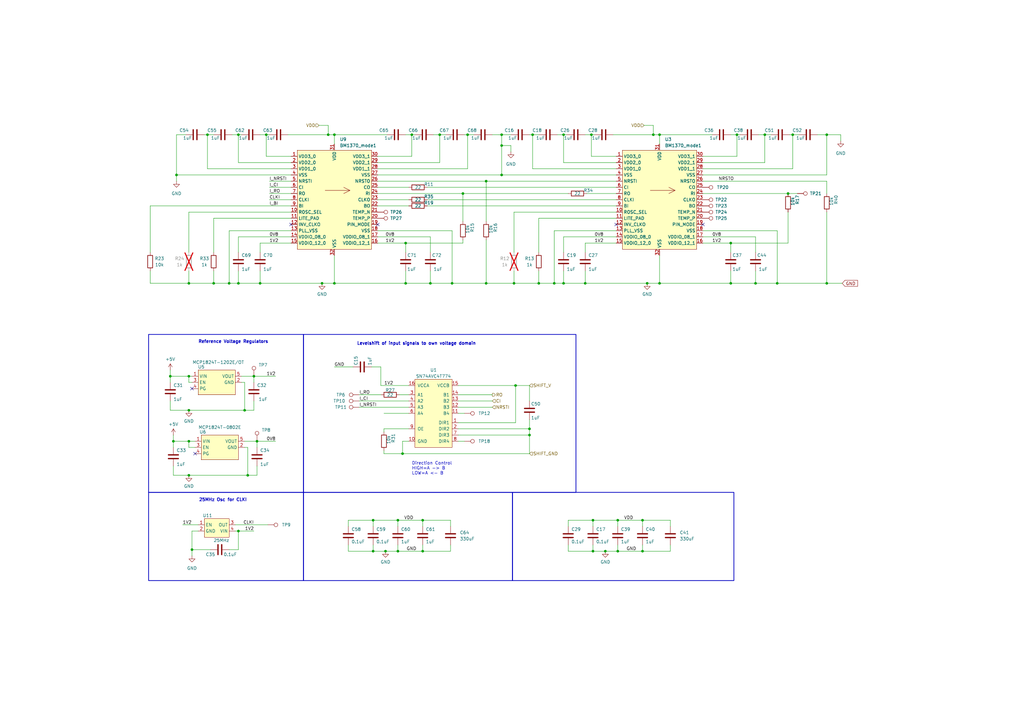
<source format=kicad_sch>
(kicad_sch
	(version 20231120)
	(generator "eeschema")
	(generator_version "8.0")
	(uuid "40795eae-28de-4986-9160-02f43c587d58")
	(paper "A3")
	(title_block
		(title "BitForgeNano")
		(date "2024-06-21")
		(rev "1.0")
		(comment 1 "Licensed under CERN-OHL-W version 2")
	)
	
	(junction
		(at 77.47 180.975)
		(diameter 0)
		(color 0 0 0 0)
		(uuid "06316301-2e48-46e7-8f78-f3b30928feba")
	)
	(junction
		(at 78.74 225.425)
		(diameter 0)
		(color 0 0 0 0)
		(uuid "0649bf5e-d992-4399-90df-2fae65d90096")
	)
	(junction
		(at 313.69 55.245)
		(diameter 0)
		(color 0 0 0 0)
		(uuid "09f5b165-f47b-47ba-916d-4af954449f5e")
	)
	(junction
		(at 105.41 180.975)
		(diameter 0.9144)
		(color 0 0 0 0)
		(uuid "0e19ce05-740e-44b3-82c0-1a6f3f322859")
	)
	(junction
		(at 270.51 55.245)
		(diameter 0)
		(color 0 0 0 0)
		(uuid "184ab11d-f1ad-4784-b9f3-82b2246a586d")
	)
	(junction
		(at 191.77 55.245)
		(diameter 0)
		(color 0 0 0 0)
		(uuid "26eff381-c896-4e7d-951c-368b7b53a9ee")
	)
	(junction
		(at 104.14 154.305)
		(diameter 0.9144)
		(color 0 0 0 0)
		(uuid "2a3ca027-7d91-445b-83cd-a232bb8270fc")
	)
	(junction
		(at 158.115 226.06)
		(diameter 0)
		(color 0 0 0 0)
		(uuid "2c354edb-de75-4c11-b7cb-a3d9c69c2d6d")
	)
	(junction
		(at 217.17 175.895)
		(diameter 0)
		(color 0 0 0 0)
		(uuid "2e0fda11-3569-41a2-b2ac-b0b4efebf845")
	)
	(junction
		(at 299.72 116.205)
		(diameter 0)
		(color 0 0 0 0)
		(uuid "38c32b8e-e58f-423c-a0d2-fc5efcd7e123")
	)
	(junction
		(at 339.09 116.205)
		(diameter 0)
		(color 0 0 0 0)
		(uuid "3ee29b47-065d-4a25-bb6c-397a33b22d09")
	)
	(junction
		(at 97.79 55.245)
		(diameter 0)
		(color 0 0 0 0)
		(uuid "3f916aca-2917-4298-9492-44d661ef9457")
	)
	(junction
		(at 69.85 154.305)
		(diameter 0)
		(color 0 0 0 0)
		(uuid "3fe09149-40f1-4cd3-9fad-6c029782726d")
	)
	(junction
		(at 211.455 158.115)
		(diameter 0)
		(color 0 0 0 0)
		(uuid "462a6cdf-7c92-463d-b640-20f72df97a6c")
	)
	(junction
		(at 153.035 226.06)
		(diameter 0.9144)
		(color 0 0 0 0)
		(uuid "470accb6-a29c-4d2d-8646-f300bf4403ce")
	)
	(junction
		(at 339.09 55.245)
		(diameter 0)
		(color 0 0 0 0)
		(uuid "4908a703-6d2a-4296-a16f-0c05d88860ae")
	)
	(junction
		(at 243.205 226.06)
		(diameter 0.9144)
		(color 0 0 0 0)
		(uuid "4b537460-ed0f-45be-be59-937534135ad4")
	)
	(junction
		(at 248.285 226.06)
		(diameter 0)
		(color 0 0 0 0)
		(uuid "4d6cfa79-372c-4c3f-a179-6092791274bb")
	)
	(junction
		(at 77.47 154.305)
		(diameter 0)
		(color 0 0 0 0)
		(uuid "4f6eac26-02be-4dc2-89f3-4abc37ead24d")
	)
	(junction
		(at 185.42 116.205)
		(diameter 0)
		(color 0 0 0 0)
		(uuid "503ba77d-689d-41ed-96c5-fd3ad2d4c495")
	)
	(junction
		(at 265.43 116.205)
		(diameter 0)
		(color 0 0 0 0)
		(uuid "50f66245-a419-459b-ac32-47a848d07032")
	)
	(junction
		(at 97.79 217.805)
		(diameter 0)
		(color 0 0 0 0)
		(uuid "53657d7d-685b-4587-9213-73d8d8fc46dc")
	)
	(junction
		(at 134.62 55.245)
		(diameter 0)
		(color 0 0 0 0)
		(uuid "54ca09d1-5275-4b23-ba09-9e2e7810df56")
	)
	(junction
		(at 163.195 226.06)
		(diameter 0.9144)
		(color 0 0 0 0)
		(uuid "56fb92a3-d296-4131-a4ec-122c8d77b690")
	)
	(junction
		(at 180.34 55.245)
		(diameter 0)
		(color 0 0 0 0)
		(uuid "5cdf8aa7-9c49-4094-9951-837ef5cd706e")
	)
	(junction
		(at 217.17 178.435)
		(diameter 0)
		(color 0 0 0 0)
		(uuid "5e76465f-37ce-47ea-ad53-ea2c34572bbe")
	)
	(junction
		(at 325.12 55.245)
		(diameter 0)
		(color 0 0 0 0)
		(uuid "6083a821-caef-448a-a0ce-430922081f8d")
	)
	(junction
		(at 263.525 213.36)
		(diameter 0)
		(color 0 0 0 0)
		(uuid "65ce0f72-ad05-4eda-adca-b91c1d1fbe27")
	)
	(junction
		(at 163.195 213.36)
		(diameter 0.9144)
		(color 0 0 0 0)
		(uuid "66507a0c-92f5-4402-aeeb-ead62c7f83d8")
	)
	(junction
		(at 87.63 116.205)
		(diameter 0)
		(color 0 0 0 0)
		(uuid "69a66edc-1bfc-44e6-8436-851e38b8d2b8")
	)
	(junction
		(at 109.22 55.245)
		(diameter 0)
		(color 0 0 0 0)
		(uuid "6dd5af11-0aea-4c3e-804c-4e9435ea890f")
	)
	(junction
		(at 231.14 116.205)
		(diameter 0)
		(color 0 0 0 0)
		(uuid "7a7ea699-64c1-47d1-a3cc-bdd7b46cc79e")
	)
	(junction
		(at 100.33 168.275)
		(diameter 0.9144)
		(color 0 0 0 0)
		(uuid "7b3713bd-dfb3-4ca9-a08f-c5737e008a91")
	)
	(junction
		(at 205.74 55.245)
		(diameter 0)
		(color 0 0 0 0)
		(uuid "7b57f430-001c-445a-b7d1-9ce27d6f10bc")
	)
	(junction
		(at 263.525 226.06)
		(diameter 0)
		(color 0 0 0 0)
		(uuid "7e8454ad-33d2-4bbb-a581-babb0b745916")
	)
	(junction
		(at 243.205 213.36)
		(diameter 0.9144)
		(color 0 0 0 0)
		(uuid "7f5fe328-feef-4ef0-803b-91f44dc3549c")
	)
	(junction
		(at 137.16 55.245)
		(diameter 0)
		(color 0 0 0 0)
		(uuid "85fb479a-4884-4c22-b9f1-365a9e5baf77")
	)
	(junction
		(at 270.51 116.205)
		(diameter 0)
		(color 0 0 0 0)
		(uuid "86eecff6-995c-4895-8ff4-d9ca3a626a3d")
	)
	(junction
		(at 227.33 116.205)
		(diameter 0)
		(color 0 0 0 0)
		(uuid "88c42a64-cf26-4425-9693-aa4833b21958")
	)
	(junction
		(at 253.365 226.06)
		(diameter 0.9144)
		(color 0 0 0 0)
		(uuid "8c087e1e-1a4b-4db0-bbc9-104c157e3d26")
	)
	(junction
		(at 101.6 194.945)
		(diameter 0.9144)
		(color 0 0 0 0)
		(uuid "8e3194dc-b1e4-4f88-a024-a972d37ae513")
	)
	(junction
		(at 153.035 213.36)
		(diameter 0.9144)
		(color 0 0 0 0)
		(uuid "8e78494f-8dff-41f9-a3fc-96c77c4c9808")
	)
	(junction
		(at 132.08 116.205)
		(diameter 0)
		(color 0 0 0 0)
		(uuid "8ef143db-4c7a-478c-abba-12fce10a8c71")
	)
	(junction
		(at 218.44 55.245)
		(diameter 0)
		(color 0 0 0 0)
		(uuid "92343399-b5da-4e76-847c-50da6257e36c")
	)
	(junction
		(at 189.865 79.375)
		(diameter 0)
		(color 0 0 0 0)
		(uuid "93778967-ed9d-47a5-ae60-44799e144999")
	)
	(junction
		(at 205.74 59.69)
		(diameter 0)
		(color 0 0 0 0)
		(uuid "9b2990d8-7de3-4ef7-85bd-927d0644a30f")
	)
	(junction
		(at 242.57 55.245)
		(diameter 0)
		(color 0 0 0 0)
		(uuid "9b5fd6b5-8969-4cb5-8cc2-a36690f16856")
	)
	(junction
		(at 165.1 186.055)
		(diameter 0)
		(color 0 0 0 0)
		(uuid "9c7de46e-bae1-4eb2-a90e-02b816a65025")
	)
	(junction
		(at 210.82 116.205)
		(diameter 0)
		(color 0 0 0 0)
		(uuid "a1de7e1c-4d48-4ec2-905d-baa4691040a6")
	)
	(junction
		(at 93.98 116.205)
		(diameter 0)
		(color 0 0 0 0)
		(uuid "a4c58749-a2bf-4f87-951d-129466ae8d40")
	)
	(junction
		(at 299.72 99.695)
		(diameter 0)
		(color 0 0 0 0)
		(uuid "a73abe00-2452-4b6a-9de3-abe99b0396dd")
	)
	(junction
		(at 166.37 99.695)
		(diameter 0)
		(color 0 0 0 0)
		(uuid "a8cbfb98-b50e-45c9-bdbd-1713aa8320d2")
	)
	(junction
		(at 176.53 116.205)
		(diameter 0)
		(color 0 0 0 0)
		(uuid "a95d912b-986e-483a-927b-2ce7fbc47fda")
	)
	(junction
		(at 168.91 55.245)
		(diameter 0)
		(color 0 0 0 0)
		(uuid "ac405b6e-2e45-4ca4-ac01-d6fbecac66a9")
	)
	(junction
		(at 106.68 116.205)
		(diameter 0)
		(color 0 0 0 0)
		(uuid "afeebd01-de49-4bf5-aefe-a83792a619f5")
	)
	(junction
		(at 199.39 74.295)
		(diameter 0)
		(color 0 0 0 0)
		(uuid "b097c257-490c-485a-996c-e07a992d6950")
	)
	(junction
		(at 253.365 213.36)
		(diameter 0.9144)
		(color 0 0 0 0)
		(uuid "b1b2fcac-4307-4998-a039-af0125a99a76")
	)
	(junction
		(at 85.09 55.245)
		(diameter 0)
		(color 0 0 0 0)
		(uuid "b6558745-475f-4dc5-ba61-47b092630dd0")
	)
	(junction
		(at 166.37 116.205)
		(diameter 0)
		(color 0 0 0 0)
		(uuid "b8b94d15-3ac9-4c9f-8d70-2090ce649779")
	)
	(junction
		(at 72.39 71.755)
		(diameter 0)
		(color 0 0 0 0)
		(uuid "be1b3ab8-df3e-459c-8a11-d8fac84627d6")
	)
	(junction
		(at 173.355 226.06)
		(diameter 0)
		(color 0 0 0 0)
		(uuid "d1110db7-3521-41bb-a1ba-4d34dce3639b")
	)
	(junction
		(at 309.88 116.205)
		(diameter 0)
		(color 0 0 0 0)
		(uuid "d1542b85-6da1-4137-aeb1-a5b0a2dfa13c")
	)
	(junction
		(at 220.98 116.205)
		(diameter 0)
		(color 0 0 0 0)
		(uuid "d1a99dfd-0975-4a11-9cc3-7cc7964377b7")
	)
	(junction
		(at 77.47 116.205)
		(diameter 0)
		(color 0 0 0 0)
		(uuid "d29a07ca-b29d-41f4-b77e-b39661642aa5")
	)
	(junction
		(at 71.12 180.975)
		(diameter 0)
		(color 0 0 0 0)
		(uuid "d5cd85f4-45b2-402c-a976-0d6331ba1c82")
	)
	(junction
		(at 240.03 116.205)
		(diameter 0)
		(color 0 0 0 0)
		(uuid "d6d57b1a-083d-43e2-b01f-2dc867fcd4fb")
	)
	(junction
		(at 323.215 79.375)
		(diameter 0)
		(color 0 0 0 0)
		(uuid "d8330001-de3d-49ea-9dff-ae49dd0a4963")
	)
	(junction
		(at 318.77 116.205)
		(diameter 0)
		(color 0 0 0 0)
		(uuid "d8fb0141-4b1a-4e68-9669-93fe9b97bbdb")
	)
	(junction
		(at 77.47 194.945)
		(diameter 0)
		(color 0 0 0 0)
		(uuid "da32b5fc-7e3c-46e9-b23a-ca8e7079c372")
	)
	(junction
		(at 77.47 168.275)
		(diameter 0)
		(color 0 0 0 0)
		(uuid "deaf4c3d-c28b-45b8-8b8e-021ed2911fb4")
	)
	(junction
		(at 302.26 55.245)
		(diameter 0)
		(color 0 0 0 0)
		(uuid "df888fb3-5fb3-4d80-8989-36526b4c007d")
	)
	(junction
		(at 173.355 213.36)
		(diameter 0)
		(color 0 0 0 0)
		(uuid "e1118f44-f7c7-489a-953b-255bc8fc2b68")
	)
	(junction
		(at 267.97 55.245)
		(diameter 0)
		(color 0 0 0 0)
		(uuid "ebce190e-ad54-4ae5-8238-3265e0272a5a")
	)
	(junction
		(at 137.16 116.205)
		(diameter 0)
		(color 0 0 0 0)
		(uuid "f7af97c9-7301-456a-890b-82215f5433bc")
	)
	(junction
		(at 199.39 116.205)
		(diameter 0)
		(color 0 0 0 0)
		(uuid "f85d51f9-cdbc-4096-be7b-dc37791edfbe")
	)
	(junction
		(at 231.14 55.245)
		(diameter 0)
		(color 0 0 0 0)
		(uuid "faedf5f9-6162-4edb-a61c-90c630411fc8")
	)
	(junction
		(at 205.74 71.755)
		(diameter 0)
		(color 0 0 0 0)
		(uuid "fecb4ac5-1436-4abe-a198-7d6802931613")
	)
	(junction
		(at 97.79 116.205)
		(diameter 0)
		(color 0 0 0 0)
		(uuid "ff07c85d-eab4-4d90-b5a8-889202e59d97")
	)
	(no_connect
		(at 288.29 92.075)
		(uuid "517e54af-4997-42c6-94e8-e3421a2ed210")
	)
	(no_connect
		(at 80.01 186.055)
		(uuid "563532f1-009d-43c3-ba3c-05f8eb57f175")
	)
	(no_connect
		(at 154.94 92.075)
		(uuid "6ea2954d-f144-4a91-b714-0fe14d8f5daa")
	)
	(no_connect
		(at 252.73 92.075)
		(uuid "7e0ed7c4-0d97-42cb-a5a2-2dd59a6ba49e")
	)
	(no_connect
		(at 78.74 159.385)
		(uuid "c5bb7002-dc49-4fe1-8c74-cc52856a8ff5")
	)
	(no_connect
		(at 119.38 92.075)
		(uuid "d6448f4f-544f-48ab-ab4c-4bd49c95f163")
	)
	(wire
		(pts
			(xy 175.26 84.455) (xy 252.73 84.455)
		)
		(stroke
			(width 0)
			(type default)
		)
		(uuid "00144526-a424-4383-908d-065990d3e7c2")
	)
	(wire
		(pts
			(xy 104.14 154.305) (xy 104.14 156.845)
		)
		(stroke
			(width 0)
			(type solid)
		)
		(uuid "021d2a0b-bf5a-449b-9507-3c20806f69cf")
	)
	(wire
		(pts
			(xy 187.96 173.355) (xy 211.455 173.355)
		)
		(stroke
			(width 0)
			(type default)
		)
		(uuid "0273a347-7db2-4236-8a3e-1ec5044870d8")
	)
	(wire
		(pts
			(xy 325.12 69.215) (xy 325.12 55.245)
		)
		(stroke
			(width 0)
			(type default)
		)
		(uuid "05359944-30db-472a-9f43-7e049d33cedd")
	)
	(wire
		(pts
			(xy 302.26 55.245) (xy 303.53 55.245)
		)
		(stroke
			(width 0)
			(type default)
		)
		(uuid "076e2a75-131d-44b1-b936-4ba0b3823393")
	)
	(wire
		(pts
			(xy 109.22 55.245) (xy 110.49 55.245)
		)
		(stroke
			(width 0)
			(type default)
		)
		(uuid "07cef496-c3dc-4a0e-98bd-14c20cd5a448")
	)
	(wire
		(pts
			(xy 78.74 217.805) (xy 81.28 217.805)
		)
		(stroke
			(width 0)
			(type default)
		)
		(uuid "084520d4-51a5-416b-971d-eb3e22d561b5")
	)
	(wire
		(pts
			(xy 154.94 97.155) (xy 176.53 97.155)
		)
		(stroke
			(width 0)
			(type default)
		)
		(uuid "09084645-9a57-4e27-92e5-8c295308c039")
	)
	(wire
		(pts
			(xy 97.79 55.245) (xy 99.06 55.245)
		)
		(stroke
			(width 0)
			(type default)
		)
		(uuid "093e4019-ccce-498c-a4de-3515f8c71126")
	)
	(wire
		(pts
			(xy 339.09 86.995) (xy 339.09 116.205)
		)
		(stroke
			(width 0)
			(type default)
		)
		(uuid "0ac2194e-4cf6-432a-9344-8ccb496fffef")
	)
	(wire
		(pts
			(xy 184.785 223.52) (xy 184.785 226.06)
		)
		(stroke
			(width 0)
			(type default)
		)
		(uuid "0b6e4be4-e61b-48b1-a7a0-450affd5631f")
	)
	(wire
		(pts
			(xy 71.12 178.435) (xy 71.12 180.975)
		)
		(stroke
			(width 0)
			(type default)
		)
		(uuid "0b881cfc-e90d-41fa-84c5-369fcbad2056")
	)
	(wire
		(pts
			(xy 173.355 226.06) (xy 163.195 226.06)
		)
		(stroke
			(width 0)
			(type solid)
		)
		(uuid "0dab447c-6d93-43d6-af71-ab71ce4a6553")
	)
	(wire
		(pts
			(xy 187.96 180.975) (xy 190.5 180.975)
		)
		(stroke
			(width 0)
			(type default)
		)
		(uuid "0e86e8a2-6377-40a5-b016-772328218027")
	)
	(wire
		(pts
			(xy 71.12 180.975) (xy 77.47 180.975)
		)
		(stroke
			(width 0)
			(type solid)
		)
		(uuid "0ff2ef7d-378e-41f1-899a-798fecd7df72")
	)
	(wire
		(pts
			(xy 175.26 81.915) (xy 252.73 81.915)
		)
		(stroke
			(width 0)
			(type default)
		)
		(uuid "1078f992-746f-471d-adbe-743eb0a2dbf4")
	)
	(wire
		(pts
			(xy 240.665 79.375) (xy 252.73 79.375)
		)
		(stroke
			(width 0)
			(type default)
		)
		(uuid "10cc4b24-14d1-425d-95ec-1b1647f9196e")
	)
	(wire
		(pts
			(xy 97.79 97.155) (xy 119.38 97.155)
		)
		(stroke
			(width 0)
			(type default)
		)
		(uuid "10eaee10-4977-40e0-89dd-11185cdae7e7")
	)
	(wire
		(pts
			(xy 205.74 55.245) (xy 209.55 55.245)
		)
		(stroke
			(width 0)
			(type default)
		)
		(uuid "11fc31bc-6741-425b-81b4-f52ce6dc1e85")
	)
	(wire
		(pts
			(xy 217.17 178.435) (xy 217.17 186.055)
		)
		(stroke
			(width 0)
			(type default)
		)
		(uuid "12295dc0-64ba-4caf-a272-ad005fd5f9f4")
	)
	(wire
		(pts
			(xy 78.74 225.425) (xy 78.74 217.805)
		)
		(stroke
			(width 0)
			(type default)
		)
		(uuid "12ad159f-2e17-494e-beb3-b375b63bba7f")
	)
	(wire
		(pts
			(xy 185.42 116.205) (xy 199.39 116.205)
		)
		(stroke
			(width 0)
			(type default)
		)
		(uuid "13414dcb-10b3-4810-b396-4c7f520ee92a")
	)
	(wire
		(pts
			(xy 270.51 116.205) (xy 299.72 116.205)
		)
		(stroke
			(width 0)
			(type default)
		)
		(uuid "13b6eeb7-8fda-41d2-ba20-47e9539b7ed3")
	)
	(wire
		(pts
			(xy 142.875 213.36) (xy 153.035 213.36)
		)
		(stroke
			(width 0)
			(type solid)
		)
		(uuid "156d779f-c115-4f64-b8f1-df6e283e4ade")
	)
	(wire
		(pts
			(xy 100.33 168.275) (xy 77.47 168.275)
		)
		(stroke
			(width 0)
			(type solid)
		)
		(uuid "15d68085-e8ca-47a6-9d50-baf6913613df")
	)
	(wire
		(pts
			(xy 137.16 116.205) (xy 166.37 116.205)
		)
		(stroke
			(width 0)
			(type default)
		)
		(uuid "16ab85e0-7b42-4512-86dc-9ecbaddd7561")
	)
	(wire
		(pts
			(xy 339.09 116.205) (xy 345.44 116.205)
		)
		(stroke
			(width 0)
			(type default)
		)
		(uuid "189e7fb9-87bb-47ca-b4c3-47047d352e73")
	)
	(wire
		(pts
			(xy 187.96 158.115) (xy 211.455 158.115)
		)
		(stroke
			(width 0)
			(type default)
		)
		(uuid "192b6c08-adc8-434a-b0d4-4849927f7e85")
	)
	(wire
		(pts
			(xy 147.32 164.465) (xy 167.64 164.465)
		)
		(stroke
			(width 0)
			(type default)
		)
		(uuid "198b98b2-8a60-4071-a262-dc6f11999adc")
	)
	(wire
		(pts
			(xy 180.34 55.245) (xy 182.88 55.245)
		)
		(stroke
			(width 0)
			(type default)
		)
		(uuid "1c575c2f-1e5d-4a50-8de9-5520ea4e1b83")
	)
	(wire
		(pts
			(xy 288.29 69.215) (xy 325.12 69.215)
		)
		(stroke
			(width 0)
			(type default)
		)
		(uuid "1d858dc1-d910-4010-8185-1192ddb9a83e")
	)
	(wire
		(pts
			(xy 163.195 226.06) (xy 158.115 226.06)
		)
		(stroke
			(width 0)
			(type solid)
		)
		(uuid "1dbd1593-0e0b-43b0-803a-989b18bff70e")
	)
	(wire
		(pts
			(xy 302.26 64.135) (xy 302.26 55.245)
		)
		(stroke
			(width 0)
			(type default)
		)
		(uuid "20abffc5-409c-4bfe-b133-4b11d56ef1aa")
	)
	(wire
		(pts
			(xy 292.1 55.245) (xy 270.51 55.245)
		)
		(stroke
			(width 0)
			(type default)
		)
		(uuid "220c4503-da9d-422d-8ec6-a5d8c91316aa")
	)
	(wire
		(pts
			(xy 191.77 69.215) (xy 191.77 55.245)
		)
		(stroke
			(width 0)
			(type default)
		)
		(uuid "235ce656-f55e-48be-bb40-d439332cfb00")
	)
	(wire
		(pts
			(xy 119.38 94.615) (xy 93.98 94.615)
		)
		(stroke
			(width 0)
			(type default)
		)
		(uuid "237496b8-e759-4e46-8d5c-6defe38a89f7")
	)
	(wire
		(pts
			(xy 211.455 173.355) (xy 211.455 158.115)
		)
		(stroke
			(width 0)
			(type default)
		)
		(uuid "23bdd59b-4c86-427b-85d8-eac8446440ee")
	)
	(wire
		(pts
			(xy 106.68 111.125) (xy 106.68 116.205)
		)
		(stroke
			(width 0)
			(type default)
		)
		(uuid "23d6fe0e-c13b-4dc8-ba8b-ed262796d45a")
	)
	(wire
		(pts
			(xy 69.85 154.305) (xy 77.47 154.305)
		)
		(stroke
			(width 0)
			(type solid)
		)
		(uuid "23e8827a-2f25-4a18-9bc9-e3702a7b8e8f")
	)
	(wire
		(pts
			(xy 173.355 226.06) (xy 184.785 226.06)
		)
		(stroke
			(width 0)
			(type default)
		)
		(uuid "240f4c37-166e-432b-bbbb-1a626c82987b")
	)
	(wire
		(pts
			(xy 243.205 215.9) (xy 243.205 213.36)
		)
		(stroke
			(width 0)
			(type solid)
		)
		(uuid "243b9031-9a73-4f67-89b7-bee6b0566aa0")
	)
	(wire
		(pts
			(xy 288.29 74.295) (xy 339.09 74.295)
		)
		(stroke
			(width 0)
			(type default)
		)
		(uuid "2481dad3-ce9f-4e02-bd89-8843ca04da59")
	)
	(wire
		(pts
			(xy 323.215 79.375) (xy 327.025 79.375)
		)
		(stroke
			(width 0)
			(type default)
		)
		(uuid "25664a64-3be1-4f3c-ae8b-b8f9040b1276")
	)
	(wire
		(pts
			(xy 167.64 175.895) (xy 157.48 175.895)
		)
		(stroke
			(width 0)
			(type default)
		)
		(uuid "25948e91-f571-4026-a100-c673277cc627")
	)
	(wire
		(pts
			(xy 77.47 194.945) (xy 71.12 194.945)
		)
		(stroke
			(width 0)
			(type solid)
		)
		(uuid "25fda530-bb04-45f2-9e02-3d36b55995c7")
	)
	(wire
		(pts
			(xy 253.365 226.06) (xy 248.285 226.06)
		)
		(stroke
			(width 0)
			(type solid)
		)
		(uuid "26cf7cc1-6834-4411-98a9-c2cecad8d2ba")
	)
	(wire
		(pts
			(xy 309.88 116.205) (xy 318.77 116.205)
		)
		(stroke
			(width 0)
			(type default)
		)
		(uuid "27128470-9ee3-4704-9535-a52607a0af19")
	)
	(wire
		(pts
			(xy 152.4 150.495) (xy 156.21 150.495)
		)
		(stroke
			(width 0)
			(type default)
		)
		(uuid "275e07a6-7b3b-4587-a09d-cf6f927a1f26")
	)
	(wire
		(pts
			(xy 270.51 104.775) (xy 270.51 116.205)
		)
		(stroke
			(width 0)
			(type default)
		)
		(uuid "27a88cef-46b3-47a7-90dc-3db6cf91c3bf")
	)
	(wire
		(pts
			(xy 72.39 55.245) (xy 76.2 55.245)
		)
		(stroke
			(width 0)
			(type default)
		)
		(uuid "286142f3-08a8-46f1-aafc-5cc670a89cfd")
	)
	(wire
		(pts
			(xy 96.52 215.265) (xy 109.855 215.265)
		)
		(stroke
			(width 0)
			(type default)
		)
		(uuid "28c16237-a375-4f21-b715-b8c43fcdb012")
	)
	(wire
		(pts
			(xy 97.79 217.805) (xy 104.14 217.805)
		)
		(stroke
			(width 0)
			(type default)
		)
		(uuid "28fba0d2-a9b5-4bbb-bad3-2a97146ae867")
	)
	(wire
		(pts
			(xy 231.14 97.155) (xy 252.73 97.155)
		)
		(stroke
			(width 0)
			(type default)
		)
		(uuid "2ad9d8da-7ffc-423c-b7b6-a1a5df5390ea")
	)
	(wire
		(pts
			(xy 166.37 111.125) (xy 166.37 116.205)
		)
		(stroke
			(width 0)
			(type default)
		)
		(uuid "2b6cfeec-a782-42ab-a37b-88c891d4ad21")
	)
	(wire
		(pts
			(xy 240.03 116.205) (xy 265.43 116.205)
		)
		(stroke
			(width 0)
			(type default)
		)
		(uuid "2c66f2cc-f38d-4653-a87c-8f1a967455d1")
	)
	(wire
		(pts
			(xy 185.42 94.615) (xy 185.42 116.205)
		)
		(stroke
			(width 0)
			(type default)
		)
		(uuid "2eb2a942-7ba3-4a1b-8fce-88ef7492f39a")
	)
	(wire
		(pts
			(xy 106.68 99.695) (xy 106.68 103.505)
		)
		(stroke
			(width 0)
			(type default)
		)
		(uuid "32b4617f-3843-4262-83b9-cf8c093da35b")
	)
	(wire
		(pts
			(xy 248.285 226.06) (xy 243.205 226.06)
		)
		(stroke
			(width 0)
			(type solid)
		)
		(uuid "333f9ed1-8365-48fe-875c-2e77965214ba")
	)
	(wire
		(pts
			(xy 72.39 71.755) (xy 72.39 74.295)
		)
		(stroke
			(width 0)
			(type default)
		)
		(uuid "34a5aa3d-c7b0-4942-be49-3cc26acb6f33")
	)
	(wire
		(pts
			(xy 288.29 99.695) (xy 299.72 99.695)
		)
		(stroke
			(width 0)
			(type default)
		)
		(uuid "35707ff2-91e2-4615-8887-5edafebddfef")
	)
	(wire
		(pts
			(xy 253.365 223.52) (xy 253.365 226.06)
		)
		(stroke
			(width 0)
			(type solid)
		)
		(uuid "35d67729-0e21-4384-b48a-8aa86df7c113")
	)
	(wire
		(pts
			(xy 101.6 183.515) (xy 100.33 183.515)
		)
		(stroke
			(width 0)
			(type default)
		)
		(uuid "36388624-255a-419a-a042-31b2c298e170")
	)
	(wire
		(pts
			(xy 228.6 55.245) (xy 231.14 55.245)
		)
		(stroke
			(width 0)
			(type default)
		)
		(uuid "37bc0630-1259-4a5d-938d-3404e24dea4d")
	)
	(wire
		(pts
			(xy 288.29 71.755) (xy 339.09 71.755)
		)
		(stroke
			(width 0)
			(type default)
		)
		(uuid "385e4b13-5182-4e3b-8dcf-f711fb808acf")
	)
	(wire
		(pts
			(xy 211.455 158.115) (xy 217.17 158.115)
		)
		(stroke
			(width 0)
			(type default)
		)
		(uuid "39b5437c-0155-42ab-8dde-c7fb4497fe48")
	)
	(wire
		(pts
			(xy 240.03 99.695) (xy 240.03 103.505)
		)
		(stroke
			(width 0)
			(type default)
		)
		(uuid "3b6a1855-ad9c-41a4-8baa-aa4d5c58b328")
	)
	(wire
		(pts
			(xy 288.29 97.155) (xy 309.88 97.155)
		)
		(stroke
			(width 0)
			(type default)
		)
		(uuid "3bc7aa27-3350-46bc-b18e-59ea18367812")
	)
	(wire
		(pts
			(xy 217.17 55.245) (xy 218.44 55.245)
		)
		(stroke
			(width 0)
			(type default)
		)
		(uuid "3c2a33dc-5d74-4e92-b71c-91cb539355cf")
	)
	(wire
		(pts
			(xy 339.09 71.755) (xy 339.09 55.245)
		)
		(stroke
			(width 0)
			(type default)
		)
		(uuid "3cb6fc0e-adbf-4f38-b70f-8262ed76707f")
	)
	(wire
		(pts
			(xy 227.33 116.205) (xy 231.14 116.205)
		)
		(stroke
			(width 0)
			(type default)
		)
		(uuid "3dc208bf-6ce7-4c2c-8f1e-c50f62d79606")
	)
	(wire
		(pts
			(xy 166.37 116.205) (xy 176.53 116.205)
		)
		(stroke
			(width 0)
			(type default)
		)
		(uuid "3e46800d-1199-48dc-9369-855994787802")
	)
	(wire
		(pts
			(xy 110.49 74.295) (xy 119.38 74.295)
		)
		(stroke
			(width 0)
			(type default)
		)
		(uuid "3e933085-401a-4516-9f61-4ef5a14d8982")
	)
	(wire
		(pts
			(xy 154.94 69.215) (xy 191.77 69.215)
		)
		(stroke
			(width 0)
			(type default)
		)
		(uuid "3ebae562-77cd-4481-a5e8-e77358f7534a")
	)
	(wire
		(pts
			(xy 97.79 111.125) (xy 97.79 116.205)
		)
		(stroke
			(width 0)
			(type default)
		)
		(uuid "3faeaafb-31fe-4320-8ce6-c55c18eb43ca")
	)
	(wire
		(pts
			(xy 77.47 86.995) (xy 77.47 103.505)
		)
		(stroke
			(width 0)
			(type default)
		)
		(uuid "416ea806-b32d-4356-8f15-1b52dcb94580")
	)
	(wire
		(pts
			(xy 274.955 223.52) (xy 274.955 226.06)
		)
		(stroke
			(width 0)
			(type default)
		)
		(uuid "41d7edd1-964e-45d6-afeb-e71f3ea48803")
	)
	(wire
		(pts
			(xy 105.41 191.135) (xy 105.41 194.945)
		)
		(stroke
			(width 0)
			(type default)
		)
		(uuid "4463f57b-4be6-4eb3-9a58-9333b7d8e90a")
	)
	(wire
		(pts
			(xy 189.865 79.375) (xy 189.865 90.805)
		)
		(stroke
			(width 0)
			(type default)
		)
		(uuid "4499d1b5-39e7-4605-a6af-0b7e7fecc8f0")
	)
	(wire
		(pts
			(xy 119.38 89.535) (xy 87.63 89.535)
		)
		(stroke
			(width 0)
			(type default)
		)
		(uuid "4544accb-9e95-4721-95b2-1f3f3e7c124b")
	)
	(wire
		(pts
			(xy 134.62 55.245) (xy 137.16 55.245)
		)
		(stroke
			(width 0)
			(type default)
		)
		(uuid "454a0659-ac6b-4f15-915f-e8e0fb88cbd4")
	)
	(wire
		(pts
			(xy 189.865 99.695) (xy 166.37 99.695)
		)
		(stroke
			(width 0)
			(type default)
		)
		(uuid "46a5aa9e-a182-45d3-a151-5bdbeb6741a1")
	)
	(wire
		(pts
			(xy 240.03 111.125) (xy 240.03 116.205)
		)
		(stroke
			(width 0)
			(type default)
		)
		(uuid "46d8e7f4-046d-4a0d-b35d-4481c7befa1f")
	)
	(wire
		(pts
			(xy 99.06 154.305) (xy 104.14 154.305)
		)
		(stroke
			(width 0)
			(type solid)
		)
		(uuid "4831fe83-10f6-4189-9c32-691d578effd5")
	)
	(wire
		(pts
			(xy 252.73 71.755) (xy 205.74 71.755)
		)
		(stroke
			(width 0)
			(type default)
		)
		(uuid "4851e393-adeb-4a7f-95e4-66b0e0c67abc")
	)
	(wire
		(pts
			(xy 263.525 223.52) (xy 263.525 226.06)
		)
		(stroke
			(width 0)
			(type solid)
		)
		(uuid "487cced1-09da-4aa8-9d52-53825bdce5f8")
	)
	(wire
		(pts
			(xy 240.03 99.695) (xy 252.73 99.695)
		)
		(stroke
			(width 0)
			(type default)
		)
		(uuid "48cca622-3e4b-4a21-93be-5b54f6c3bed3")
	)
	(wire
		(pts
			(xy 61.595 84.455) (xy 61.595 103.505)
		)
		(stroke
			(width 0)
			(type default)
		)
		(uuid "494af2b6-5159-499a-bdef-82061af606a4")
	)
	(wire
		(pts
			(xy 154.94 79.375) (xy 189.865 79.375)
		)
		(stroke
			(width 0)
			(type default)
		)
		(uuid "49efa3d8-e966-46a6-bbe3-56d7c1a44357")
	)
	(wire
		(pts
			(xy 339.09 79.375) (xy 339.09 74.295)
		)
		(stroke
			(width 0)
			(type default)
		)
		(uuid "4a00c7f3-0653-4dc1-99be-422c705f0df3")
	)
	(wire
		(pts
			(xy 137.16 55.245) (xy 137.16 59.055)
		)
		(stroke
			(width 0)
			(type default)
		)
		(uuid "4a2922e8-f7f8-4470-b0ce-f5786733ee66")
	)
	(wire
		(pts
			(xy 137.16 104.775) (xy 137.16 116.205)
		)
		(stroke
			(width 0)
			(type default)
		)
		(uuid "4c61b5b5-4a07-40a0-b06d-f7f567a9aca6")
	)
	(wire
		(pts
			(xy 130.81 51.435) (xy 134.62 51.435)
		)
		(stroke
			(width 0)
			(type default)
		)
		(uuid "4c8551d9-7f12-4d2c-99bd-59811084ec02")
	)
	(wire
		(pts
			(xy 77.47 183.515) (xy 77.47 180.975)
		)
		(stroke
			(width 0)
			(type solid)
		)
		(uuid "4ce9b2e3-a685-4626-bbb2-c5fc0efd040e")
	)
	(wire
		(pts
			(xy 154.94 84.455) (xy 167.64 84.455)
		)
		(stroke
			(width 0)
			(type default)
		)
		(uuid "4e567a4e-7aa4-49b1-b7aa-d90242a5fadc")
	)
	(wire
		(pts
			(xy 176.53 111.125) (xy 176.53 116.205)
		)
		(stroke
			(width 0)
			(type default)
		)
		(uuid "4ea71842-a3fb-42c0-a0fd-fd00951d1a78")
	)
	(wire
		(pts
			(xy 106.68 116.205) (xy 132.08 116.205)
		)
		(stroke
			(width 0)
			(type default)
		)
		(uuid "4f2d21fb-6edb-417a-93ea-440dc3d69555")
	)
	(wire
		(pts
			(xy 187.96 169.545) (xy 190.5 169.545)
		)
		(stroke
			(width 0)
			(type default)
		)
		(uuid "4f4d836d-5fe0-4174-a870-0fbb4164ff78")
	)
	(wire
		(pts
			(xy 156.21 150.495) (xy 156.21 158.115)
		)
		(stroke
			(width 0)
			(type default)
		)
		(uuid "50dbb2f1-8275-4309-8c0f-edfae473c3a9")
	)
	(wire
		(pts
			(xy 339.09 55.245) (xy 344.805 55.245)
		)
		(stroke
			(width 0)
			(type default)
		)
		(uuid "5143ee59-272d-4ea2-9bb4-b7f26bcdf95b")
	)
	(wire
		(pts
			(xy 77.47 116.205) (xy 87.63 116.205)
		)
		(stroke
			(width 0)
			(type default)
		)
		(uuid "52eef1d8-b40a-4f14-8546-573260eb4976")
	)
	(wire
		(pts
			(xy 74.93 215.265) (xy 81.28 215.265)
		)
		(stroke
			(width 0)
			(type default)
		)
		(uuid "532334bf-5e42-4c7f-95bd-f9d0e3af1dc7")
	)
	(wire
		(pts
			(xy 191.77 55.245) (xy 194.31 55.245)
		)
		(stroke
			(width 0)
			(type default)
		)
		(uuid "533a4229-1331-479c-90cd-5b4997e33aff")
	)
	(wire
		(pts
			(xy 242.57 55.245) (xy 242.57 64.135)
		)
		(stroke
			(width 0)
			(type default)
		)
		(uuid "53f90172-a83e-4480-b159-67de4b678e86")
	)
	(wire
		(pts
			(xy 106.68 55.245) (xy 109.22 55.245)
		)
		(stroke
			(width 0)
			(type default)
		)
		(uuid "562fe901-d07e-4480-b529-8c5c66c20105")
	)
	(wire
		(pts
			(xy 154.94 74.295) (xy 199.39 74.295)
		)
		(stroke
			(width 0)
			(type default)
		)
		(uuid "56874bde-5565-43fc-878f-2ee0c981212b")
	)
	(wire
		(pts
			(xy 288.29 94.615) (xy 318.77 94.615)
		)
		(stroke
			(width 0)
			(type default)
		)
		(uuid "56defb2c-61ee-41f0-a905-34595e35c3a3")
	)
	(wire
		(pts
			(xy 134.62 51.435) (xy 134.62 55.245)
		)
		(stroke
			(width 0)
			(type default)
		)
		(uuid "570f07de-0860-474c-b6d6-855f6da41976")
	)
	(wire
		(pts
			(xy 210.82 86.995) (xy 210.82 103.505)
		)
		(stroke
			(width 0)
			(type default)
		)
		(uuid "57bcdcfc-21e2-457a-b09b-4b5f487fb7fc")
	)
	(wire
		(pts
			(xy 218.44 69.215) (xy 252.73 69.215)
		)
		(stroke
			(width 0)
			(type default)
		)
		(uuid "57d87f7b-c6e6-47cf-be1b-cf35141fe5fe")
	)
	(wire
		(pts
			(xy 199.39 90.805) (xy 199.39 74.295)
		)
		(stroke
			(width 0)
			(type default)
		)
		(uuid "582979e5-b324-4f3d-af7d-43356b0a1e72")
	)
	(wire
		(pts
			(xy 173.355 223.52) (xy 173.355 226.06)
		)
		(stroke
			(width 0)
			(type solid)
		)
		(uuid "588c1ea9-907d-44b5-a165-c5bfa46719b9")
	)
	(wire
		(pts
			(xy 77.47 86.995) (xy 119.38 86.995)
		)
		(stroke
			(width 0)
			(type default)
		)
		(uuid "59027408-f576-46d1-bc16-728c490d3e81")
	)
	(wire
		(pts
			(xy 313.69 55.245) (xy 316.23 55.245)
		)
		(stroke
			(width 0)
			(type default)
		)
		(uuid "599e33cd-dd0b-47c1-8ac5-8c5184835364")
	)
	(wire
		(pts
			(xy 180.34 66.675) (xy 180.34 55.245)
		)
		(stroke
			(width 0)
			(type default)
		)
		(uuid "5a5b67ba-a226-4162-a0b1-e0d8a24d501b")
	)
	(wire
		(pts
			(xy 106.68 99.695) (xy 119.38 99.695)
		)
		(stroke
			(width 0)
			(type default)
		)
		(uuid "5c28c5bd-7135-44fb-9d33-26ef9b11251a")
	)
	(wire
		(pts
			(xy 165.1 180.975) (xy 165.1 186.055)
		)
		(stroke
			(width 0)
			(type default)
		)
		(uuid "5c625899-3642-4ba8-bcc6-a54d752ba6c8")
	)
	(wire
		(pts
			(xy 309.88 97.155) (xy 309.88 103.505)
		)
		(stroke
			(width 0)
			(type default)
		)
		(uuid "5cab8398-cf44-441e-afb4-b27e6231d6fa")
	)
	(wire
		(pts
			(xy 210.82 86.995) (xy 252.73 86.995)
		)
		(stroke
			(width 0)
			(type default)
		)
		(uuid "5d617ce8-7499-4525-bbf2-cb3c5d36bb8d")
	)
	(wire
		(pts
			(xy 157.48 169.545) (xy 167.64 169.545)
		)
		(stroke
			(width 0)
			(type default)
		)
		(uuid "5df48016-d18c-4938-89fd-c5d3e9321ec9")
	)
	(wire
		(pts
			(xy 167.64 167.005) (xy 147.32 167.005)
		)
		(stroke
			(width 0)
			(type default)
		)
		(uuid "5ec834f7-c9eb-4423-9e71-af8bfbe20796")
	)
	(wire
		(pts
			(xy 95.25 55.245) (xy 97.79 55.245)
		)
		(stroke
			(width 0)
			(type default)
		)
		(uuid "60bbcccf-1f79-4765-92f5-f4125ac0d118")
	)
	(wire
		(pts
			(xy 270.51 55.245) (xy 270.51 59.055)
		)
		(stroke
			(width 0)
			(type default)
		)
		(uuid "647a914e-8322-478d-ba8e-442e1f2021e4")
	)
	(wire
		(pts
			(xy 205.74 59.69) (xy 205.74 55.245)
		)
		(stroke
			(width 0)
			(type default)
		)
		(uuid "64a6c1cc-7bd3-47c8-bec9-107852a94268")
	)
	(wire
		(pts
			(xy 187.96 175.895) (xy 217.17 175.895)
		)
		(stroke
			(width 0)
			(type default)
		)
		(uuid "65a4bead-15ab-4f0e-bf59-d89c5503510e")
	)
	(wire
		(pts
			(xy 323.215 86.995) (xy 323.215 99.695)
		)
		(stroke
			(width 0)
			(type default)
		)
		(uuid "6617bdb2-27ed-426e-9c2c-65dbeeb762fe")
	)
	(wire
		(pts
			(xy 220.98 116.205) (xy 227.33 116.205)
		)
		(stroke
			(width 0)
			(type default)
		)
		(uuid "672f4406-bfa2-4323-8237-ae85193d18b7")
	)
	(wire
		(pts
			(xy 110.49 76.835) (xy 119.38 76.835)
		)
		(stroke
			(width 0)
			(type default)
		)
		(uuid "680974db-05d6-40bf-a875-fd81b5acb1cc")
	)
	(wire
		(pts
			(xy 104.14 168.275) (xy 100.33 168.275)
		)
		(stroke
			(width 0)
			(type solid)
		)
		(uuid "689fa578-d8f0-4a84-92a4-aed05c523cde")
	)
	(wire
		(pts
			(xy 85.09 69.215) (xy 85.09 55.245)
		)
		(stroke
			(width 0)
			(type default)
		)
		(uuid "6b8d3e0d-e214-4990-81ee-83ba352c71c6")
	)
	(wire
		(pts
			(xy 299.72 111.125) (xy 299.72 116.205)
		)
		(stroke
			(width 0)
			(type default)
		)
		(uuid "6cf52c86-ccba-423d-a5ac-28b34a420452")
	)
	(wire
		(pts
			(xy 154.94 76.835) (xy 167.64 76.835)
		)
		(stroke
			(width 0)
			(type default)
		)
		(uuid "6e97785b-cbca-4d79-8d64-c76b3a98b93d")
	)
	(wire
		(pts
			(xy 71.12 180.975) (xy 71.12 183.515)
		)
		(stroke
			(width 0)
			(type solid)
		)
		(uuid "6f402430-f486-4cd4-bf93-86f257ac1414")
	)
	(wire
		(pts
			(xy 163.195 215.9) (xy 163.195 213.36)
		)
		(stroke
			(width 0)
			(type solid)
		)
		(uuid "71af415e-cfd7-40f4-b556-16a1bab6f849")
	)
	(wire
		(pts
			(xy 109.22 55.245) (xy 109.22 64.135)
		)
		(stroke
			(width 0)
			(type default)
		)
		(uuid "731f5e2f-bb5c-4d97-87b2-9878b7559c78")
	)
	(wire
		(pts
			(xy 142.875 223.52) (xy 142.875 226.06)
		)
		(stroke
			(width 0)
			(type solid)
		)
		(uuid "73390a60-0b35-49fb-a1a3-9822ec0fe5b1")
	)
	(wire
		(pts
			(xy 87.63 89.535) (xy 87.63 103.505)
		)
		(stroke
			(width 0)
			(type default)
		)
		(uuid "73515855-88ba-4075-8b14-334b5a3e8f79")
	)
	(wire
		(pts
			(xy 288.29 66.675) (xy 313.69 66.675)
		)
		(stroke
			(width 0)
			(type default)
		)
		(uuid "752cab7f-8f14-4b6b-8310-bc25891c2cf4")
	)
	(wire
		(pts
			(xy 267.97 51.435) (xy 267.97 55.245)
		)
		(stroke
			(width 0)
			(type default)
		)
		(uuid "7534096d-815a-403a-bfdb-df7a2b6526f2")
	)
	(wire
		(pts
			(xy 154.94 99.695) (xy 166.37 99.695)
		)
		(stroke
			(width 0)
			(type default)
		)
		(uuid "7a1e83bf-b38c-4327-ade9-de67a3bd8183")
	)
	(wire
		(pts
			(xy 78.74 225.425) (xy 78.74 227.965)
		)
		(stroke
			(width 0)
			(type default)
		)
		(uuid "7bbec031-b05a-4841-9851-2eea1405c3c4")
	)
	(wire
		(pts
			(xy 69.85 151.765) (xy 69.85 154.305)
		)
		(stroke
			(width 0)
			(type default)
		)
		(uuid "7f2821af-51e5-41c0-b892-bf5418fbcfc4")
	)
	(wire
		(pts
			(xy 118.11 55.245) (xy 134.62 55.245)
		)
		(stroke
			(width 0)
			(type default)
		)
		(uuid "7f700a70-fef6-4385-8bb8-1cc9c3ea7a36")
	)
	(wire
		(pts
			(xy 190.5 55.245) (xy 191.77 55.245)
		)
		(stroke
			(width 0)
			(type default)
		)
		(uuid "8075eb31-992e-40d1-bd3d-81b6ef0862d2")
	)
	(wire
		(pts
			(xy 167.64 180.975) (xy 165.1 180.975)
		)
		(stroke
			(width 0)
			(type default)
		)
		(uuid "80bc3f24-3e43-4c7b-8fd3-67e144bc2544")
	)
	(wire
		(pts
			(xy 263.525 226.06) (xy 253.365 226.06)
		)
		(stroke
			(width 0)
			(type solid)
		)
		(uuid "81d05535-497a-4d11-9c95-4bbde2e7658a")
	)
	(wire
		(pts
			(xy 83.82 55.245) (xy 85.09 55.245)
		)
		(stroke
			(width 0)
			(type default)
		)
		(uuid "83275628-ff51-47e4-9cba-d083bac5710e")
	)
	(wire
		(pts
			(xy 325.12 55.245) (xy 327.66 55.245)
		)
		(stroke
			(width 0)
			(type default)
		)
		(uuid "844d4cc0-2bd3-4ebd-b367-f2bd2c9ce3a6")
	)
	(wire
		(pts
			(xy 97.79 225.425) (xy 97.79 217.805)
		)
		(stroke
			(width 0)
			(type default)
		)
		(uuid "856256a7-2bea-420c-9bc2-d0caebc3eaea")
	)
	(wire
		(pts
			(xy 105.41 180.975) (xy 105.41 183.515)
		)
		(stroke
			(width 0)
			(type solid)
		)
		(uuid "858e4ce0-8bd3-4774-93d9-2e7237643035")
	)
	(wire
		(pts
			(xy 153.035 223.52) (xy 153.035 226.06)
		)
		(stroke
			(width 0)
			(type solid)
		)
		(uuid "86503649-c80a-4b6c-a6cf-b70ea646c369")
	)
	(wire
		(pts
			(xy 252.73 89.535) (xy 220.98 89.535)
		)
		(stroke
			(width 0)
			(type default)
		)
		(uuid "865864a0-b750-46cb-b492-66621c56a649")
	)
	(wire
		(pts
			(xy 101.6 194.945) (xy 77.47 194.945)
		)
		(stroke
			(width 0)
			(type solid)
		)
		(uuid "876ad80e-f5ca-4d1c-a41c-44d90e9e3da1")
	)
	(wire
		(pts
			(xy 265.43 116.205) (xy 270.51 116.205)
		)
		(stroke
			(width 0)
			(type default)
		)
		(uuid "89690b11-13e1-44d2-9b48-923fcdaaa59b")
	)
	(wire
		(pts
			(xy 165.1 186.055) (xy 157.48 186.055)
		)
		(stroke
			(width 0)
			(type default)
		)
		(uuid "8acc11e8-1188-43b5-b6cb-44f615d95b1c")
	)
	(wire
		(pts
			(xy 105.41 180.975) (xy 113.03 180.975)
		)
		(stroke
			(width 0)
			(type solid)
		)
		(uuid "8c5812a9-2dd7-4ed2-913c-d086a552ff2a")
	)
	(wire
		(pts
			(xy 233.045 215.9) (xy 233.045 213.36)
		)
		(stroke
			(width 0)
			(type solid)
		)
		(uuid "8f6b8559-75be-4288-94eb-cca9bbe593ef")
	)
	(wire
		(pts
			(xy 344.805 55.245) (xy 344.805 57.785)
		)
		(stroke
			(width 0)
			(type default)
		)
		(uuid "901e3eea-1240-447b-b3c7-0c3ba808980a")
	)
	(wire
		(pts
			(xy 253.365 215.9) (xy 253.365 213.36)
		)
		(stroke
			(width 0)
			(type solid)
		)
		(uuid "903d7cd4-17d3-47d4-8bc5-be20e649cf98")
	)
	(wire
		(pts
			(xy 240.03 55.245) (xy 242.57 55.245)
		)
		(stroke
			(width 0)
			(type default)
		)
		(uuid "940e66ca-9177-4d55-bfb2-3cfb741fa35d")
	)
	(wire
		(pts
			(xy 77.47 156.845) (xy 78.74 156.845)
		)
		(stroke
			(width 0)
			(type default)
		)
		(uuid "9459d04b-70b5-421a-a54e-5d6ba3e60da0")
	)
	(wire
		(pts
			(xy 157.48 186.055) (xy 157.48 184.785)
		)
		(stroke
			(width 0)
			(type default)
		)
		(uuid "948b3041-0303-4033-bb74-7edd9a894476")
	)
	(wire
		(pts
			(xy 158.115 226.06) (xy 153.035 226.06)
		)
		(stroke
			(width 0)
			(type solid)
		)
		(uuid "94f3cf41-644c-402f-a04c-db026d5a1f90")
	)
	(wire
		(pts
			(xy 77.47 183.515) (xy 80.01 183.515)
		)
		(stroke
			(width 0)
			(type default)
		)
		(uuid "95cd4c50-e298-4acc-bcae-d2888c37b1d6")
	)
	(wire
		(pts
			(xy 166.37 99.695) (xy 166.37 103.505)
		)
		(stroke
			(width 0)
			(type default)
		)
		(uuid "96013712-0f52-4fc3-bb80-77d525059e1a")
	)
	(wire
		(pts
			(xy 243.205 226.06) (xy 233.045 226.06)
		)
		(stroke
			(width 0)
			(type solid)
		)
		(uuid "9701c0ac-dea7-4f79-9352-be2bf3a93686")
	)
	(wire
		(pts
			(xy 97.79 116.205) (xy 106.68 116.205)
		)
		(stroke
			(width 0)
			(type default)
		)
		(uuid "977d29a6-cfd3-4faf-a420-8ce7c2ca3cb1")
	)
	(wire
		(pts
			(xy 104.14 164.465) (xy 104.14 168.275)
		)
		(stroke
			(width 0)
			(type default)
		)
		(uuid "97819175-fa0a-4009-91a1-5a8db616503f")
	)
	(wire
		(pts
			(xy 100.33 156.845) (xy 99.06 156.845)
		)
		(stroke
			(width 0)
			(type default)
		)
		(uuid "979f8ffb-719f-42f6-a7df-e27e9ef987fd")
	)
	(wire
		(pts
			(xy 209.55 59.69) (xy 209.55 62.23)
		)
		(stroke
			(width 0)
			(type default)
		)
		(uuid "98312c7c-3667-4d37-af8f-93369db0b9ec")
	)
	(wire
		(pts
			(xy 218.44 55.245) (xy 220.98 55.245)
		)
		(stroke
			(width 0)
			(type default)
		)
		(uuid "98690dbb-85f8-426a-b9cd-5d86de1eb59c")
	)
	(wire
		(pts
			(xy 61.595 116.205) (xy 77.47 116.205)
		)
		(stroke
			(width 0)
			(type default)
		)
		(uuid "99110e89-32e9-486d-a528-ac60ff328632")
	)
	(wire
		(pts
			(xy 87.63 111.125) (xy 87.63 116.205)
		)
		(stroke
			(width 0)
			(type default)
		)
		(uuid "9ad2be5b-cd66-41d8-a0d6-779d1150a2d2")
	)
	(wire
		(pts
			(xy 110.49 79.375) (xy 119.38 79.375)
		)
		(stroke
			(width 0)
			(type default)
		)
		(uuid "9cc74639-5d8e-4f0f-a2e0-0446bc0bc5a0")
	)
	(wire
		(pts
			(xy 227.33 94.615) (xy 227.33 116.205)
		)
		(stroke
			(width 0)
			(type default)
		)
		(uuid "9d5ed0f0-242f-41da-98f3-2ae085dff6a6")
	)
	(wire
		(pts
			(xy 274.955 215.9) (xy 274.955 213.36)
		)
		(stroke
			(width 0)
			(type default)
		)
		(uuid "9d944e84-6a94-4e89-b5bf-706588419142")
	)
	(wire
		(pts
			(xy 267.97 55.245) (xy 270.51 55.245)
		)
		(stroke
			(width 0)
			(type default)
		)
		(uuid "9e7efc7b-1e04-4d69-904c-70f916fc2211")
	)
	(wire
		(pts
			(xy 263.525 213.36) (xy 274.955 213.36)
		)
		(stroke
			(width 0)
			(type default)
		)
		(uuid "9e98948d-18c4-46b3-b6b0-0449eb070b8d")
	)
	(wire
		(pts
			(xy 173.355 215.9) (xy 173.355 213.36)
		)
		(stroke
			(width 0)
			(type solid)
		)
		(uuid "9ee5ecca-1859-4ed4-beed-f82b5d76f7e9")
	)
	(wire
		(pts
			(xy 77.47 156.845) (xy 77.47 154.305)
		)
		(stroke
			(width 0)
			(type solid)
		)
		(uuid "9fca7421-5b79-4f4d-82e7-66c29f15efbb")
	)
	(wire
		(pts
			(xy 165.1 186.055) (xy 217.17 186.055)
		)
		(stroke
			(width 0)
			(type default)
		)
		(uuid "a1cb81c0-d93c-4152-b711-153710e1767e")
	)
	(wire
		(pts
			(xy 231.14 97.155) (xy 231.14 103.505)
		)
		(stroke
			(width 0)
			(type default)
		)
		(uuid "a29d2c71-0dc3-48db-85f7-b3f158acff90")
	)
	(wire
		(pts
			(xy 119.38 71.755) (xy 72.39 71.755)
		)
		(stroke
			(width 0)
			(type default)
		)
		(uuid "a33a42f4-969f-4991-b616-2b47d3c20fd1")
	)
	(wire
		(pts
			(xy 77.47 168.275) (xy 69.85 168.275)
		)
		(stroke
			(width 0)
			(type solid)
		)
		(uuid "a36f5fce-5c54-4738-bb0e-3d4c001fc5f6")
	)
	(wire
		(pts
			(xy 109.22 64.135) (xy 119.38 64.135)
		)
		(stroke
			(width 0)
			(type default)
		)
		(uuid "a445898b-d80f-43a9-8304-4f7c8d1a50e6")
	)
	(wire
		(pts
			(xy 154.94 94.615) (xy 185.42 94.615)
		)
		(stroke
			(width 0)
			(type default)
		)
		(uuid "a5a355c1-7d78-42de-9075-9c66428ffb6e")
	)
	(wire
		(pts
			(xy 233.045 213.36) (xy 243.205 213.36)
		)
		(stroke
			(width 0)
			(type solid)
		)
		(uuid "a5b4b47b-ac77-4b71-8b8a-f646d4f3f5d8")
	)
	(wire
		(pts
			(xy 199.39 74.295) (xy 252.73 74.295)
		)
		(stroke
			(width 0)
			(type default)
		)
		(uuid "a5cc1b70-4415-46a2-bbd3-165ed5b64d04")
	)
	(wire
		(pts
			(xy 154.94 66.675) (xy 180.34 66.675)
		)
		(stroke
			(width 0)
			(type default)
		)
		(uuid "a71f25a6-db3c-44df-9148-c149d4e6ce26")
	)
	(wire
		(pts
			(xy 184.785 215.9) (xy 184.785 213.36)
		)
		(stroke
			(width 0)
			(type default)
		)
		(uuid "a9264372-17ef-4729-b1e4-0b58ff2863c9")
	)
	(wire
		(pts
			(xy 176.53 116.205) (xy 185.42 116.205)
		)
		(stroke
			(width 0)
			(type default)
		)
		(uuid "a92d8799-19c8-4358-949f-5dbb43de64a9")
	)
	(wire
		(pts
			(xy 93.98 94.615) (xy 93.98 116.205)
		)
		(stroke
			(width 0)
			(type default)
		)
		(uuid "a96befe6-8368-4af2-9b28-e60669fb686a")
	)
	(wire
		(pts
			(xy 154.94 81.915) (xy 167.64 81.915)
		)
		(stroke
			(width 0)
			(type default)
		)
		(uuid "aa1df6b0-91a0-462b-80fa-bef138c5ad19")
	)
	(wire
		(pts
			(xy 156.21 158.115) (xy 167.64 158.115)
		)
		(stroke
			(width 0)
			(type default)
		)
		(uuid "ab4d7d61-25d5-4309-b01c-5ce7b4144ec2")
	)
	(wire
		(pts
			(xy 318.77 116.205) (xy 339.09 116.205)
		)
		(stroke
			(width 0)
			(type default)
		)
		(uuid "abd8e698-5488-4697-a876-963695b3e200")
	)
	(wire
		(pts
			(xy 218.44 69.215) (xy 218.44 55.245)
		)
		(stroke
			(width 0)
			(type default)
		)
		(uuid "ac31157a-113a-4ef2-b71a-ee6ad702033d")
	)
	(wire
		(pts
			(xy 110.49 81.915) (xy 119.38 81.915)
		)
		(stroke
			(width 0)
			(type default)
		)
		(uuid "ac4ec4dd-88ce-475c-8f46-5ca7c4356d3b")
	)
	(wire
		(pts
			(xy 318.77 94.615) (xy 318.77 116.205)
		)
		(stroke
			(width 0)
			(type default)
		)
		(uuid "ae418528-2ad0-4cd4-9a18-0432f27e04be")
	)
	(wire
		(pts
			(xy 242.57 64.135) (xy 252.73 64.135)
		)
		(stroke
			(width 0)
			(type default)
		)
		(uuid "af76b800-e4e8-405e-b32e-dee05a533a79")
	)
	(wire
		(pts
			(xy 166.37 55.245) (xy 168.91 55.245)
		)
		(stroke
			(width 0)
			(type default)
		)
		(uuid "afaedfa5-6d70-46ef-b3c1-8d78fffb9dfe")
	)
	(wire
		(pts
			(xy 158.75 55.245) (xy 137.16 55.245)
		)
		(stroke
			(width 0)
			(type default)
		)
		(uuid "b1892aa5-17d7-4e38-aa4e-800f911a6222")
	)
	(wire
		(pts
			(xy 163.83 161.925) (xy 167.64 161.925)
		)
		(stroke
			(width 0)
			(type default)
		)
		(uuid "b40a3c63-7761-4a48-8eb2-6ff7d493da13")
	)
	(wire
		(pts
			(xy 157.48 175.895) (xy 157.48 177.165)
		)
		(stroke
			(width 0)
			(type default)
		)
		(uuid "b53b7ce6-62c3-47ee-bbc8-a3d93697ee12")
	)
	(wire
		(pts
			(xy 299.72 99.695) (xy 299.72 103.505)
		)
		(stroke
			(width 0)
			(type default)
		)
		(uuid "b66dbc59-11db-42d2-8fb3-b071ccc481f3")
	)
	(wire
		(pts
			(xy 163.195 213.36) (xy 173.355 213.36)
		)
		(stroke
			(width 0)
			(type solid)
		)
		(uuid "b68c6cc0-0dbd-485c-9072-d132ca693736")
	)
	(wire
		(pts
			(xy 313.69 66.675) (xy 313.69 55.245)
		)
		(stroke
			(width 0)
			(type default)
		)
		(uuid "b68eac10-6d4d-4792-ba49-d961b66cfa39")
	)
	(wire
		(pts
			(xy 339.09 55.245) (xy 335.28 55.245)
		)
		(stroke
			(width 0)
			(type default)
		)
		(uuid "b7071915-5493-4432-b16f-458e27780ff6")
	)
	(wire
		(pts
			(xy 264.16 51.435) (xy 267.97 51.435)
		)
		(stroke
			(width 0)
			(type default)
		)
		(uuid "b7a54ca0-4d10-485b-a480-ff5fd99c6aa2")
	)
	(wire
		(pts
			(xy 96.52 217.805) (xy 97.79 217.805)
		)
		(stroke
			(width 0)
			(type default)
		)
		(uuid "b82baf57-b95e-4888-bfea-b022bb745f55")
	)
	(wire
		(pts
			(xy 77.47 180.975) (xy 80.01 180.975)
		)
		(stroke
			(width 0)
			(type default)
		)
		(uuid "b8f99e85-495d-4679-9294-520bca0b4f8f")
	)
	(wire
		(pts
			(xy 220.98 111.125) (xy 220.98 116.205)
		)
		(stroke
			(width 0)
			(type default)
		)
		(uuid "b9a5bea4-7a26-4ecb-b626-b5b8ec75e880")
	)
	(wire
		(pts
			(xy 205.74 59.69) (xy 209.55 59.69)
		)
		(stroke
			(width 0)
			(type default)
		)
		(uuid "ba277c1e-515e-48f7-a066-2a0ced5dd96a")
	)
	(wire
		(pts
			(xy 97.79 66.675) (xy 97.79 55.245)
		)
		(stroke
			(width 0)
			(type default)
		)
		(uuid "bc2f1171-1b6c-4dc2-bb2c-789ce3850985")
	)
	(wire
		(pts
			(xy 69.85 164.465) (xy 69.85 168.275)
		)
		(stroke
			(width 0)
			(type default)
		)
		(uuid "bf85b03e-2b0b-4aa9-9ede-2420c3f556ac")
	)
	(wire
		(pts
			(xy 69.85 154.305) (xy 69.85 156.845)
		)
		(stroke
			(width 0)
			(type default)
		)
		(uuid "bfcf500e-5b23-4415-87e9-37035ebf1ea6")
	)
	(wire
		(pts
			(xy 199.39 116.205) (xy 210.82 116.205)
		)
		(stroke
			(width 0)
			(type default)
		)
		(uuid "c286081c-45dc-4b19-9512-a58368c87bb1")
	)
	(wire
		(pts
			(xy 231.14 116.205) (xy 240.03 116.205)
		)
		(stroke
			(width 0)
			(type default)
		)
		(uuid "c356b48d-95a5-4b7b-88cd-f464b794dea6")
	)
	(wire
		(pts
			(xy 86.36 225.425) (xy 78.74 225.425)
		)
		(stroke
			(width 0)
			(type default)
		)
		(uuid "c420eefa-e9f1-46f2-98a4-a591e8a8c267")
	)
	(wire
		(pts
			(xy 153.035 226.06) (xy 142.875 226.06)
		)
		(stroke
			(width 0)
			(type solid)
		)
		(uuid "c5e8b16d-9f1f-4e6a-9dfe-60ec950763ca")
	)
	(wire
		(pts
			(xy 187.96 164.465) (xy 201.93 164.465)
		)
		(stroke
			(width 0)
			(type default)
		)
		(uuid "c6447119-b6aa-41ec-bd7d-9dbcde931dee")
	)
	(wire
		(pts
			(xy 168.91 64.135) (xy 168.91 55.245)
		)
		(stroke
			(width 0)
			(type default)
		)
		(uuid "c8c1a071-0111-4a48-b2bd-6e7576d31e80")
	)
	(wire
		(pts
			(xy 187.96 178.435) (xy 217.17 178.435)
		)
		(stroke
			(width 0)
			(type default)
		)
		(uuid "c9e44027-9b6e-4548-bd2e-4c463bc6459d")
	)
	(wire
		(pts
			(xy 323.85 55.245) (xy 325.12 55.245)
		)
		(stroke
			(width 0)
			(type default)
		)
		(uuid "ca1c6a9c-4ef2-4e49-ab26-67dbd3aa3a68")
	)
	(wire
		(pts
			(xy 288.29 64.135) (xy 302.26 64.135)
		)
		(stroke
			(width 0)
			(type default)
		)
		(uuid "cadb9cb6-87a6-471c-b5b0-d07bca7425a1")
	)
	(wire
		(pts
			(xy 299.72 116.205) (xy 309.88 116.205)
		)
		(stroke
			(width 0)
			(type default)
		)
		(uuid "cb1c2f80-55e8-479e-aa1b-c98b68d03572")
	)
	(wire
		(pts
			(xy 163.195 223.52) (xy 163.195 226.06)
		)
		(stroke
			(width 0)
			(type solid)
		)
		(uuid "cc710afb-ae02-406c-9c4f-5a02fb0131ec")
	)
	(wire
		(pts
			(xy 61.595 111.125) (xy 61.595 116.205)
		)
		(stroke
			(width 0)
			(type default)
		)
		(uuid "cdd43e4b-fd09-4098-99c4-2581258a7453")
	)
	(wire
		(pts
			(xy 85.09 69.215) (xy 119.38 69.215)
		)
		(stroke
			(width 0)
			(type default)
		)
		(uuid "cdf87763-631e-40c8-a362-8bc5b7c18f3e")
	)
	(wire
		(pts
			(xy 61.595 84.455) (xy 119.38 84.455)
		)
		(stroke
			(width 0)
			(type default)
		)
		(uuid "ce4d847a-9475-46c6-89e2-d387be2bd4c9")
	)
	(wire
		(pts
			(xy 233.045 223.52) (xy 233.045 226.06)
		)
		(stroke
			(width 0)
			(type solid)
		)
		(uuid "cedd4c16-3b67-441e-8a4c-34a7435d2f6e")
	)
	(wire
		(pts
			(xy 93.98 116.205) (xy 97.79 116.205)
		)
		(stroke
			(width 0)
			(type default)
		)
		(uuid "cf8e7820-c28b-4817-80ec-d0495fa80c32")
	)
	(wire
		(pts
			(xy 176.53 97.155) (xy 176.53 103.505)
		)
		(stroke
			(width 0)
			(type default)
		)
		(uuid "d0a6b771-96ac-4092-aff1-9ade8310dce9")
	)
	(wire
		(pts
			(xy 231.14 66.675) (xy 231.14 55.245)
		)
		(stroke
			(width 0)
			(type default)
		)
		(uuid "d11fd032-f3db-4212-89ec-798c874d5e42")
	)
	(wire
		(pts
			(xy 97.79 66.675) (xy 119.38 66.675)
		)
		(stroke
			(width 0)
			(type default)
		)
		(uuid "d1499338-976b-4080-accb-dff02aadb615")
	)
	(wire
		(pts
			(xy 100.33 180.975) (xy 105.41 180.975)
		)
		(stroke
			(width 0)
			(type solid)
		)
		(uuid "d2a0c961-f022-475e-873b-9efc5a1a56c6")
	)
	(wire
		(pts
			(xy 93.98 225.425) (xy 97.79 225.425)
		)
		(stroke
			(width 0)
			(type default)
		)
		(uuid "d37afd1c-cdad-4485-8eb2-abc6c807dbf5")
	)
	(wire
		(pts
			(xy 132.08 116.205) (xy 137.16 116.205)
		)
		(stroke
			(width 0)
			(type default)
		)
		(uuid "d3831e8a-da54-42db-b4a4-2083b237d300")
	)
	(wire
		(pts
			(xy 77.47 111.125) (xy 77.47 116.205)
		)
		(stroke
			(width 0)
			(type default)
		)
		(uuid "d4864e49-c8c3-4979-8075-db6388383548")
	)
	(wire
		(pts
			(xy 243.205 223.52) (xy 243.205 226.06)
		)
		(stroke
			(width 0)
			(type solid)
		)
		(uuid "d4a3df71-c1a7-4044-94e5-1260a6c26f48")
	)
	(wire
		(pts
			(xy 217.17 175.895) (xy 217.17 178.435)
		)
		(stroke
			(width 0)
			(type default)
		)
		(uuid "d859d4ca-3192-4cbb-b385-fa50f6d62d6c")
	)
	(wire
		(pts
			(xy 220.98 89.535) (xy 220.98 103.505)
		)
		(stroke
			(width 0)
			(type default)
		)
		(uuid "d973d2a3-3003-4aa2-85f8-0c9074ff17dc")
	)
	(wire
		(pts
			(xy 205.74 55.245) (xy 201.93 55.245)
		)
		(stroke
			(width 0)
			(type default)
		)
		(uuid "da3f6af3-0e8c-43e4-96c4-9f82f4545bc2")
	)
	(wire
		(pts
			(xy 154.94 71.755) (xy 205.74 71.755)
		)
		(stroke
			(width 0)
			(type default)
		)
		(uuid "daddb782-6a8d-4aae-bf86-c78a61e2203c")
	)
	(wire
		(pts
			(xy 309.88 111.125) (xy 309.88 116.205)
		)
		(stroke
			(width 0)
			(type default)
		)
		(uuid "daf5e98f-f593-4908-a50e-2a41d8d5ebb9")
	)
	(wire
		(pts
			(xy 153.035 215.9) (xy 153.035 213.36)
		)
		(stroke
			(width 0)
			(type solid)
		)
		(uuid "dbc2a6b2-5e85-46bc-be7f-c733de40f2e9")
	)
	(wire
		(pts
			(xy 253.365 213.36) (xy 263.525 213.36)
		)
		(stroke
			(width 0)
			(type solid)
		)
		(uuid "dca1060f-29ae-4771-959a-5ef012e9141d")
	)
	(wire
		(pts
			(xy 77.47 154.305) (xy 78.74 154.305)
		)
		(stroke
			(width 0)
			(type default)
		)
		(uuid "dd2a43e6-33e1-4d4c-a3e1-3a1ead27060e")
	)
	(wire
		(pts
			(xy 243.205 213.36) (xy 253.365 213.36)
		)
		(stroke
			(width 0)
			(type solid)
		)
		(uuid "dd6dfdae-6b3f-4e3b-9bf3-9993573acff5")
	)
	(wire
		(pts
			(xy 153.035 213.36) (xy 163.195 213.36)
		)
		(stroke
			(width 0)
			(type solid)
		)
		(uuid "dd96e599-7335-4ea2-91ae-2fc7c6f2cdc6")
	)
	(wire
		(pts
			(xy 147.32 161.925) (xy 156.21 161.925)
		)
		(stroke
			(width 0)
			(type default)
		)
		(uuid "de6ec399-8150-4f08-a6bc-59670af8c945")
	)
	(wire
		(pts
			(xy 187.96 167.005) (xy 201.93 167.005)
		)
		(stroke
			(width 0)
			(type default)
		)
		(uuid "df577a86-a9d9-4e00-9317-c76ee2a730ec")
	)
	(wire
		(pts
			(xy 242.57 55.245) (xy 243.84 55.245)
		)
		(stroke
			(width 0)
			(type default)
		)
		(uuid "e0490d98-2c7e-4fff-a308-a83c484d50fe")
	)
	(wire
		(pts
			(xy 252.73 94.615) (xy 227.33 94.615)
		)
		(stroke
			(width 0)
			(type default)
		)
		(uuid "e0b2bd0b-7525-46c8-a0ff-36163941785a")
	)
	(wire
		(pts
			(xy 217.17 172.085) (xy 217.17 175.895)
		)
		(stroke
			(width 0)
			(type default)
		)
		(uuid "e3e8044c-5970-4d86-8bc9-183c85618128")
	)
	(wire
		(pts
			(xy 263.525 215.9) (xy 263.525 213.36)
		)
		(stroke
			(width 0)
			(type solid)
		)
		(uuid "e3ec365f-db7e-49c2-a49f-a1e91d9e3da1")
	)
	(wire
		(pts
			(xy 323.215 99.695) (xy 299.72 99.695)
		)
		(stroke
			(width 0)
			(type default)
		)
		(uuid "e5df4490-e6c8-4242-823d-9cb4a42e36e0")
	)
	(wire
		(pts
			(xy 231.14 111.125) (xy 231.14 116.205)
		)
		(stroke
			(width 0)
			(type default)
		)
		(uuid "e69cc211-e859-473e-89b5-cddacfc102ee")
	)
	(wire
		(pts
			(xy 288.29 79.375) (xy 323.215 79.375)
		)
		(stroke
			(width 0)
			(type default)
		)
		(uuid "e780fc37-cde6-48c5-a7a0-1bccc4368f7d")
	)
	(wire
		(pts
			(xy 175.26 76.835) (xy 252.73 76.835)
		)
		(stroke
			(width 0)
			(type default)
		)
		(uuid "e901138f-68d2-41ac-b0d5-5f45a9f34c3a")
	)
	(wire
		(pts
			(xy 311.15 55.245) (xy 313.69 55.245)
		)
		(stroke
			(width 0)
			(type default)
		)
		(uuid "e9b57e02-7607-4af2-b600-bd7f2bb4741d")
	)
	(wire
		(pts
			(xy 189.865 98.425) (xy 189.865 99.695)
		)
		(stroke
			(width 0)
			(type default)
		)
		(uuid "ea1b31c5-3ae6-486a-a63a-b9edab61fab6")
	)
	(wire
		(pts
			(xy 187.96 161.925) (xy 201.93 161.925)
		)
		(stroke
			(width 0)
			(type default)
		)
		(uuid "ea8ad42b-1d57-482b-b923-4770ffc54275")
	)
	(wire
		(pts
			(xy 154.94 64.135) (xy 168.91 64.135)
		)
		(stroke
			(width 0)
			(type default)
		)
		(uuid "ec1db3fc-2f93-4388-88fa-37ee06cbf069")
	)
	(wire
		(pts
			(xy 100.33 156.845) (xy 100.33 168.275)
		)
		(stroke
			(width 0)
			(type solid)
		)
		(uuid "ecfd102d-14d4-47e7-8720-b812085b92b5")
	)
	(wire
		(pts
			(xy 71.12 191.135) (xy 71.12 194.945)
		)
		(stroke
			(width 0)
			(type default)
		)
		(uuid "ed287072-ad5d-4c8d-8505-af23cd03ae87")
	)
	(wire
		(pts
			(xy 104.14 154.305) (xy 113.03 154.305)
		)
		(stroke
			(width 0)
			(type solid)
		)
		(uuid "ed6fa020-9525-4d14-b11a-cb87c03db00e")
	)
	(wire
		(pts
			(xy 72.39 71.755) (xy 72.39 55.245)
		)
		(stroke
			(width 0)
			(type default)
		)
		(uuid "ef92c75c-ad47-4542-a8b8-fdb9f6bcf072")
	)
	(wire
		(pts
			(xy 105.41 194.945) (xy 101.6 194.945)
		)
		(stroke
			(width 0)
			(type solid)
		)
		(uuid "efef6f0b-fb42-44dd-878b-de485cea8371")
	)
	(wire
		(pts
			(xy 87.63 116.205) (xy 93.98 116.205)
		)
		(stroke
			(width 0)
			(type default)
		)
		(uuid "effca2dd-94d8-4c15-8aa6-f3e9cc4c0043")
	)
	(wire
		(pts
			(xy 85.09 55.245) (xy 87.63 55.245)
		)
		(stroke
			(width 0)
			(type default)
		)
		(uuid "f0269753-b465-4a44-9dd4-9237523917a7")
	)
	(wire
		(pts
			(xy 217.17 158.115) (xy 217.17 164.465)
		)
		(stroke
			(width 0)
			(type default)
		)
		(uuid "f078a8a4-fa67-4fdf-86d9-63c3da508d97")
	)
	(wire
		(pts
			(xy 142.875 215.9) (xy 142.875 213.36)
		)
		(stroke
			(width 0)
			(type solid)
		)
		(uuid "f17e624a-e89c-4b28-b87e-957e80ef386b")
	)
	(wire
		(pts
			(xy 137.16 150.495) (xy 144.78 150.495)
		)
		(stroke
			(width 0)
			(type default)
		)
		(uuid "f1a96b62-06d3-40d2-8499-57553896f6ac")
	)
	(wire
		(pts
			(xy 205.74 71.755) (xy 205.74 59.69)
		)
		(stroke
			(width 0)
			(type default)
		)
		(uuid "f2664ad3-e535-41f2-8c37-1aecfe04d8e7")
	)
	(wire
		(pts
			(xy 199.39 98.425) (xy 199.39 116.205)
		)
		(stroke
			(width 0)
			(type default)
		)
		(uuid "f27676b2-5386-4ed2-87aa-9ceaa2671665")
	)
	(wire
		(pts
			(xy 168.91 55.245) (xy 170.18 55.245)
		)
		(stroke
			(width 0)
			(type default)
		)
		(uuid "f2d1b579-bdbb-4635-8cbd-329bd4b4aa3d")
	)
	(wire
		(pts
			(xy 263.525 226.06) (xy 274.955 226.06)
		)
		(stroke
			(width 0)
			(type default)
		)
		(uuid "f3146d81-f9d3-48a0-b5c6-a8b128a97b12")
	)
	(wire
		(pts
			(xy 101.6 183.515) (xy 101.6 194.945)
		)
		(stroke
			(width 0)
			(type solid)
		)
		(uuid "f36f4f40-89e6-44c9-aa82-a6511fb8a578")
	)
	(wire
		(pts
			(xy 231.14 55.245) (xy 232.41 55.245)
		)
		(stroke
			(width 0)
			(type default)
		)
		(uuid "f832a7b9-6478-49a9-b24a-9c1b666a20a0")
	)
	(wire
		(pts
			(xy 189.865 79.375) (xy 233.045 79.375)
		)
		(stroke
			(width 0)
			(type default)
		)
		(uuid "f84c1673-4006-47cb-a746-5bcc780a1f5d")
	)
	(wire
		(pts
			(xy 177.8 55.245) (xy 180.34 55.245)
		)
		(stroke
			(width 0)
			(type default)
		)
		(uuid "f92ea0fb-3f05-4779-9c54-d12535456dbe")
	)
	(wire
		(pts
			(xy 210.82 116.205) (xy 220.98 116.205)
		)
		(stroke
			(width 0)
			(type default)
		)
		(uuid "f9b89f32-f92d-4bda-9cd8-22a739079cd7")
	)
	(wire
		(pts
			(xy 299.72 55.245) (xy 302.26 55.245)
		)
		(stroke
			(width 0)
			(type default)
		)
		(uuid "f9f37181-d8b1-4835-b77f-4e771cfda968")
	)
	(wire
		(pts
			(xy 231.14 66.675) (xy 252.73 66.675)
		)
		(stroke
			(width 0)
			(type default)
		)
		(uuid "fafc082b-22cc-4609-8a3f-afb775b33213")
	)
	(wire
		(pts
			(xy 97.79 97.155) (xy 97.79 103.505)
		)
		(stroke
			(width 0)
			(type default)
		)
		(uuid "fdcf658c-897b-4059-ae2b-812aab3d5683")
	)
	(wire
		(pts
			(xy 173.355 213.36) (xy 184.785 213.36)
		)
		(stroke
			(width 0)
			(type default)
		)
		(uuid "fef89009-1d08-468c-a988-88fa61f7ce7c")
	)
	(wire
		(pts
			(xy 210.82 111.125) (xy 210.82 116.205)
		)
		(stroke
			(width 0)
			(type default)
		)
		(uuid "ff1e48e4-fe8f-4787-95fe-79fdc8aae495")
	)
	(wire
		(pts
			(xy 251.46 55.245) (xy 267.97 55.245)
		)
		(stroke
			(width 0)
			(type default)
		)
		(uuid "ff7e33ba-8be3-4bf8-bafc-43ad53596428")
	)
	(rectangle
		(start 210.185 201.93)
		(end 300.99 238.125)
		(stroke
			(width 0.3)
			(type default)
		)
		(fill
			(type none)
		)
		(uuid 48b286e3-580c-4b98-ae32-c5dfba9a06a4)
	)
	(rectangle
		(start 60.96 201.93)
		(end 124.46 238.125)
		(stroke
			(width 0.3)
			(type default)
		)
		(fill
			(type none)
		)
		(uuid 71cf16a5-68ae-4d67-a816-e8915c2684ac)
	)
	(rectangle
		(start 124.46 137.16)
		(end 236.22 201.93)
		(stroke
			(width 0.3)
			(type default)
		)
		(fill
			(type none)
		)
		(uuid 7ab007f2-0e03-44bb-a28d-c9b524510e92)
	)
	(rectangle
		(start 60.96 137.16)
		(end 124.46 201.93)
		(stroke
			(width 0.3)
			(type default)
		)
		(fill
			(type none)
		)
		(uuid b2f68019-3283-4c74-b56a-415ed5bfe04d)
	)
	(rectangle
		(start 124.46 201.93)
		(end 210.185 238.125)
		(stroke
			(width 0.3)
			(type default)
		)
		(fill
			(type none)
		)
		(uuid f23ba0ce-b7bd-4adc-b675-88a522b105df)
	)
	(text "25MHz Osc for CLKI"
		(exclude_from_sim no)
		(at 91.44 205.105 0)
		(effects
			(font
				(size 1.27 1.27)
				(thickness 0.254)
				(bold yes)
			)
		)
		(uuid "248db4d3-3faa-4ccf-9291-ae0a2f5ee0d6")
	)
	(text "Direction Control\nHIGH=A -> B\nLOW=A <- B"
		(exclude_from_sim no)
		(at 168.91 194.945 0)
		(effects
			(font
				(size 1.27 1.27)
			)
			(justify left bottom)
		)
		(uuid "2de654da-355f-4d82-be3d-88c8b21c9cc4")
	)
	(text "Levelshift of input signals to own voltage domain"
		(exclude_from_sim no)
		(at 170.815 140.97 0)
		(effects
			(font
				(size 1.27 1.27)
				(thickness 0.254)
				(bold yes)
			)
		)
		(uuid "61742414-1c7c-4b74-a8bf-09986d82236f")
	)
	(text "Reference Voltage Regulators"
		(exclude_from_sim no)
		(at 81.28 140.97 0)
		(effects
			(font
				(size 1.27 1.27)
				(thickness 0.254)
				(bold yes)
			)
			(justify left bottom)
		)
		(uuid "bb05ac0a-4dea-449f-899a-22ff270d78c7")
	)
	(label "GND"
		(at 137.16 150.495 0)
		(fields_autoplaced yes)
		(effects
			(font
				(size 1.27 1.27)
			)
			(justify left bottom)
		)
		(uuid "09c3f4e4-52b6-4a09-a7d3-49567644bf1e")
	)
	(label "I_NRSTI"
		(at 147.32 167.005 0)
		(fields_autoplaced yes)
		(effects
			(font
				(size 1.27 1.27)
			)
			(justify left bottom)
		)
		(uuid "10ae6181-d514-4ddf-a275-05d6277cf2ed")
	)
	(label "0V8"
		(at 292.1 97.155 0)
		(fields_autoplaced yes)
		(effects
			(font
				(size 1.27 1.27)
			)
			(justify left bottom)
		)
		(uuid "178c2e26-2262-43ec-866c-b86bb3751138")
	)
	(label "VDD"
		(at 255.905 213.36 0)
		(fields_autoplaced yes)
		(effects
			(font
				(size 1.27 1.27)
			)
			(justify left bottom)
		)
		(uuid "2fbc982a-4e78-4deb-bedd-63132a6cf72a")
	)
	(label "1V2"
		(at 158.115 99.695 0)
		(fields_autoplaced yes)
		(effects
			(font
				(size 1.27 1.27)
			)
			(justify left bottom)
		)
		(uuid "339f9553-c6dd-4bb0-a3ae-baf9d51ae626")
	)
	(label "1V2"
		(at 113.03 154.305 180)
		(fields_autoplaced yes)
		(effects
			(font
				(size 1.27 1.27)
			)
			(justify right bottom)
		)
		(uuid "3c04f74e-a841-4a18-8a3e-e7e3935a5c28")
	)
	(label "I_CI"
		(at 147.32 164.465 0)
		(fields_autoplaced yes)
		(effects
			(font
				(size 1.27 1.27)
			)
			(justify left bottom)
		)
		(uuid "3d3a6f03-677c-4d5d-99b7-c0c4630948cc")
	)
	(label "GND"
		(at 170.815 226.06 180)
		(fields_autoplaced yes)
		(effects
			(font
				(size 1.27 1.27)
			)
			(justify right bottom)
		)
		(uuid "41fb728b-46c1-442a-9676-6f9eecc14fcc")
	)
	(label "1V2"
		(at 243.84 99.695 0)
		(fields_autoplaced yes)
		(effects
			(font
				(size 1.27 1.27)
			)
			(justify left bottom)
		)
		(uuid "48c052e7-4747-4b81-b86b-ae5331a0ed5e")
	)
	(label "I_NRSTI"
		(at 110.49 74.295 0)
		(fields_autoplaced yes)
		(effects
			(font
				(size 1.27 1.27)
			)
			(justify left bottom)
		)
		(uuid "5335e0ec-441a-477d-991c-e179f42f7a73")
	)
	(label "1V2"
		(at 292.1 99.695 0)
		(fields_autoplaced yes)
		(effects
			(font
				(size 1.27 1.27)
			)
			(justify left bottom)
		)
		(uuid "61f29aa2-a0da-4599-91f2-7f8a603d78ce")
	)
	(label "VDD"
		(at 165.735 213.36 0)
		(fields_autoplaced yes)
		(effects
			(font
				(size 1.27 1.27)
			)
			(justify left bottom)
		)
		(uuid "779ce802-ec35-4a23-a2b5-d455ac87686b")
	)
	(label "0V8"
		(at 158.115 97.155 0)
		(fields_autoplaced yes)
		(effects
			(font
				(size 1.27 1.27)
			)
			(justify left bottom)
		)
		(uuid "8fafde6d-3e9e-42f8-8669-8ddaaef0dfaf")
	)
	(label "0V8"
		(at 113.03 180.975 180)
		(fields_autoplaced yes)
		(effects
			(font
				(size 1.27 1.27)
			)
			(justify right bottom)
		)
		(uuid "966c761e-8ba6-490d-b0ef-c88bd6cdb7e0")
	)
	(label "0V8"
		(at 243.84 97.155 0)
		(fields_autoplaced yes)
		(effects
			(font
				(size 1.27 1.27)
			)
			(justify left bottom)
		)
		(uuid "97c655e6-779f-4240-aa6b-3f3e1c5c3d75")
	)
	(label "I_RO"
		(at 147.32 161.925 0)
		(fields_autoplaced yes)
		(effects
			(font
				(size 1.27 1.27)
			)
			(justify left bottom)
		)
		(uuid "a8afd7ae-4f81-48c2-9b87-2e60bac5f61c")
	)
	(label "I_BI"
		(at 110.49 84.455 0)
		(fields_autoplaced yes)
		(effects
			(font
				(size 1.27 1.27)
			)
			(justify left bottom)
		)
		(uuid "b5f1d847-490b-4cc7-be8a-735e225944b5")
	)
	(label "I_RO"
		(at 110.49 79.375 0)
		(fields_autoplaced yes)
		(effects
			(font
				(size 1.27 1.27)
			)
			(justify left bottom)
		)
		(uuid "bf3e0ca6-e4ed-4721-a11d-da7d7eed832a")
	)
	(label "NRSTO"
		(at 300.99 74.295 180)
		(fields_autoplaced yes)
		(effects
			(font
				(size 1.27 1.27)
			)
			(justify right bottom)
		)
		(uuid "c054a9ef-8984-4a9b-aee8-67079c179744")
	)
	(label "1V2"
		(at 74.93 215.265 0)
		(fields_autoplaced yes)
		(effects
			(font
				(size 1.27 1.27)
			)
			(justify left bottom)
		)
		(uuid "cf5922a5-bf5d-4fdd-b93a-797d21bba91e")
	)
	(label "1V2"
		(at 110.49 99.695 0)
		(fields_autoplaced yes)
		(effects
			(font
				(size 1.27 1.27)
			)
			(justify left bottom)
		)
		(uuid "d5f378e0-197f-448f-b51e-48118aece847")
	)
	(label "1V2"
		(at 161.29 158.115 180)
		(fields_autoplaced yes)
		(effects
			(font
				(size 1.27 1.27)
			)
			(justify right bottom)
		)
		(uuid "d973e8d7-e6c1-4c09-b6c8-ff7d527f6ccf")
	)
	(label "CLKI"
		(at 110.49 81.915 0)
		(fields_autoplaced yes)
		(effects
			(font
				(size 1.27 1.27)
			)
			(justify left bottom)
		)
		(uuid "e0e82411-60f7-49e0-9054-e8e5d35fb0e1")
	)
	(label "1V2"
		(at 104.14 217.805 180)
		(fields_autoplaced yes)
		(effects
			(font
				(size 1.27 1.27)
			)
			(justify right bottom)
		)
		(uuid "e59d9217-3a06-47ad-8e5b-19585bbd4841")
	)
	(label "CLKI"
		(at 104.14 215.265 180)
		(fields_autoplaced yes)
		(effects
			(font
				(size 1.27 1.27)
			)
			(justify right bottom)
		)
		(uuid "f03de2cd-c032-4469-9b63-40de8b8072b1")
	)
	(label "0V8"
		(at 110.49 97.155 0)
		(fields_autoplaced yes)
		(effects
			(font
				(size 1.27 1.27)
			)
			(justify left bottom)
		)
		(uuid "f21a6157-8297-480b-a18b-a9e443398988")
	)
	(label "GND"
		(at 260.985 226.06 180)
		(fields_autoplaced yes)
		(effects
			(font
				(size 1.27 1.27)
			)
			(justify right bottom)
		)
		(uuid "fb7c1465-cdf0-4f8c-90f0-cb838db84c14")
	)
	(label "I_CI"
		(at 110.49 76.835 0)
		(fields_autoplaced yes)
		(effects
			(font
				(size 1.27 1.27)
			)
			(justify left bottom)
		)
		(uuid "fc27b024-560f-4953-9190-1cdee8dc5bc5")
	)
	(global_label "GND"
		(shape input)
		(at 345.44 116.205 0)
		(fields_autoplaced yes)
		(effects
			(font
				(size 1.27 1.27)
			)
			(justify left)
		)
		(uuid "6c94cd18-d971-4641-9ad4-3c33b6b4978d")
		(property "Intersheetrefs" "${INTERSHEET_REFS}"
			(at 351.7236 116.1256 0)
			(effects
				(font
					(size 1.27 1.27)
				)
				(justify left)
				(hide yes)
			)
		)
	)
	(hierarchical_label "VDD"
		(shape input)
		(at 264.16 51.435 180)
		(fields_autoplaced yes)
		(effects
			(font
				(size 1.27 1.27)
			)
			(justify right)
		)
		(uuid "3c5e103e-70f7-42a1-9666-94a06c8b0983")
	)
	(hierarchical_label "SHIFT_V"
		(shape input)
		(at 217.17 158.115 0)
		(fields_autoplaced yes)
		(effects
			(font
				(size 1.27 1.27)
			)
			(justify left)
		)
		(uuid "56288474-5ac4-4fb0-872f-afec2250842c")
	)
	(hierarchical_label "VDD"
		(shape input)
		(at 130.81 51.435 180)
		(fields_autoplaced yes)
		(effects
			(font
				(size 1.27 1.27)
			)
			(justify right)
		)
		(uuid "5c52b072-f907-4b61-93c4-195db5933b5f")
	)
	(hierarchical_label "CI"
		(shape input)
		(at 201.93 164.465 0)
		(fields_autoplaced yes)
		(effects
			(font
				(size 1.27 1.27)
			)
			(justify left)
		)
		(uuid "601f5cde-97e8-4337-aea6-4a089c718431")
	)
	(hierarchical_label "NRSTI"
		(shape input)
		(at 201.93 167.005 0)
		(fields_autoplaced yes)
		(effects
			(font
				(size 1.27 1.27)
			)
			(justify left)
		)
		(uuid "695556e5-e713-43a7-b666-a8eac2d82f1f")
	)
	(hierarchical_label "SHIFT_GND"
		(shape input)
		(at 217.17 186.055 0)
		(fields_autoplaced yes)
		(effects
			(font
				(size 1.27 1.27)
			)
			(justify left)
		)
		(uuid "6f9a35ba-aaaa-4ccb-9f5d-e1da8452f5ff")
	)
	(hierarchical_label "RO"
		(shape output)
		(at 201.93 161.925 0)
		(fields_autoplaced yes)
		(effects
			(font
				(size 1.27 1.27)
			)
			(justify left)
		)
		(uuid "db7ead24-9b06-41b4-b1ce-da6398bc89d6")
	)
	(symbol
		(lib_id "BitForgeNano:TestPoint")
		(at 154.94 86.995 270)
		(unit 1)
		(exclude_from_sim no)
		(in_bom yes)
		(on_board yes)
		(dnp no)
		(fields_autoplaced yes)
		(uuid "067bd9e1-d590-439c-80b6-3de684547169")
		(property "Reference" "TP26"
			(at 160.02 86.9949 90)
			(effects
				(font
					(size 1.27 1.27)
				)
				(justify left)
			)
		)
		(property "Value" "TestPoint"
			(at 156.9721 88.9 0)
			(effects
				(font
					(size 1.27 1.27)
				)
				(justify left)
				(hide yes)
			)
		)
		(property "Footprint" "BitForgeNano:TestPoint_Pad_D1.0mm"
			(at 154.94 92.075 0)
			(effects
				(font
					(size 1.27 1.27)
				)
				(hide yes)
			)
		)
		(property "Datasheet" "~"
			(at 154.94 92.075 0)
			(effects
				(font
					(size 1.27 1.27)
				)
				(hide yes)
			)
		)
		(property "Description" "test point"
			(at 154.94 86.995 0)
			(effects
				(font
					(size 1.27 1.27)
				)
				(hide yes)
			)
		)
		(property "MAXIMUM_PACKAGE_HEIGHT" ""
			(at 154.94 86.995 0)
			(effects
				(font
					(size 1.27 1.27)
				)
				(hide yes)
			)
		)
		(property "MANUFACTURER" ""
			(at 154.94 86.995 0)
			(effects
				(font
					(size 1.27 1.27)
				)
				(hide yes)
			)
		)
		(property "PARTREV" ""
			(at 154.94 86.995 0)
			(effects
				(font
					(size 1.27 1.27)
				)
				(hide yes)
			)
		)
		(property "STANDARD" ""
			(at 154.94 86.995 0)
			(effects
				(font
					(size 1.27 1.27)
				)
				(hide yes)
			)
		)
		(property "Symbol" ""
			(at 154.94 86.995 0)
			(effects
				(font
					(size 1.27 1.27)
				)
				(hide yes)
			)
		)
		(pin "1"
			(uuid "95d81d4a-6b92-475c-bc4b-2f7520909582")
		)
		(instances
			(project "BitForgeNano"
				(path "/86837578-9556-4205-bc5d-b0e9028c5dea/4c7d3595-11c1-474c-ad04-bf2c1f211153"
					(reference "TP26")
					(unit 1)
				)
			)
		)
	)
	(symbol
		(lib_id "BitForgeNano:TestPoint")
		(at 190.5 180.975 270)
		(unit 1)
		(exclude_from_sim no)
		(in_bom yes)
		(on_board yes)
		(dnp no)
		(fields_autoplaced yes)
		(uuid "06fa0453-e445-43da-8396-777bd2719c29")
		(property "Reference" "TP18"
			(at 196.215 180.9749 90)
			(effects
				(font
					(size 1.27 1.27)
				)
				(justify left)
			)
		)
		(property "Value" "TestPoint"
			(at 192.5321 182.88 0)
			(effects
				(font
					(size 1.27 1.27)
				)
				(justify left)
				(hide yes)
			)
		)
		(property "Footprint" "BitForgeNano:TestPoint_Pad_D1.0mm"
			(at 190.5 186.055 0)
			(effects
				(font
					(size 1.27 1.27)
				)
				(hide yes)
			)
		)
		(property "Datasheet" "~"
			(at 190.5 186.055 0)
			(effects
				(font
					(size 1.27 1.27)
				)
				(hide yes)
			)
		)
		(property "Description" "test point"
			(at 190.5 180.975 0)
			(effects
				(font
					(size 1.27 1.27)
				)
				(hide yes)
			)
		)
		(property "MAXIMUM_PACKAGE_HEIGHT" ""
			(at 190.5 180.975 0)
			(effects
				(font
					(size 1.27 1.27)
				)
				(hide yes)
			)
		)
		(property "Symbol" ""
			(at 190.5 180.975 0)
			(effects
				(font
					(size 1.27 1.27)
				)
				(hide yes)
			)
		)
		(pin "1"
			(uuid "24dbef8e-3954-4580-9326-086054d21283")
		)
		(instances
			(project "BitForgeNano"
				(path "/86837578-9556-4205-bc5d-b0e9028c5dea/4c7d3595-11c1-474c-ad04-bf2c1f211153"
					(reference "TP18")
					(unit 1)
				)
			)
		)
	)
	(symbol
		(lib_id "BitForgeNano:C")
		(at 213.36 55.245 90)
		(unit 1)
		(exclude_from_sim no)
		(in_bom yes)
		(on_board yes)
		(dnp no)
		(uuid "07e80f7f-cf9a-45e4-b015-486d28b41e52")
		(property "Reference" "C16"
			(at 210.82 52.705 90)
			(effects
				(font
					(size 1.27 1.27)
				)
				(justify left bottom)
			)
		)
		(property "Value" "1uF"
			(at 212.09 55.88 90)
			(effects
				(font
					(size 1.27 1.27)
				)
				(justify left bottom)
			)
		)
		(property "Footprint" "BitForgeNano:C_0201_0603Metric"
			(at 213.36 55.245 0)
			(effects
				(font
					(size 1.27 1.27)
				)
				(hide yes)
			)
		)
		(property "Datasheet" ""
			(at 213.36 55.245 0)
			(effects
				(font
					(size 1.27 1.27)
				)
				(hide yes)
			)
		)
		(property "Description" "MEASE063BB5105MF1B33"
			(at 213.36 55.245 0)
			(effects
				(font
					(size 1.27 1.27)
				)
				(hide yes)
			)
		)
		(property "DK" "587-MEASE063BB5105MF1B33CT-ND"
			(at 213.36 55.245 0)
			(effects
				(font
					(size 1.27 1.27)
				)
				(hide yes)
			)
		)
		(property "PARTNO" "EMK105BJ105MV-F"
			(at 213.36 55.245 0)
			(effects
				(font
					(size 1.27 1.27)
				)
				(hide yes)
			)
		)
		(property "Feld6" ""
			(at 213.36 55.245 0)
			(effects
				(font
					(size 1.27 1.27)
				)
				(hide yes)
			)
		)
		(property "HEIGHT" ""
			(at 213.36 55.245 0)
			(effects
				(font
					(size 1.27 1.27)
				)
				(hide yes)
			)
		)
		(property "MAXIMUM_PACKAGE_HEIGHT" ""
			(at 213.36 55.245 0)
			(effects
				(font
					(size 1.27 1.27)
				)
				(hide yes)
			)
		)
		(property "MANUFACTURER" ""
			(at 213.36 55.245 0)
			(effects
				(font
					(size 1.27 1.27)
				)
				(hide yes)
			)
		)
		(property "PARTREV" ""
			(at 213.36 55.245 0)
			(effects
				(font
					(size 1.27 1.27)
				)
				(hide yes)
			)
		)
		(property "STANDARD" ""
			(at 213.36 55.245 0)
			(effects
				(font
					(size 1.27 1.27)
				)
				(hide yes)
			)
		)
		(property "Symbol" ""
			(at 213.36 55.245 0)
			(effects
				(font
					(size 1.27 1.27)
				)
				(hide yes)
			)
		)
		(pin "1"
			(uuid "2cb6919f-46ab-4b07-a2ba-ce567a91eba9")
		)
		(pin "2"
			(uuid "4e8aa703-2e3e-4601-bc17-0f3bab52442c")
		)
		(instances
			(project "BitForgeNano"
				(path "/86837578-9556-4205-bc5d-b0e9028c5dea/4c7d3595-11c1-474c-ad04-bf2c1f211153"
					(reference "C16")
					(unit 1)
				)
			)
		)
	)
	(symbol
		(lib_id "BitForgeNano:C")
		(at 153.035 219.71 0)
		(unit 1)
		(exclude_from_sim no)
		(in_bom yes)
		(on_board yes)
		(dnp no)
		(uuid "0b86e354-542c-40e5-8ac2-9ec2353e46af")
		(property "Reference" "C59"
			(at 154.305 217.805 0)
			(effects
				(font
					(size 1.27 1.27)
				)
				(justify left bottom)
			)
		)
		(property "Value" "0.1uF"
			(at 154.305 222.885 0)
			(effects
				(font
					(size 1.27 1.27)
				)
				(justify left bottom)
			)
		)
		(property "Footprint" "Capacitor_SMD:C_0402_1005Metric"
			(at 153.035 219.71 0)
			(effects
				(font
					(size 1.27 1.27)
				)
				(hide yes)
			)
		)
		(property "Datasheet" ""
			(at 153.035 219.71 0)
			(effects
				(font
					(size 1.27 1.27)
				)
				(hide yes)
			)
		)
		(property "Description" "0402X104K100CT"
			(at 153.035 219.71 0)
			(effects
				(font
					(size 1.27 1.27)
				)
				(hide yes)
			)
		)
		(property "DK" "1292-1639-1-ND"
			(at 153.035 219.71 0)
			(effects
				(font
					(size 1.27 1.27)
				)
				(hide yes)
			)
		)
		(property "PARTNO" "0402X104K100CT"
			(at 153.035 219.71 0)
			(effects
				(font
					(size 1.27 1.27)
				)
				(hide yes)
			)
		)
		(property "Feld6" ""
			(at 153.035 219.71 0)
			(effects
				(font
					(size 1.27 1.27)
				)
				(hide yes)
			)
		)
		(property "HEIGHT" ""
			(at 153.035 219.71 0)
			(effects
				(font
					(size 1.27 1.27)
				)
				(hide yes)
			)
		)
		(property "MAXIMUM_PACKAGE_HEIGHT" ""
			(at 153.035 219.71 0)
			(effects
				(font
					(size 1.27 1.27)
				)
				(hide yes)
			)
		)
		(property "MANUFACTURER" ""
			(at 153.035 219.71 0)
			(effects
				(font
					(size 1.27 1.27)
				)
				(hide yes)
			)
		)
		(property "PARTREV" ""
			(at 153.035 219.71 0)
			(effects
				(font
					(size 1.27 1.27)
				)
				(hide yes)
			)
		)
		(property "STANDARD" ""
			(at 153.035 219.71 0)
			(effects
				(font
					(size 1.27 1.27)
				)
				(hide yes)
			)
		)
		(property "Symbol" ""
			(at 153.035 219.71 0)
			(effects
				(font
					(size 1.27 1.27)
				)
				(hide yes)
			)
		)
		(pin "1"
			(uuid "ca3e2ad9-226b-4138-8055-82b94420ff93")
		)
		(pin "2"
			(uuid "56c8057a-315b-47e0-8b45-66f0f1396afc")
		)
		(instances
			(project "BitForgeNano"
				(path "/86837578-9556-4205-bc5d-b0e9028c5dea/4c7d3595-11c1-474c-ad04-bf2c1f211153"
					(reference "C59")
					(unit 1)
				)
			)
		)
	)
	(symbol
		(lib_id "BitForgeNano:R")
		(at 61.595 107.315 0)
		(mirror x)
		(unit 1)
		(exclude_from_sim no)
		(in_bom yes)
		(on_board yes)
		(dnp no)
		(uuid "0cd6805b-3c52-4401-982a-2ed6cd55f04a")
		(property "Reference" "R23"
			(at 65.405 106.045 0)
			(effects
				(font
					(size 1.27 1.27)
				)
			)
		)
		(property "Value" "10k"
			(at 65.405 108.585 0)
			(effects
				(font
					(size 1.27 1.27)
				)
			)
		)
		(property "Footprint" "BitForgeNano:R_0201_0603Metric"
			(at 59.817 107.315 90)
			(effects
				(font
					(size 1.27 1.27)
				)
				(hide yes)
			)
		)
		(property "Datasheet" "~"
			(at 61.595 107.315 0)
			(effects
				(font
					(size 1.27 1.27)
				)
				(hide yes)
			)
		)
		(property "Description" "ERJ-1GNF1002C"
			(at 61.595 107.315 0)
			(effects
				(font
					(size 1.27 1.27)
				)
				(hide yes)
			)
		)
		(property "DK" "P122414CT-ND"
			(at 61.595 107.315 0)
			(effects
				(font
					(size 1.27 1.27)
				)
				(hide yes)
			)
		)
		(property "PARTNO" "RC0402JR-0710KL"
			(at 61.595 107.315 0)
			(effects
				(font
					(size 1.27 1.27)
				)
				(hide yes)
			)
		)
		(property "Feld6" ""
			(at 61.595 107.315 0)
			(effects
				(font
					(size 1.27 1.27)
				)
				(hide yes)
			)
		)
		(property "HEIGHT" ""
			(at 61.595 107.315 0)
			(effects
				(font
					(size 1.27 1.27)
				)
				(hide yes)
			)
		)
		(property "MAXIMUM_PACKAGE_HEIGHT" ""
			(at 61.595 107.315 0)
			(effects
				(font
					(size 1.27 1.27)
				)
				(hide yes)
			)
		)
		(property "MANUFACTURER" ""
			(at 61.595 107.315 0)
			(effects
				(font
					(size 1.27 1.27)
				)
				(hide yes)
			)
		)
		(property "PARTREV" ""
			(at 61.595 107.315 0)
			(effects
				(font
					(size 1.27 1.27)
				)
				(hide yes)
			)
		)
		(property "STANDARD" ""
			(at 61.595 107.315 0)
			(effects
				(font
					(size 1.27 1.27)
				)
				(hide yes)
			)
		)
		(property "Symbol" ""
			(at 61.595 107.315 0)
			(effects
				(font
					(size 1.27 1.27)
				)
				(hide yes)
			)
		)
		(pin "1"
			(uuid "8632f4af-bda9-446d-bc71-923c42810138")
		)
		(pin "2"
			(uuid "d6c207b6-22f7-4088-af63-28218d470884")
		)
		(instances
			(project "BitForgeNano"
				(path "/86837578-9556-4205-bc5d-b0e9028c5dea/4c7d3595-11c1-474c-ad04-bf2c1f211153"
					(reference "R23")
					(unit 1)
				)
			)
		)
	)
	(symbol
		(lib_id "BitForgeNano:C")
		(at 186.69 55.245 90)
		(unit 1)
		(exclude_from_sim no)
		(in_bom yes)
		(on_board yes)
		(dnp no)
		(uuid "107a2b4f-f555-411e-835e-f4d869ce4900")
		(property "Reference" "C67"
			(at 184.15 52.705 90)
			(effects
				(font
					(size 1.27 1.27)
				)
				(justify left bottom)
			)
		)
		(property "Value" "1uF"
			(at 185.42 55.88 90)
			(effects
				(font
					(size 1.27 1.27)
				)
				(justify left bottom)
			)
		)
		(property "Footprint" "BitForgeNano:C_0201_0603Metric"
			(at 186.69 55.245 0)
			(effects
				(font
					(size 1.27 1.27)
				)
				(hide yes)
			)
		)
		(property "Datasheet" ""
			(at 186.69 55.245 0)
			(effects
				(font
					(size 1.27 1.27)
				)
				(hide yes)
			)
		)
		(property "Description" "MEASE063BB5105MF1B33"
			(at 186.69 55.245 0)
			(effects
				(font
					(size 1.27 1.27)
				)
				(hide yes)
			)
		)
		(property "DK" "587-MEASE063BB5105MF1B33CT-ND"
			(at 186.69 55.245 0)
			(effects
				(font
					(size 1.27 1.27)
				)
				(hide yes)
			)
		)
		(property "PARTNO" "EMK105BJ105MV-F"
			(at 186.69 55.245 0)
			(effects
				(font
					(size 1.27 1.27)
				)
				(hide yes)
			)
		)
		(property "Feld6" ""
			(at 186.69 55.245 0)
			(effects
				(font
					(size 1.27 1.27)
				)
				(hide yes)
			)
		)
		(property "HEIGHT" ""
			(at 186.69 55.245 0)
			(effects
				(font
					(size 1.27 1.27)
				)
				(hide yes)
			)
		)
		(property "MAXIMUM_PACKAGE_HEIGHT" ""
			(at 186.69 55.245 0)
			(effects
				(font
					(size 1.27 1.27)
				)
				(hide yes)
			)
		)
		(property "MANUFACTURER" ""
			(at 186.69 55.245 0)
			(effects
				(font
					(size 1.27 1.27)
				)
				(hide yes)
			)
		)
		(property "PARTREV" ""
			(at 186.69 55.245 0)
			(effects
				(font
					(size 1.27 1.27)
				)
				(hide yes)
			)
		)
		(property "STANDARD" ""
			(at 186.69 55.245 0)
			(effects
				(font
					(size 1.27 1.27)
				)
				(hide yes)
			)
		)
		(property "Symbol" ""
			(at 186.69 55.245 0)
			(effects
				(font
					(size 1.27 1.27)
				)
				(hide yes)
			)
		)
		(pin "1"
			(uuid "09b48a09-4bff-430a-818b-6eb191986c10")
		)
		(pin "2"
			(uuid "e2c6bbfe-91f7-4e8d-92e1-69529341d8db")
		)
		(instances
			(project "BitForgeNano"
				(path "/86837578-9556-4205-bc5d-b0e9028c5dea/4c7d3595-11c1-474c-ad04-bf2c1f211153"
					(reference "C67")
					(unit 1)
				)
			)
		)
	)
	(symbol
		(lib_id "BitForgeNano:TestPoint")
		(at 288.29 76.835 270)
		(unit 1)
		(exclude_from_sim no)
		(in_bom yes)
		(on_board yes)
		(dnp no)
		(fields_autoplaced yes)
		(uuid "10b04cb5-2388-4017-a483-e7d23467c2bd")
		(property "Reference" "TP20"
			(at 294.005 76.8349 90)
			(effects
				(font
					(size 1.27 1.27)
				)
				(justify left)
			)
		)
		(property "Value" "TestPoint"
			(at 290.3221 78.74 0)
			(effects
				(font
					(size 1.27 1.27)
				)
				(justify left)
				(hide yes)
			)
		)
		(property "Footprint" "BitForgeNano:TestPoint_Pad_D1.0mm"
			(at 288.29 81.915 0)
			(effects
				(font
					(size 1.27 1.27)
				)
				(hide yes)
			)
		)
		(property "Datasheet" "~"
			(at 288.29 81.915 0)
			(effects
				(font
					(size 1.27 1.27)
				)
				(hide yes)
			)
		)
		(property "Description" "test point"
			(at 288.29 76.835 0)
			(effects
				(font
					(size 1.27 1.27)
				)
				(hide yes)
			)
		)
		(property "MAXIMUM_PACKAGE_HEIGHT" ""
			(at 288.29 76.835 0)
			(effects
				(font
					(size 1.27 1.27)
				)
				(hide yes)
			)
		)
		(property "MANUFACTURER" ""
			(at 288.29 76.835 0)
			(effects
				(font
					(size 1.27 1.27)
				)
				(hide yes)
			)
		)
		(property "PARTREV" ""
			(at 288.29 76.835 0)
			(effects
				(font
					(size 1.27 1.27)
				)
				(hide yes)
			)
		)
		(property "STANDARD" ""
			(at 288.29 76.835 0)
			(effects
				(font
					(size 1.27 1.27)
				)
				(hide yes)
			)
		)
		(property "Symbol" ""
			(at 288.29 76.835 0)
			(effects
				(font
					(size 1.27 1.27)
				)
				(hide yes)
			)
		)
		(pin "1"
			(uuid "f0bda013-63cf-4d41-9162-8d0082851b94")
		)
		(instances
			(project "BitForgeNano"
				(path "/86837578-9556-4205-bc5d-b0e9028c5dea/4c7d3595-11c1-474c-ad04-bf2c1f211153"
					(reference "TP20")
					(unit 1)
				)
			)
		)
	)
	(symbol
		(lib_id "BitForgeNano:TestPoint")
		(at 190.5 169.545 270)
		(unit 1)
		(exclude_from_sim no)
		(in_bom yes)
		(on_board yes)
		(dnp no)
		(fields_autoplaced yes)
		(uuid "168b9125-e937-4d0c-9c76-c52d3251db6d")
		(property "Reference" "TP12"
			(at 196.215 169.5449 90)
			(effects
				(font
					(size 1.27 1.27)
				)
				(justify left)
			)
		)
		(property "Value" "TestPoint"
			(at 192.5321 171.45 0)
			(effects
				(font
					(size 1.27 1.27)
				)
				(justify left)
				(hide yes)
			)
		)
		(property "Footprint" "BitForgeNano:TestPoint_Pad_D1.0mm"
			(at 190.5 174.625 0)
			(effects
				(font
					(size 1.27 1.27)
				)
				(hide yes)
			)
		)
		(property "Datasheet" "~"
			(at 190.5 174.625 0)
			(effects
				(font
					(size 1.27 1.27)
				)
				(hide yes)
			)
		)
		(property "Description" "test point"
			(at 190.5 169.545 0)
			(effects
				(font
					(size 1.27 1.27)
				)
				(hide yes)
			)
		)
		(property "MAXIMUM_PACKAGE_HEIGHT" ""
			(at 190.5 169.545 0)
			(effects
				(font
					(size 1.27 1.27)
				)
				(hide yes)
			)
		)
		(property "Symbol" ""
			(at 190.5 169.545 0)
			(effects
				(font
					(size 1.27 1.27)
				)
				(hide yes)
			)
		)
		(pin "1"
			(uuid "95bf9589-2f42-48b6-afb7-34aeb1bf0eab")
		)
		(instances
			(project "BitForgeNano"
				(path "/86837578-9556-4205-bc5d-b0e9028c5dea/4c7d3595-11c1-474c-ad04-bf2c1f211153"
					(reference "TP12")
					(unit 1)
				)
			)
		)
	)
	(symbol
		(lib_id "BitForgeNano:C")
		(at 331.47 55.245 90)
		(unit 1)
		(exclude_from_sim no)
		(in_bom yes)
		(on_board yes)
		(dnp no)
		(uuid "17f30772-bcdc-46dd-9d71-8309880d16a5")
		(property "Reference" "C52"
			(at 328.93 52.705 90)
			(effects
				(font
					(size 1.27 1.27)
				)
				(justify left bottom)
			)
		)
		(property "Value" "1uF"
			(at 330.2 55.88 90)
			(effects
				(font
					(size 1.27 1.27)
				)
				(justify left bottom)
			)
		)
		(property "Footprint" "BitForgeNano:C_0201_0603Metric"
			(at 331.47 55.245 0)
			(effects
				(font
					(size 1.27 1.27)
				)
				(hide yes)
			)
		)
		(property "Datasheet" ""
			(at 331.47 55.245 0)
			(effects
				(font
					(size 1.27 1.27)
				)
				(hide yes)
			)
		)
		(property "Description" "MEASE063BB5105MF1B33"
			(at 331.47 55.245 0)
			(effects
				(font
					(size 1.27 1.27)
				)
				(hide yes)
			)
		)
		(property "DK" "587-MEASE063BB5105MF1B33CT-ND"
			(at 331.47 55.245 0)
			(effects
				(font
					(size 1.27 1.27)
				)
				(hide yes)
			)
		)
		(property "PARTNO" "EMK105BJ105MV-F"
			(at 331.47 55.245 0)
			(effects
				(font
					(size 1.27 1.27)
				)
				(hide yes)
			)
		)
		(property "Feld6" ""
			(at 331.47 55.245 0)
			(effects
				(font
					(size 1.27 1.27)
				)
				(hide yes)
			)
		)
		(property "HEIGHT" ""
			(at 331.47 55.245 0)
			(effects
				(font
					(size 1.27 1.27)
				)
				(hide yes)
			)
		)
		(property "MAXIMUM_PACKAGE_HEIGHT" ""
			(at 331.47 55.245 0)
			(effects
				(font
					(size 1.27 1.27)
				)
				(hide yes)
			)
		)
		(property "MANUFACTURER" ""
			(at 331.47 55.245 0)
			(effects
				(font
					(size 1.27 1.27)
				)
				(hide yes)
			)
		)
		(property "PARTREV" ""
			(at 331.47 55.245 0)
			(effects
				(font
					(size 1.27 1.27)
				)
				(hide yes)
			)
		)
		(property "STANDARD" ""
			(at 331.47 55.245 0)
			(effects
				(font
					(size 1.27 1.27)
				)
				(hide yes)
			)
		)
		(property "Symbol" ""
			(at 331.47 55.245 0)
			(effects
				(font
					(size 1.27 1.27)
				)
				(hide yes)
			)
		)
		(pin "1"
			(uuid "a93bc809-b32c-429f-8120-bf849c048bcc")
		)
		(pin "2"
			(uuid "cb32eaaa-8190-459a-b67e-224d4bbe567b")
		)
		(instances
			(project "BitForgeNano"
				(path "/86837578-9556-4205-bc5d-b0e9028c5dea/4c7d3595-11c1-474c-ad04-bf2c1f211153"
					(reference "C52")
					(unit 1)
				)
			)
		)
	)
	(symbol
		(lib_id "BitForgeNano:C")
		(at 263.525 219.71 0)
		(unit 1)
		(exclude_from_sim no)
		(in_bom yes)
		(on_board yes)
		(dnp no)
		(uuid "1bd1fdef-6d6d-4209-8617-e5230121bd6b")
		(property "Reference" "C40"
			(at 264.795 217.805 0)
			(effects
				(font
					(size 1.27 1.27)
				)
				(justify left bottom)
			)
		)
		(property "Value" "1uF"
			(at 264.795 222.885 0)
			(effects
				(font
					(size 1.27 1.27)
				)
				(justify left bottom)
			)
		)
		(property "Footprint" "Capacitor_SMD:C_0402_1005Metric"
			(at 263.525 219.71 0)
			(effects
				(font
					(size 1.27 1.27)
				)
				(hide yes)
			)
		)
		(property "Datasheet" ""
			(at 263.525 219.71 0)
			(effects
				(font
					(size 1.27 1.27)
				)
				(hide yes)
			)
		)
		(property "Description" "EMK105BJ105MV-F"
			(at 263.525 219.71 0)
			(effects
				(font
					(size 1.27 1.27)
				)
				(hide yes)
			)
		)
		(property "DK" "587-5514-1-ND"
			(at 263.525 219.71 0)
			(effects
				(font
					(size 1.27 1.27)
				)
				(hide yes)
			)
		)
		(property "PARTNO" "EMK105BJ105MV-F"
			(at 263.525 219.71 0)
			(effects
				(font
					(size 1.27 1.27)
				)
				(hide yes)
			)
		)
		(property "Feld6" ""
			(at 263.525 219.71 0)
			(effects
				(font
					(size 1.27 1.27)
				)
				(hide yes)
			)
		)
		(property "HEIGHT" ""
			(at 263.525 219.71 0)
			(effects
				(font
					(size 1.27 1.27)
				)
				(hide yes)
			)
		)
		(property "MAXIMUM_PACKAGE_HEIGHT" ""
			(at 263.525 219.71 0)
			(effects
				(font
					(size 1.27 1.27)
				)
				(hide yes)
			)
		)
		(property "MANUFACTURER" ""
			(at 263.525 219.71 0)
			(effects
				(font
					(size 1.27 1.27)
				)
				(hide yes)
			)
		)
		(property "PARTREV" ""
			(at 263.525 219.71 0)
			(effects
				(font
					(size 1.27 1.27)
				)
				(hide yes)
			)
		)
		(property "STANDARD" ""
			(at 263.525 219.71 0)
			(effects
				(font
					(size 1.27 1.27)
				)
				(hide yes)
			)
		)
		(property "Symbol" ""
			(at 263.525 219.71 0)
			(effects
				(font
					(size 1.27 1.27)
				)
				(hide yes)
			)
		)
		(pin "1"
			(uuid "2041129a-ef7e-45eb-b107-ee296cbdc9da")
		)
		(pin "2"
			(uuid "fbdcfc9d-0e36-46c6-a00b-3deae3e4cf46")
		)
		(instances
			(project "BitForgeNano"
				(path "/86837578-9556-4205-bc5d-b0e9028c5dea/4c7d3595-11c1-474c-ad04-bf2c1f211153"
					(reference "C40")
					(unit 1)
				)
			)
		)
	)
	(symbol
		(lib_id "BitForgeNano:C")
		(at 173.355 219.71 0)
		(unit 1)
		(exclude_from_sim no)
		(in_bom yes)
		(on_board yes)
		(dnp no)
		(uuid "201cf2fe-9728-4e13-8841-8f43e040fda3")
		(property "Reference" "C61"
			(at 174.625 217.805 0)
			(effects
				(font
					(size 1.27 1.27)
				)
				(justify left bottom)
			)
		)
		(property "Value" "1uF"
			(at 174.625 222.885 0)
			(effects
				(font
					(size 1.27 1.27)
				)
				(justify left bottom)
			)
		)
		(property "Footprint" "Capacitor_SMD:C_0402_1005Metric"
			(at 173.355 219.71 0)
			(effects
				(font
					(size 1.27 1.27)
				)
				(hide yes)
			)
		)
		(property "Datasheet" ""
			(at 173.355 219.71 0)
			(effects
				(font
					(size 1.27 1.27)
				)
				(hide yes)
			)
		)
		(property "Description" "EMK105BJ105MV-F"
			(at 173.355 219.71 0)
			(effects
				(font
					(size 1.27 1.27)
				)
				(hide yes)
			)
		)
		(property "DK" "587-5514-1-ND"
			(at 173.355 219.71 0)
			(effects
				(font
					(size 1.27 1.27)
				)
				(hide yes)
			)
		)
		(property "PARTNO" "EMK105BJ105MV-F"
			(at 173.355 219.71 0)
			(effects
				(font
					(size 1.27 1.27)
				)
				(hide yes)
			)
		)
		(property "Feld6" ""
			(at 173.355 219.71 0)
			(effects
				(font
					(size 1.27 1.27)
				)
				(hide yes)
			)
		)
		(property "HEIGHT" ""
			(at 173.355 219.71 0)
			(effects
				(font
					(size 1.27 1.27)
				)
				(hide yes)
			)
		)
		(property "MAXIMUM_PACKAGE_HEIGHT" ""
			(at 173.355 219.71 0)
			(effects
				(font
					(size 1.27 1.27)
				)
				(hide yes)
			)
		)
		(property "MANUFACTURER" ""
			(at 173.355 219.71 0)
			(effects
				(font
					(size 1.27 1.27)
				)
				(hide yes)
			)
		)
		(property "PARTREV" ""
			(at 173.355 219.71 0)
			(effects
				(font
					(size 1.27 1.27)
				)
				(hide yes)
			)
		)
		(property "STANDARD" ""
			(at 173.355 219.71 0)
			(effects
				(font
					(size 1.27 1.27)
				)
				(hide yes)
			)
		)
		(property "Symbol" ""
			(at 173.355 219.71 0)
			(effects
				(font
					(size 1.27 1.27)
				)
				(hide yes)
			)
		)
		(pin "1"
			(uuid "3cf4bd15-7b52-4830-bb49-bd99335e7098")
		)
		(pin "2"
			(uuid "87f0f81c-8686-4862-829d-922f777ddf2a")
		)
		(instances
			(project "BitForgeNano"
				(path "/86837578-9556-4205-bc5d-b0e9028c5dea/4c7d3595-11c1-474c-ad04-bf2c1f211153"
					(reference "C61")
					(unit 1)
				)
			)
		)
	)
	(symbol
		(lib_id "BitForgeNano:C")
		(at 142.875 219.71 0)
		(unit 1)
		(exclude_from_sim no)
		(in_bom yes)
		(on_board yes)
		(dnp no)
		(uuid "246df2cd-7a40-4b42-bd98-4d1d088f6120")
		(property "Reference" "C58"
			(at 144.145 217.805 0)
			(effects
				(font
					(size 1.27 1.27)
				)
				(justify left bottom)
			)
		)
		(property "Value" "0.1uF"
			(at 144.145 222.885 0)
			(effects
				(font
					(size 1.27 1.27)
				)
				(justify left bottom)
			)
		)
		(property "Footprint" "Capacitor_SMD:C_0402_1005Metric"
			(at 142.875 219.71 0)
			(effects
				(font
					(size 1.27 1.27)
				)
				(hide yes)
			)
		)
		(property "Datasheet" ""
			(at 142.875 219.71 0)
			(effects
				(font
					(size 1.27 1.27)
				)
				(hide yes)
			)
		)
		(property "Description" "0402X104K100CT"
			(at 142.875 219.71 0)
			(effects
				(font
					(size 1.27 1.27)
				)
				(hide yes)
			)
		)
		(property "DK" "1292-1639-1-ND"
			(at 142.875 219.71 0)
			(effects
				(font
					(size 1.27 1.27)
				)
				(hide yes)
			)
		)
		(property "PARTNO" "0402X104K100CT"
			(at 142.875 219.71 0)
			(effects
				(font
					(size 1.27 1.27)
				)
				(hide yes)
			)
		)
		(property "Feld6" ""
			(at 142.875 219.71 0)
			(effects
				(font
					(size 1.27 1.27)
				)
				(hide yes)
			)
		)
		(property "HEIGHT" ""
			(at 142.875 219.71 0)
			(effects
				(font
					(size 1.27 1.27)
				)
				(hide yes)
			)
		)
		(property "MAXIMUM_PACKAGE_HEIGHT" ""
			(at 142.875 219.71 0)
			(effects
				(font
					(size 1.27 1.27)
				)
				(hide yes)
			)
		)
		(property "MANUFACTURER" ""
			(at 142.875 219.71 0)
			(effects
				(font
					(size 1.27 1.27)
				)
				(hide yes)
			)
		)
		(property "PARTREV" ""
			(at 142.875 219.71 0)
			(effects
				(font
					(size 1.27 1.27)
				)
				(hide yes)
			)
		)
		(property "STANDARD" ""
			(at 142.875 219.71 0)
			(effects
				(font
					(size 1.27 1.27)
				)
				(hide yes)
			)
		)
		(property "Symbol" ""
			(at 142.875 219.71 0)
			(effects
				(font
					(size 1.27 1.27)
				)
				(hide yes)
			)
		)
		(pin "1"
			(uuid "053dd8f2-4ddc-4c3e-8535-a0b376217aec")
		)
		(pin "2"
			(uuid "a0db91c6-f0a0-47d3-8054-3907cf0654de")
		)
		(instances
			(project "BitForgeNano"
				(path "/86837578-9556-4205-bc5d-b0e9028c5dea/4c7d3595-11c1-474c-ad04-bf2c1f211153"
					(reference "C58")
					(unit 1)
				)
			)
		)
	)
	(symbol
		(lib_id "BitForgeNano:R")
		(at 220.98 107.315 180)
		(unit 1)
		(exclude_from_sim no)
		(in_bom yes)
		(on_board yes)
		(dnp no)
		(uuid "2529601b-630b-422a-8893-774986c5594f")
		(property "Reference" "R13"
			(at 217.17 106.045 0)
			(effects
				(font
					(size 1.27 1.27)
				)
			)
		)
		(property "Value" "1k"
			(at 217.17 108.585 0)
			(effects
				(font
					(size 1.27 1.27)
				)
			)
		)
		(property "Footprint" "BitForgeNano:R_0201_0603Metric"
			(at 222.758 107.315 90)
			(effects
				(font
					(size 1.27 1.27)
				)
				(hide yes)
			)
		)
		(property "Datasheet" "~"
			(at 220.98 107.315 0)
			(effects
				(font
					(size 1.27 1.27)
				)
				(hide yes)
			)
		)
		(property "Description" "RC0201FR-071KL"
			(at 220.98 107.315 0)
			(effects
				(font
					(size 1.27 1.27)
				)
				(hide yes)
			)
		)
		(property "DK" "311-1KMCT-ND"
			(at 220.98 107.315 0)
			(effects
				(font
					(size 1.27 1.27)
				)
				(hide yes)
			)
		)
		(property "PARTNO" "RC0402FR-071KL"
			(at 220.98 107.315 0)
			(effects
				(font
					(size 1.27 1.27)
				)
				(hide yes)
			)
		)
		(property "Feld6" ""
			(at 220.98 107.315 0)
			(effects
				(font
					(size 1.27 1.27)
				)
				(hide yes)
			)
		)
		(property "HEIGHT" ""
			(at 220.98 107.315 0)
			(effects
				(font
					(size 1.27 1.27)
				)
				(hide yes)
			)
		)
		(property "MAXIMUM_PACKAGE_HEIGHT" ""
			(at 220.98 107.315 0)
			(effects
				(font
					(size 1.27 1.27)
				)
				(hide yes)
			)
		)
		(property "MANUFACTURER" ""
			(at 220.98 107.315 0)
			(effects
				(font
					(size 1.27 1.27)
				)
				(hide yes)
			)
		)
		(property "PARTREV" ""
			(at 220.98 107.315 0)
			(effects
				(font
					(size 1.27 1.27)
				)
				(hide yes)
			)
		)
		(property "STANDARD" ""
			(at 220.98 107.315 0)
			(effects
				(font
					(size 1.27 1.27)
				)
				(hide yes)
			)
		)
		(property "Symbol" ""
			(at 220.98 107.315 0)
			(effects
				(font
					(size 1.27 1.27)
				)
				(hide yes)
			)
		)
		(pin "1"
			(uuid "090fbca8-fc6e-4d75-b9ed-fd9c28ce1ad6")
		)
		(pin "2"
			(uuid "e6b74cb8-5e44-4494-be21-d4ee463de544")
		)
		(instances
			(project "BitForgeNano"
				(path "/86837578-9556-4205-bc5d-b0e9028c5dea/4c7d3595-11c1-474c-ad04-bf2c1f211153"
					(reference "R13")
					(unit 1)
				)
			)
		)
	)
	(symbol
		(lib_id "BitForgeNano:R")
		(at 157.48 180.975 0)
		(unit 1)
		(exclude_from_sim no)
		(in_bom yes)
		(on_board yes)
		(dnp no)
		(uuid "259c6da7-9c1a-45c4-a7b5-3477cccd7729")
		(property "Reference" "R31"
			(at 161.29 179.705 90)
			(effects
				(font
					(size 1.27 1.27)
				)
			)
		)
		(property "Value" "10k"
			(at 159.385 180.34 90)
			(effects
				(font
					(size 1.27 1.27)
				)
			)
		)
		(property "Footprint" "BitForgeNano:R_0201_0603Metric"
			(at 155.702 180.975 90)
			(effects
				(font
					(size 1.27 1.27)
				)
				(hide yes)
			)
		)
		(property "Datasheet" "~"
			(at 157.48 180.975 0)
			(effects
				(font
					(size 1.27 1.27)
				)
				(hide yes)
			)
		)
		(property "Description" "ERJ-1GNF1002C"
			(at 157.48 180.975 0)
			(effects
				(font
					(size 1.27 1.27)
				)
				(hide yes)
			)
		)
		(property "Feld6" ""
			(at 157.48 180.975 0)
			(effects
				(font
					(size 1.27 1.27)
				)
				(hide yes)
			)
		)
		(property "HEIGHT" ""
			(at 157.48 180.975 0)
			(effects
				(font
					(size 1.27 1.27)
				)
				(hide yes)
			)
		)
		(property "DK" "P122414CT-ND"
			(at 157.48 180.975 0)
			(effects
				(font
					(size 1.27 1.27)
				)
				(hide yes)
			)
		)
		(property "MAXIMUM_PACKAGE_HEIGHT" ""
			(at 157.48 180.975 0)
			(effects
				(font
					(size 1.27 1.27)
				)
				(hide yes)
			)
		)
		(property "Symbol" ""
			(at 157.48 180.975 0)
			(effects
				(font
					(size 1.27 1.27)
				)
				(hide yes)
			)
		)
		(pin "1"
			(uuid "871de33b-8b34-4272-98c9-ee3f7d4290ce")
		)
		(pin "2"
			(uuid "55201718-ba28-4449-a093-53620045c368")
		)
		(instances
			(project "BitForgeNano"
				(path "/86837578-9556-4205-bc5d-b0e9028c5dea/4c7d3595-11c1-474c-ad04-bf2c1f211153"
					(reference "R31")
					(unit 1)
				)
			)
		)
	)
	(symbol
		(lib_id "BitForgeNano:C")
		(at 231.14 107.315 0)
		(unit 1)
		(exclude_from_sim no)
		(in_bom yes)
		(on_board yes)
		(dnp no)
		(uuid "27644259-07a2-406a-8d4e-48b68e00d2c8")
		(property "Reference" "C19"
			(at 232.41 105.41 0)
			(effects
				(font
					(size 1.27 1.27)
				)
				(justify left bottom)
			)
		)
		(property "Value" "1uF"
			(at 232.41 111.125 0)
			(effects
				(font
					(size 1.27 1.27)
				)
				(justify left bottom)
			)
		)
		(property "Footprint" "BitForgeNano:C_0201_0603Metric"
			(at 231.14 107.315 0)
			(effects
				(font
					(size 1.27 1.27)
				)
				(hide yes)
			)
		)
		(property "Datasheet" ""
			(at 231.14 107.315 0)
			(effects
				(font
					(size 1.27 1.27)
				)
				(hide yes)
			)
		)
		(property "Description" "MEASE063BB5105MF1B33"
			(at 231.14 107.315 0)
			(effects
				(font
					(size 1.27 1.27)
				)
				(hide yes)
			)
		)
		(property "DK" "587-MEASE063BB5105MF1B33CT-ND"
			(at 231.14 107.315 0)
			(effects
				(font
					(size 1.27 1.27)
				)
				(hide yes)
			)
		)
		(property "PARTNO" "EMK105BJ105MV-F"
			(at 231.14 107.315 0)
			(effects
				(font
					(size 1.27 1.27)
				)
				(hide yes)
			)
		)
		(property "Feld6" ""
			(at 231.14 107.315 0)
			(effects
				(font
					(size 1.27 1.27)
				)
				(hide yes)
			)
		)
		(property "HEIGHT" ""
			(at 231.14 107.315 0)
			(effects
				(font
					(size 1.27 1.27)
				)
				(hide yes)
			)
		)
		(property "MAXIMUM_PACKAGE_HEIGHT" ""
			(at 231.14 107.315 0)
			(effects
				(font
					(size 1.27 1.27)
				)
				(hide yes)
			)
		)
		(property "MANUFACTURER" ""
			(at 231.14 107.315 0)
			(effects
				(font
					(size 1.27 1.27)
				)
				(hide yes)
			)
		)
		(property "PARTREV" ""
			(at 231.14 107.315 0)
			(effects
				(font
					(size 1.27 1.27)
				)
				(hide yes)
			)
		)
		(property "STANDARD" ""
			(at 231.14 107.315 0)
			(effects
				(font
					(size 1.27 1.27)
				)
				(hide yes)
			)
		)
		(property "Symbol" ""
			(at 231.14 107.315 0)
			(effects
				(font
					(size 1.27 1.27)
				)
				(hide yes)
			)
		)
		(pin "1"
			(uuid "d1383b7b-25d5-48c8-bee1-e472cc7305d9")
		)
		(pin "2"
			(uuid "679fcb26-1ffd-4560-b4ea-1997bf8892a6")
		)
		(instances
			(project "BitForgeNano"
				(path "/86837578-9556-4205-bc5d-b0e9028c5dea/4c7d3595-11c1-474c-ad04-bf2c1f211153"
					(reference "C19")
					(unit 1)
				)
			)
		)
	)
	(symbol
		(lib_id "BitForgeNano:C")
		(at 173.99 55.245 90)
		(unit 1)
		(exclude_from_sim no)
		(in_bom yes)
		(on_board yes)
		(dnp no)
		(uuid "28bd578b-761b-4ced-afc5-8ce63d346c4b")
		(property "Reference" "C66"
			(at 171.45 52.705 90)
			(effects
				(font
					(size 1.27 1.27)
				)
				(justify left bottom)
			)
		)
		(property "Value" "1uF"
			(at 172.72 55.88 90)
			(effects
				(font
					(size 1.27 1.27)
				)
				(justify left bottom)
			)
		)
		(property "Footprint" "BitForgeNano:C_0201_0603Metric"
			(at 173.99 55.245 0)
			(effects
				(font
					(size 1.27 1.27)
				)
				(hide yes)
			)
		)
		(property "Datasheet" ""
			(at 173.99 55.245 0)
			(effects
				(font
					(size 1.27 1.27)
				)
				(hide yes)
			)
		)
		(property "Description" "MEASE063BB5105MF1B33"
			(at 173.99 55.245 0)
			(effects
				(font
					(size 1.27 1.27)
				)
				(hide yes)
			)
		)
		(property "DK" "587-MEASE063BB5105MF1B33CT-ND"
			(at 173.99 55.245 0)
			(effects
				(font
					(size 1.27 1.27)
				)
				(hide yes)
			)
		)
		(property "PARTNO" "EMK105BJ105MV-F"
			(at 173.99 55.245 0)
			(effects
				(font
					(size 1.27 1.27)
				)
				(hide yes)
			)
		)
		(property "Feld6" ""
			(at 173.99 55.245 0)
			(effects
				(font
					(size 1.27 1.27)
				)
				(hide yes)
			)
		)
		(property "HEIGHT" ""
			(at 173.99 55.245 0)
			(effects
				(font
					(size 1.27 1.27)
				)
				(hide yes)
			)
		)
		(property "MAXIMUM_PACKAGE_HEIGHT" ""
			(at 173.99 55.245 0)
			(effects
				(font
					(size 1.27 1.27)
				)
				(hide yes)
			)
		)
		(property "MANUFACTURER" ""
			(at 173.99 55.245 0)
			(effects
				(font
					(size 1.27 1.27)
				)
				(hide yes)
			)
		)
		(property "PARTREV" ""
			(at 173.99 55.245 0)
			(effects
				(font
					(size 1.27 1.27)
				)
				(hide yes)
			)
		)
		(property "STANDARD" ""
			(at 173.99 55.245 0)
			(effects
				(font
					(size 1.27 1.27)
				)
				(hide yes)
			)
		)
		(property "Symbol" ""
			(at 173.99 55.245 0)
			(effects
				(font
					(size 1.27 1.27)
				)
				(hide yes)
			)
		)
		(pin "1"
			(uuid "67a786c9-2482-4614-8567-b8a4c6eea114")
		)
		(pin "2"
			(uuid "bf2560a3-4db9-46bf-9d75-b898464a9163")
		)
		(instances
			(project "BitForgeNano"
				(path "/86837578-9556-4205-bc5d-b0e9028c5dea/4c7d3595-11c1-474c-ad04-bf2c1f211153"
					(reference "C66")
					(unit 1)
				)
			)
		)
	)
	(symbol
		(lib_id "BitForgeNano:C")
		(at 105.41 187.325 0)
		(unit 1)
		(exclude_from_sim no)
		(in_bom yes)
		(on_board yes)
		(dnp no)
		(uuid "2903e13e-6164-406e-bff2-46cf957560fb")
		(property "Reference" "C34"
			(at 106.68 185.42 0)
			(effects
				(font
					(size 1.27 1.27)
				)
				(justify left bottom)
			)
		)
		(property "Value" "1uF"
			(at 106.68 191.135 0)
			(effects
				(font
					(size 1.27 1.27)
				)
				(justify left bottom)
			)
		)
		(property "Footprint" "BitForgeNano:C_0201_0603Metric"
			(at 105.41 187.325 0)
			(effects
				(font
					(size 1.27 1.27)
				)
				(hide yes)
			)
		)
		(property "Datasheet" ""
			(at 105.41 187.325 0)
			(effects
				(font
					(size 1.27 1.27)
				)
				(hide yes)
			)
		)
		(property "Description" "MEASE063BB5105MF1B33"
			(at 105.41 187.325 0)
			(effects
				(font
					(size 1.27 1.27)
				)
				(hide yes)
			)
		)
		(property "DK" "587-MEASE063BB5105MF1B33CT-ND"
			(at 105.41 187.325 0)
			(effects
				(font
					(size 1.778 1.5113)
				)
				(justify left bottom)
				(hide yes)
			)
		)
		(property "PARTNO" "EMK105BJ105MV-F"
			(at 105.41 187.325 0)
			(effects
				(font
					(size 1.27 1.27)
				)
				(hide yes)
			)
		)
		(property "Feld6" ""
			(at 105.41 187.325 0)
			(effects
				(font
					(size 1.27 1.27)
				)
				(hide yes)
			)
		)
		(property "HEIGHT" ""
			(at 105.41 187.325 0)
			(effects
				(font
					(size 1.27 1.27)
				)
				(hide yes)
			)
		)
		(property "MAXIMUM_PACKAGE_HEIGHT" ""
			(at 105.41 187.325 0)
			(effects
				(font
					(size 1.27 1.27)
				)
				(hide yes)
			)
		)
		(property "MANUFACTURER" ""
			(at 105.41 187.325 0)
			(effects
				(font
					(size 1.27 1.27)
				)
				(hide yes)
			)
		)
		(property "PARTREV" ""
			(at 105.41 187.325 0)
			(effects
				(font
					(size 1.27 1.27)
				)
				(hide yes)
			)
		)
		(property "STANDARD" ""
			(at 105.41 187.325 0)
			(effects
				(font
					(size 1.27 1.27)
				)
				(hide yes)
			)
		)
		(property "Symbol" ""
			(at 105.41 187.325 0)
			(effects
				(font
					(size 1.27 1.27)
				)
				(hide yes)
			)
		)
		(pin "1"
			(uuid "882d6bd7-db11-44db-aa9d-5ca403777bc7")
		)
		(pin "2"
			(uuid "fe784de4-22b4-4715-abe2-703e12eebae6")
		)
		(instances
			(project "BitForgeNano"
				(path "/86837578-9556-4205-bc5d-b0e9028c5dea/4c7d3595-11c1-474c-ad04-bf2c1f211153"
					(reference "C34")
					(unit 1)
				)
			)
		)
	)
	(symbol
		(lib_id "BitForgeNano:GND")
		(at 77.47 168.275 0)
		(mirror y)
		(unit 1)
		(exclude_from_sim no)
		(in_bom yes)
		(on_board yes)
		(dnp no)
		(fields_autoplaced yes)
		(uuid "2f4a9189-3724-4f57-97df-8b945e95c308")
		(property "Reference" "#PWR02"
			(at 77.47 174.625 0)
			(effects
				(font
					(size 1.27 1.27)
				)
				(hide yes)
			)
		)
		(property "Value" "GND"
			(at 77.47 172.72 0)
			(effects
				(font
					(size 1.27 1.27)
				)
			)
		)
		(property "Footprint" ""
			(at 77.47 168.275 0)
			(effects
				(font
					(size 1.27 1.27)
				)
				(hide yes)
			)
		)
		(property "Datasheet" ""
			(at 77.47 168.275 0)
			(effects
				(font
					(size 1.27 1.27)
				)
				(hide yes)
			)
		)
		(property "Description" ""
			(at 77.47 168.275 0)
			(effects
				(font
					(size 1.27 1.27)
				)
				(hide yes)
			)
		)
		(pin "1"
			(uuid "32dabe89-9b2f-4e10-bfca-a5e173a195c1")
		)
		(instances
			(project "BitForgeNano"
				(path "/86837578-9556-4205-bc5d-b0e9028c5dea/4c7d3595-11c1-474c-ad04-bf2c1f211153"
					(reference "#PWR02")
					(unit 1)
				)
			)
		)
	)
	(symbol
		(lib_id "BitForgeNano:C")
		(at 166.37 107.315 0)
		(unit 1)
		(exclude_from_sim no)
		(in_bom yes)
		(on_board yes)
		(dnp no)
		(uuid "2fc9cb8c-7e3f-447f-8d18-56bbb5dbdf37")
		(property "Reference" "C71"
			(at 167.005 105.41 0)
			(effects
				(font
					(size 1.27 1.27)
				)
				(justify left bottom)
			)
		)
		(property "Value" "1uF"
			(at 167.005 111.125 0)
			(effects
				(font
					(size 1.27 1.27)
				)
				(justify left bottom)
			)
		)
		(property "Footprint" "BitForgeNano:C_0201_0603Metric"
			(at 166.37 107.315 0)
			(effects
				(font
					(size 1.27 1.27)
				)
				(hide yes)
			)
		)
		(property "Datasheet" ""
			(at 166.37 107.315 0)
			(effects
				(font
					(size 1.27 1.27)
				)
				(hide yes)
			)
		)
		(property "Description" "MEASE063BB5105MF1B33"
			(at 166.37 107.315 0)
			(effects
				(font
					(size 1.27 1.27)
				)
				(hide yes)
			)
		)
		(property "DK" "587-MEASE063BB5105MF1B33CT-ND"
			(at 166.37 107.315 0)
			(effects
				(font
					(size 1.27 1.27)
				)
				(hide yes)
			)
		)
		(property "PARTNO" "EMK105BJ105MV-F"
			(at 166.37 107.315 0)
			(effects
				(font
					(size 1.27 1.27)
				)
				(hide yes)
			)
		)
		(property "Feld6" ""
			(at 166.37 107.315 0)
			(effects
				(font
					(size 1.27 1.27)
				)
				(hide yes)
			)
		)
		(property "HEIGHT" ""
			(at 166.37 107.315 0)
			(effects
				(font
					(size 1.27 1.27)
				)
				(hide yes)
			)
		)
		(property "MAXIMUM_PACKAGE_HEIGHT" ""
			(at 166.37 107.315 0)
			(effects
				(font
					(size 1.27 1.27)
				)
				(hide yes)
			)
		)
		(property "MANUFACTURER" ""
			(at 166.37 107.315 0)
			(effects
				(font
					(size 1.27 1.27)
				)
				(hide yes)
			)
		)
		(property "PARTREV" ""
			(at 166.37 107.315 0)
			(effects
				(font
					(size 1.27 1.27)
				)
				(hide yes)
			)
		)
		(property "STANDARD" ""
			(at 166.37 107.315 0)
			(effects
				(font
					(size 1.27 1.27)
				)
				(hide yes)
			)
		)
		(property "Symbol" ""
			(at 166.37 107.315 0)
			(effects
				(font
					(size 1.27 1.27)
				)
				(hide yes)
			)
		)
		(pin "1"
			(uuid "1501dcc0-1414-477d-8798-f38881a6a91c")
		)
		(pin "2"
			(uuid "0b7a7c5a-704f-4168-8fee-162bb5244592")
		)
		(instances
			(project "BitForgeNano"
				(path "/86837578-9556-4205-bc5d-b0e9028c5dea/4c7d3595-11c1-474c-ad04-bf2c1f211153"
					(reference "C71")
					(unit 1)
				)
			)
		)
	)
	(symbol
		(lib_id "BitForgeNano:C")
		(at 176.53 107.315 0)
		(unit 1)
		(exclude_from_sim no)
		(in_bom yes)
		(on_board yes)
		(dnp no)
		(uuid "32151c1b-ed07-4fe4-805e-6c64cd4ce10a")
		(property "Reference" "C72"
			(at 177.165 105.41 0)
			(effects
				(font
					(size 1.27 1.27)
				)
				(justify left bottom)
			)
		)
		(property "Value" "1uF"
			(at 177.8 111.125 0)
			(effects
				(font
					(size 1.27 1.27)
				)
				(justify left bottom)
			)
		)
		(property "Footprint" "BitForgeNano:C_0201_0603Metric"
			(at 176.53 107.315 0)
			(effects
				(font
					(size 1.27 1.27)
				)
				(hide yes)
			)
		)
		(property "Datasheet" ""
			(at 176.53 107.315 0)
			(effects
				(font
					(size 1.27 1.27)
				)
				(hide yes)
			)
		)
		(property "Description" "MEASE063BB5105MF1B33"
			(at 176.53 107.315 0)
			(effects
				(font
					(size 1.27 1.27)
				)
				(hide yes)
			)
		)
		(property "DK" "587-MEASE063BB5105MF1B33CT-ND"
			(at 176.53 107.315 0)
			(effects
				(font
					(size 1.27 1.27)
				)
				(hide yes)
			)
		)
		(property "PARTNO" "EMK105BJ105MV-F"
			(at 176.53 107.315 0)
			(effects
				(font
					(size 1.27 1.27)
				)
				(hide yes)
			)
		)
		(property "Feld6" ""
			(at 176.53 107.315 0)
			(effects
				(font
					(size 1.27 1.27)
				)
				(hide yes)
			)
		)
		(property "HEIGHT" ""
			(at 176.53 107.315 0)
			(effects
				(font
					(size 1.27 1.27)
				)
				(hide yes)
			)
		)
		(property "MAXIMUM_PACKAGE_HEIGHT" ""
			(at 176.53 107.315 0)
			(effects
				(font
					(size 1.27 1.27)
				)
				(hide yes)
			)
		)
		(property "MANUFACTURER" ""
			(at 176.53 107.315 0)
			(effects
				(font
					(size 1.27 1.27)
				)
				(hide yes)
			)
		)
		(property "PARTREV" ""
			(at 176.53 107.315 0)
			(effects
				(font
					(size 1.27 1.27)
				)
				(hide yes)
			)
		)
		(property "STANDARD" ""
			(at 176.53 107.315 0)
			(effects
				(font
					(size 1.27 1.27)
				)
				(hide yes)
			)
		)
		(property "Symbol" ""
			(at 176.53 107.315 0)
			(effects
				(font
					(size 1.27 1.27)
				)
				(hide yes)
			)
		)
		(pin "1"
			(uuid "682392be-25bc-4972-a4ab-3ba66b887e28")
		)
		(pin "2"
			(uuid "e54e1029-e2c3-44ee-9baa-05f002552917")
		)
		(instances
			(project "BitForgeNano"
				(path "/86837578-9556-4205-bc5d-b0e9028c5dea/4c7d3595-11c1-474c-ad04-bf2c1f211153"
					(reference "C72")
					(unit 1)
				)
			)
		)
	)
	(symbol
		(lib_id "BitForgeNano:C")
		(at 247.65 55.245 90)
		(unit 1)
		(exclude_from_sim no)
		(in_bom yes)
		(on_board yes)
		(dnp no)
		(uuid "33b0ed0d-0397-4bed-8d03-a621e2378cb4")
		(property "Reference" "C28"
			(at 245.11 52.705 90)
			(effects
				(font
					(size 1.27 1.27)
				)
				(justify left bottom)
			)
		)
		(property "Value" "1uF"
			(at 246.38 55.88 90)
			(effects
				(font
					(size 1.27 1.27)
				)
				(justify left bottom)
			)
		)
		(property "Footprint" "BitForgeNano:C_0201_0603Metric"
			(at 247.65 55.245 0)
			(effects
				(font
					(size 1.27 1.27)
				)
				(hide yes)
			)
		)
		(property "Datasheet" ""
			(at 247.65 55.245 0)
			(effects
				(font
					(size 1.27 1.27)
				)
				(hide yes)
			)
		)
		(property "Description" "MEASE063BB5105MF1B33"
			(at 247.65 55.245 0)
			(effects
				(font
					(size 1.27 1.27)
				)
				(hide yes)
			)
		)
		(property "DK" "587-MEASE063BB5105MF1B33CT-ND"
			(at 247.65 55.245 0)
			(effects
				(font
					(size 1.27 1.27)
				)
				(hide yes)
			)
		)
		(property "PARTNO" "EMK105BJ105MV-F"
			(at 247.65 55.245 0)
			(effects
				(font
					(size 1.27 1.27)
				)
				(hide yes)
			)
		)
		(property "Feld6" ""
			(at 247.65 55.245 0)
			(effects
				(font
					(size 1.27 1.27)
				)
				(hide yes)
			)
		)
		(property "HEIGHT" ""
			(at 247.65 55.245 0)
			(effects
				(font
					(size 1.27 1.27)
				)
				(hide yes)
			)
		)
		(property "MAXIMUM_PACKAGE_HEIGHT" ""
			(at 247.65 55.245 0)
			(effects
				(font
					(size 1.27 1.27)
				)
				(hide yes)
			)
		)
		(property "MANUFACTURER" ""
			(at 247.65 55.245 0)
			(effects
				(font
					(size 1.27 1.27)
				)
				(hide yes)
			)
		)
		(property "PARTREV" ""
			(at 247.65 55.245 0)
			(effects
				(font
					(size 1.27 1.27)
				)
				(hide yes)
			)
		)
		(property "STANDARD" ""
			(at 247.65 55.245 0)
			(effects
				(font
					(size 1.27 1.27)
				)
				(hide yes)
			)
		)
		(property "Symbol" ""
			(at 247.65 55.245 0)
			(effects
				(font
					(size 1.27 1.27)
				)
				(hide yes)
			)
		)
		(pin "1"
			(uuid "0755fa45-969c-4875-b2a4-ebb9a4fb0f80")
		)
		(pin "2"
			(uuid "084e2237-760a-4013-a1eb-35b00e8e8366")
		)
		(instances
			(project "BitForgeNano"
				(path "/86837578-9556-4205-bc5d-b0e9028c5dea/4c7d3595-11c1-474c-ad04-bf2c1f211153"
					(reference "C28")
					(unit 1)
				)
			)
		)
	)
	(symbol
		(lib_id "BitForgeNano:C")
		(at 233.045 219.71 0)
		(unit 1)
		(exclude_from_sim no)
		(in_bom yes)
		(on_board yes)
		(dnp no)
		(uuid "3d82e4f5-8977-469f-9c10-079c11d55f76")
		(property "Reference" "C29"
			(at 234.315 217.805 0)
			(effects
				(font
					(size 1.27 1.27)
				)
				(justify left bottom)
			)
		)
		(property "Value" "0.1uF"
			(at 234.315 222.885 0)
			(effects
				(font
					(size 1.27 1.27)
				)
				(justify left bottom)
			)
		)
		(property "Footprint" "Capacitor_SMD:C_0402_1005Metric"
			(at 233.045 219.71 0)
			(effects
				(font
					(size 1.27 1.27)
				)
				(hide yes)
			)
		)
		(property "Datasheet" ""
			(at 233.045 219.71 0)
			(effects
				(font
					(size 1.27 1.27)
				)
				(hide yes)
			)
		)
		(property "Description" "0402X104K100CT"
			(at 233.045 219.71 0)
			(effects
				(font
					(size 1.27 1.27)
				)
				(hide yes)
			)
		)
		(property "DK" "1292-1639-1-ND"
			(at 233.045 219.71 0)
			(effects
				(font
					(size 1.27 1.27)
				)
				(hide yes)
			)
		)
		(property "PARTNO" "0402X104K100CT"
			(at 233.045 219.71 0)
			(effects
				(font
					(size 1.27 1.27)
				)
				(hide yes)
			)
		)
		(property "Feld6" ""
			(at 233.045 219.71 0)
			(effects
				(font
					(size 1.27 1.27)
				)
				(hide yes)
			)
		)
		(property "HEIGHT" ""
			(at 233.045 219.71 0)
			(effects
				(font
					(size 1.27 1.27)
				)
				(hide yes)
			)
		)
		(property "MAXIMUM_PACKAGE_HEIGHT" ""
			(at 233.045 219.71 0)
			(effects
				(font
					(size 1.27 1.27)
				)
				(hide yes)
			)
		)
		(property "MANUFACTURER" ""
			(at 233.045 219.71 0)
			(effects
				(font
					(size 1.27 1.27)
				)
				(hide yes)
			)
		)
		(property "PARTREV" ""
			(at 233.045 219.71 0)
			(effects
				(font
					(size 1.27 1.27)
				)
				(hide yes)
			)
		)
		(property "STANDARD" ""
			(at 233.045 219.71 0)
			(effects
				(font
					(size 1.27 1.27)
				)
				(hide yes)
			)
		)
		(property "Symbol" ""
			(at 233.045 219.71 0)
			(effects
				(font
					(size 1.27 1.27)
				)
				(hide yes)
			)
		)
		(pin "1"
			(uuid "7dd57862-86a2-4891-8daa-a9c0c1a6af9d")
		)
		(pin "2"
			(uuid "546722c9-d9dd-4a61-95fb-3c5aed8b9c04")
		)
		(instances
			(project "BitForgeNano"
				(path "/86837578-9556-4205-bc5d-b0e9028c5dea/4c7d3595-11c1-474c-ad04-bf2c1f211153"
					(reference "C29")
					(unit 1)
				)
			)
		)
	)
	(symbol
		(lib_id "BitForgeNano:TestPoint")
		(at 154.94 89.535 270)
		(unit 1)
		(exclude_from_sim no)
		(in_bom yes)
		(on_board yes)
		(dnp no)
		(fields_autoplaced yes)
		(uuid "44d6fe5c-d69e-4197-be8e-ee77818c0629")
		(property "Reference" "TP27"
			(at 160.02 89.5349 90)
			(effects
				(font
					(size 1.27 1.27)
				)
				(justify left)
			)
		)
		(property "Value" "TestPoint"
			(at 156.9721 91.44 0)
			(effects
				(font
					(size 1.27 1.27)
				)
				(justify left)
				(hide yes)
			)
		)
		(property "Footprint" "BitForgeNano:TestPoint_Pad_D1.0mm"
			(at 154.94 94.615 0)
			(effects
				(font
					(size 1.27 1.27)
				)
				(hide yes)
			)
		)
		(property "Datasheet" "~"
			(at 154.94 94.615 0)
			(effects
				(font
					(size 1.27 1.27)
				)
				(hide yes)
			)
		)
		(property "Description" "test point"
			(at 154.94 89.535 0)
			(effects
				(font
					(size 1.27 1.27)
				)
				(hide yes)
			)
		)
		(property "MAXIMUM_PACKAGE_HEIGHT" ""
			(at 154.94 89.535 0)
			(effects
				(font
					(size 1.27 1.27)
				)
				(hide yes)
			)
		)
		(property "MANUFACTURER" ""
			(at 154.94 89.535 0)
			(effects
				(font
					(size 1.27 1.27)
				)
				(hide yes)
			)
		)
		(property "PARTREV" ""
			(at 154.94 89.535 0)
			(effects
				(font
					(size 1.27 1.27)
				)
				(hide yes)
			)
		)
		(property "STANDARD" ""
			(at 154.94 89.535 0)
			(effects
				(font
					(size 1.27 1.27)
				)
				(hide yes)
			)
		)
		(property "Symbol" ""
			(at 154.94 89.535 0)
			(effects
				(font
					(size 1.27 1.27)
				)
				(hide yes)
			)
		)
		(pin "1"
			(uuid "a3ea36d5-0217-43bb-8270-fe249c811c71")
		)
		(instances
			(project "BitForgeNano"
				(path "/86837578-9556-4205-bc5d-b0e9028c5dea/4c7d3595-11c1-474c-ad04-bf2c1f211153"
					(reference "TP27")
					(unit 1)
				)
			)
		)
	)
	(symbol
		(lib_id "BitForgeNano:C")
		(at 162.56 55.245 90)
		(unit 1)
		(exclude_from_sim no)
		(in_bom yes)
		(on_board yes)
		(dnp no)
		(uuid "465fa886-2600-448c-96dd-6b0a252f0063")
		(property "Reference" "C65"
			(at 159.385 52.705 90)
			(effects
				(font
					(size 1.27 1.27)
				)
				(justify left bottom)
			)
		)
		(property "Value" "1uF"
			(at 161.29 55.88 90)
			(effects
				(font
					(size 1.27 1.27)
				)
				(justify left bottom)
			)
		)
		(property "Footprint" "BitForgeNano:C_0201_0603Metric"
			(at 162.56 55.245 0)
			(effects
				(font
					(size 1.27 1.27)
				)
				(hide yes)
			)
		)
		(property "Datasheet" ""
			(at 162.56 55.245 0)
			(effects
				(font
					(size 1.27 1.27)
				)
				(hide yes)
			)
		)
		(property "Description" "MEASE063BB5105MF1B33"
			(at 162.56 55.245 0)
			(effects
				(font
					(size 1.27 1.27)
				)
				(hide yes)
			)
		)
		(property "DK" "587-MEASE063BB5105MF1B33CT-ND"
			(at 162.56 55.245 0)
			(effects
				(font
					(size 1.27 1.27)
				)
				(hide yes)
			)
		)
		(property "PARTNO" "EMK105BJ105MV-F"
			(at 162.56 55.245 0)
			(effects
				(font
					(size 1.27 1.27)
				)
				(hide yes)
			)
		)
		(property "Feld6" ""
			(at 162.56 55.245 0)
			(effects
				(font
					(size 1.27 1.27)
				)
				(hide yes)
			)
		)
		(property "HEIGHT" ""
			(at 162.56 55.245 0)
			(effects
				(font
					(size 1.27 1.27)
				)
				(hide yes)
			)
		)
		(property "MAXIMUM_PACKAGE_HEIGHT" ""
			(at 162.56 55.245 0)
			(effects
				(font
					(size 1.27 1.27)
				)
				(hide yes)
			)
		)
		(property "MANUFACTURER" ""
			(at 162.56 55.245 0)
			(effects
				(font
					(size 1.27 1.27)
				)
				(hide yes)
			)
		)
		(property "PARTREV" ""
			(at 162.56 55.245 0)
			(effects
				(font
					(size 1.27 1.27)
				)
				(hide yes)
			)
		)
		(property "STANDARD" ""
			(at 162.56 55.245 0)
			(effects
				(font
					(size 1.27 1.27)
				)
				(hide yes)
			)
		)
		(property "Symbol" ""
			(at 162.56 55.245 0)
			(effects
				(font
					(size 1.27 1.27)
				)
				(hide yes)
			)
		)
		(pin "1"
			(uuid "b3a0402a-4fc7-406b-b277-a9fe342868f3")
		)
		(pin "2"
			(uuid "5aa50115-57fe-4c74-b205-1d3a18994415")
		)
		(instances
			(project "BitForgeNano"
				(path "/86837578-9556-4205-bc5d-b0e9028c5dea/4c7d3595-11c1-474c-ad04-bf2c1f211153"
					(reference "C65")
					(unit 1)
				)
			)
		)
	)
	(symbol
		(lib_id "BitForgeNano:TestPoint")
		(at 147.32 164.465 90)
		(unit 1)
		(exclude_from_sim no)
		(in_bom yes)
		(on_board yes)
		(dnp no)
		(fields_autoplaced yes)
		(uuid "47f8a380-a7a7-4abc-a9a5-a87939b7136e")
		(property "Reference" "TP10"
			(at 141.605 164.4651 90)
			(effects
				(font
					(size 1.27 1.27)
				)
				(justify left)
			)
		)
		(property "Value" "TestPoint"
			(at 145.2879 162.56 0)
			(effects
				(font
					(size 1.27 1.27)
				)
				(justify left)
				(hide yes)
			)
		)
		(property "Footprint" "BitForgeNano:TestPoint_Pad_D1.0mm"
			(at 147.32 159.385 0)
			(effects
				(font
					(size 1.27 1.27)
				)
				(hide yes)
			)
		)
		(property "Datasheet" "~"
			(at 147.32 159.385 0)
			(effects
				(font
					(size 1.27 1.27)
				)
				(hide yes)
			)
		)
		(property "Description" "test point"
			(at 147.32 164.465 0)
			(effects
				(font
					(size 1.27 1.27)
				)
				(hide yes)
			)
		)
		(property "MAXIMUM_PACKAGE_HEIGHT" ""
			(at 147.32 164.465 0)
			(effects
				(font
					(size 1.27 1.27)
				)
				(hide yes)
			)
		)
		(property "Symbol" ""
			(at 147.32 164.465 0)
			(effects
				(font
					(size 1.27 1.27)
				)
				(hide yes)
			)
		)
		(pin "1"
			(uuid "55801fd0-f124-4841-99e4-8b432dd08c89")
		)
		(instances
			(project "BitForgeNano"
				(path "/86837578-9556-4205-bc5d-b0e9028c5dea/4c7d3595-11c1-474c-ad04-bf2c1f211153"
					(reference "TP10")
					(unit 1)
				)
			)
		)
	)
	(symbol
		(lib_id "BitForgeNano:C")
		(at 90.17 225.425 90)
		(unit 1)
		(exclude_from_sim no)
		(in_bom yes)
		(on_board yes)
		(dnp no)
		(uuid "48fed186-4b1b-41d9-8dc3-7d3f9b19dcca")
		(property "Reference" "C35"
			(at 88.265 226.695 90)
			(effects
				(font
					(size 1.27 1.27)
				)
				(justify left bottom)
			)
		)
		(property "Value" "0.1uF"
			(at 97.155 226.695 90)
			(effects
				(font
					(size 1.27 1.27)
				)
				(justify left bottom)
			)
		)
		(property "Footprint" "Capacitor_SMD:C_0402_1005Metric"
			(at 90.17 225.425 0)
			(effects
				(font
					(size 1.27 1.27)
				)
				(hide yes)
			)
		)
		(property "Datasheet" ""
			(at 90.17 225.425 0)
			(effects
				(font
					(size 1.27 1.27)
				)
				(hide yes)
			)
		)
		(property "Description" "0402X104K100CT"
			(at 90.17 225.425 0)
			(effects
				(font
					(size 1.27 1.27)
				)
				(hide yes)
			)
		)
		(property "DK" "1292-1639-1-ND"
			(at 90.17 225.425 0)
			(effects
				(font
					(size 1.27 1.27)
				)
				(hide yes)
			)
		)
		(property "PARTNO" "0402X104K100CT"
			(at 90.17 225.425 0)
			(effects
				(font
					(size 1.27 1.27)
				)
				(hide yes)
			)
		)
		(property "Feld6" ""
			(at 90.17 225.425 0)
			(effects
				(font
					(size 1.27 1.27)
				)
				(hide yes)
			)
		)
		(property "HEIGHT" ""
			(at 90.17 225.425 0)
			(effects
				(font
					(size 1.27 1.27)
				)
				(hide yes)
			)
		)
		(property "MAXIMUM_PACKAGE_HEIGHT" ""
			(at 90.17 225.425 0)
			(effects
				(font
					(size 1.27 1.27)
				)
				(hide yes)
			)
		)
		(property "MANUFACTURER" ""
			(at 90.17 225.425 0)
			(effects
				(font
					(size 1.27 1.27)
				)
				(hide yes)
			)
		)
		(property "PARTREV" ""
			(at 90.17 225.425 0)
			(effects
				(font
					(size 1.27 1.27)
				)
				(hide yes)
			)
		)
		(property "STANDARD" ""
			(at 90.17 225.425 0)
			(effects
				(font
					(size 1.27 1.27)
				)
				(hide yes)
			)
		)
		(property "Symbol" ""
			(at 90.17 225.425 0)
			(effects
				(font
					(size 1.27 1.27)
				)
				(hide yes)
			)
		)
		(pin "1"
			(uuid "eca446d4-db88-461e-8543-a804b3683f74")
		)
		(pin "2"
			(uuid "cc6c0ae4-ff41-4045-9a59-57338e63504d")
		)
		(instances
			(project "BitForgeNano"
				(path "/86837578-9556-4205-bc5d-b0e9028c5dea/4c7d3595-11c1-474c-ad04-bf2c1f211153"
					(reference "C35")
					(unit 1)
				)
			)
		)
	)
	(symbol
		(lib_id "BitForgeNano:TestPoint")
		(at 105.41 180.975 0)
		(unit 1)
		(exclude_from_sim no)
		(in_bom yes)
		(on_board yes)
		(dnp no)
		(fields_autoplaced yes)
		(uuid "4b314804-174c-4e8a-a825-a32c3e3ee8cb")
		(property "Reference" "TP8"
			(at 107.315 176.4029 0)
			(effects
				(font
					(size 1.27 1.27)
				)
				(justify left)
			)
		)
		(property "Value" "TestPoint"
			(at 107.315 178.9429 0)
			(effects
				(font
					(size 1.27 1.27)
				)
				(justify left)
				(hide yes)
			)
		)
		(property "Footprint" "BitForgeNano:TestPoint_Pad_D1.0mm"
			(at 110.49 180.975 0)
			(effects
				(font
					(size 1.27 1.27)
				)
				(hide yes)
			)
		)
		(property "Datasheet" "~"
			(at 110.49 180.975 0)
			(effects
				(font
					(size 1.27 1.27)
				)
				(hide yes)
			)
		)
		(property "Description" "test point"
			(at 105.41 180.975 0)
			(effects
				(font
					(size 1.27 1.27)
				)
				(hide yes)
			)
		)
		(property "MAXIMUM_PACKAGE_HEIGHT" ""
			(at 105.41 180.975 0)
			(effects
				(font
					(size 1.27 1.27)
				)
				(hide yes)
			)
		)
		(property "MANUFACTURER" ""
			(at 105.41 180.975 0)
			(effects
				(font
					(size 1.27 1.27)
				)
				(hide yes)
			)
		)
		(property "PARTREV" ""
			(at 105.41 180.975 0)
			(effects
				(font
					(size 1.27 1.27)
				)
				(hide yes)
			)
		)
		(property "STANDARD" ""
			(at 105.41 180.975 0)
			(effects
				(font
					(size 1.27 1.27)
				)
				(hide yes)
			)
		)
		(property "Symbol" ""
			(at 105.41 180.975 0)
			(effects
				(font
					(size 1.27 1.27)
				)
				(hide yes)
			)
		)
		(pin "1"
			(uuid "5c13c70e-da81-44c7-8a02-09417bea5c3e")
		)
		(instances
			(project "BitForgeNano"
				(path "/86837578-9556-4205-bc5d-b0e9028c5dea/4c7d3595-11c1-474c-ad04-bf2c1f211153"
					(reference "TP8")
					(unit 1)
				)
			)
		)
	)
	(symbol
		(lib_id "BitForgeNano:TestPoint")
		(at 147.32 161.925 90)
		(unit 1)
		(exclude_from_sim no)
		(in_bom yes)
		(on_board yes)
		(dnp no)
		(fields_autoplaced yes)
		(uuid "4c0a3a06-7532-4b42-8c86-8117696ec746")
		(property "Reference" "TP6"
			(at 141.605 161.9251 90)
			(effects
				(font
					(size 1.27 1.27)
				)
				(justify left)
			)
		)
		(property "Value" "TestPoint"
			(at 145.2879 160.02 0)
			(effects
				(font
					(size 1.27 1.27)
				)
				(justify left)
				(hide yes)
			)
		)
		(property "Footprint" "BitForgeNano:TestPoint_Pad_D1.0mm"
			(at 147.32 156.845 0)
			(effects
				(font
					(size 1.27 1.27)
				)
				(hide yes)
			)
		)
		(property "Datasheet" "~"
			(at 147.32 156.845 0)
			(effects
				(font
					(size 1.27 1.27)
				)
				(hide yes)
			)
		)
		(property "Description" "test point"
			(at 147.32 161.925 0)
			(effects
				(font
					(size 1.27 1.27)
				)
				(hide yes)
			)
		)
		(property "MAXIMUM_PACKAGE_HEIGHT" ""
			(at 147.32 161.925 0)
			(effects
				(font
					(size 1.27 1.27)
				)
				(hide yes)
			)
		)
		(property "Symbol" ""
			(at 147.32 161.925 0)
			(effects
				(font
					(size 1.27 1.27)
				)
				(hide yes)
			)
		)
		(pin "1"
			(uuid "e8da78de-6ffb-433d-9b70-cd98ff9aa563")
		)
		(instances
			(project "BitForgeNano"
				(path "/86837578-9556-4205-bc5d-b0e9028c5dea/4c7d3595-11c1-474c-ad04-bf2c1f211153"
					(reference "TP6")
					(unit 1)
				)
			)
		)
	)
	(symbol
		(lib_name "MCP1824_1")
		(lib_id "BitForgeNano:MCP1824_1")
		(at 90.17 182.245 0)
		(unit 1)
		(exclude_from_sim no)
		(in_bom yes)
		(on_board yes)
		(dnp no)
		(uuid "51b8218a-348e-4cb8-8f46-fd2d7d23caf3")
		(property "Reference" "U6"
			(at 83.185 177.165 0)
			(effects
				(font
					(size 1.27 1.27)
				)
			)
		)
		(property "Value" "MCP1824T-0802E"
			(at 90.17 175.26 0)
			(effects
				(font
					(size 1.27 1.27)
				)
			)
		)
		(property "Footprint" "BitForgeNano:SOT-23-5"
			(at 90.17 182.245 0)
			(effects
				(font
					(size 1.27 1.27)
				)
				(hide yes)
			)
		)
		(property "Datasheet" "https://ww1.microchip.com/downloads/en/DeviceDoc/22070a.pdf"
			(at 90.17 182.245 0)
			(effects
				(font
					(size 1.27 1.27)
				)
				(hide yes)
			)
		)
		(property "Description" "MCP1824T-0802E"
			(at 90.17 182.245 0)
			(effects
				(font
					(size 1.27 1.27)
				)
				(hide yes)
			)
		)
		(property "PARTNO" "MCP1824T-0802E/OT"
			(at 90.17 182.245 0)
			(effects
				(font
					(size 1.27 1.27)
				)
				(hide yes)
			)
		)
		(property "DK" "MCP1824T-0802E/OTCT-ND"
			(at 90.17 182.245 0)
			(effects
				(font
					(size 1.27 1.27)
				)
				(hide yes)
			)
		)
		(property "Feld6" ""
			(at 90.17 182.245 0)
			(effects
				(font
					(size 1.27 1.27)
				)
				(hide yes)
			)
		)
		(property "HEIGHT" ""
			(at 90.17 182.245 0)
			(effects
				(font
					(size 1.27 1.27)
				)
				(hide yes)
			)
		)
		(property "MAXIMUM_PACKAGE_HEIGHT" ""
			(at 90.17 182.245 0)
			(effects
				(font
					(size 1.27 1.27)
				)
				(hide yes)
			)
		)
		(property "MANUFACTURER" ""
			(at 90.17 182.245 0)
			(effects
				(font
					(size 1.27 1.27)
				)
				(hide yes)
			)
		)
		(property "PARTREV" ""
			(at 90.17 182.245 0)
			(effects
				(font
					(size 1.27 1.27)
				)
				(hide yes)
			)
		)
		(property "STANDARD" ""
			(at 90.17 182.245 0)
			(effects
				(font
					(size 1.27 1.27)
				)
				(hide yes)
			)
		)
		(property "Symbol" ""
			(at 90.17 182.245 0)
			(effects
				(font
					(size 1.27 1.27)
				)
				(hide yes)
			)
		)
		(pin "1"
			(uuid "169d09ea-434f-4add-b3f9-e0e896f2b2ab")
		)
		(pin "2"
			(uuid "75422b10-bd4b-4ef6-af63-695d38876849")
		)
		(pin "3"
			(uuid "f8f35d6a-3599-467b-a134-1347c2a7bdd1")
		)
		(pin "4"
			(uuid "2b1853ac-224a-4a61-92d5-e57eb88cdb67")
		)
		(pin "5"
			(uuid "c4a918e5-2f22-4789-9c82-99334588e0b0")
		)
		(instances
			(project "BitForgeNano"
				(path "/86837578-9556-4205-bc5d-b0e9028c5dea/4c7d3595-11c1-474c-ad04-bf2c1f211153"
					(reference "U6")
					(unit 1)
				)
			)
		)
	)
	(symbol
		(lib_id "BitForgeNano:C")
		(at 69.85 160.655 0)
		(unit 1)
		(exclude_from_sim no)
		(in_bom yes)
		(on_board yes)
		(dnp no)
		(uuid "51fa96cb-dd0f-4514-9dd8-3db99a12892e")
		(property "Reference" "C31"
			(at 71.12 158.75 0)
			(effects
				(font
					(size 1.27 1.27)
				)
				(justify left bottom)
			)
		)
		(property "Value" "1uF"
			(at 71.12 164.465 0)
			(effects
				(font
					(size 1.27 1.27)
				)
				(justify left bottom)
			)
		)
		(property "Footprint" "BitForgeNano:C_0201_0603Metric"
			(at 69.85 160.655 0)
			(effects
				(font
					(size 1.27 1.27)
				)
				(hide yes)
			)
		)
		(property "Datasheet" ""
			(at 69.85 160.655 0)
			(effects
				(font
					(size 1.27 1.27)
				)
				(hide yes)
			)
		)
		(property "Description" "MEASE063BB5105MF1B33"
			(at 69.85 160.655 0)
			(effects
				(font
					(size 1.27 1.27)
				)
				(hide yes)
			)
		)
		(property "DK" "587-MEASE063BB5105MF1B33CT-ND"
			(at 69.85 160.655 0)
			(effects
				(font
					(size 1.27 1.27)
				)
				(hide yes)
			)
		)
		(property "PARTNO" "EMK105BJ105MV-F"
			(at 69.85 160.655 0)
			(effects
				(font
					(size 1.27 1.27)
				)
				(hide yes)
			)
		)
		(property "Feld6" ""
			(at 69.85 160.655 0)
			(effects
				(font
					(size 1.27 1.27)
				)
				(hide yes)
			)
		)
		(property "HEIGHT" ""
			(at 69.85 160.655 0)
			(effects
				(font
					(size 1.27 1.27)
				)
				(hide yes)
			)
		)
		(property "MAXIMUM_PACKAGE_HEIGHT" ""
			(at 69.85 160.655 0)
			(effects
				(font
					(size 1.27 1.27)
				)
				(hide yes)
			)
		)
		(property "MANUFACTURER" ""
			(at 69.85 160.655 0)
			(effects
				(font
					(size 1.27 1.27)
				)
				(hide yes)
			)
		)
		(property "PARTREV" ""
			(at 69.85 160.655 0)
			(effects
				(font
					(size 1.27 1.27)
				)
				(hide yes)
			)
		)
		(property "STANDARD" ""
			(at 69.85 160.655 0)
			(effects
				(font
					(size 1.27 1.27)
				)
				(hide yes)
			)
		)
		(property "Symbol" ""
			(at 69.85 160.655 0)
			(effects
				(font
					(size 1.27 1.27)
				)
				(hide yes)
			)
		)
		(pin "1"
			(uuid "1601c583-89fc-49ff-9b3c-c078a714bcde")
		)
		(pin "2"
			(uuid "6ae456ed-ba58-43dd-983f-5688cbfe23a5")
		)
		(instances
			(project "BitForgeNano"
				(path "/86837578-9556-4205-bc5d-b0e9028c5dea/4c7d3595-11c1-474c-ad04-bf2c1f211153"
					(reference "C31")
					(unit 1)
				)
			)
		)
	)
	(symbol
		(lib_id "BitForgeNano:C")
		(at 217.17 168.275 0)
		(unit 1)
		(exclude_from_sim no)
		(in_bom yes)
		(on_board yes)
		(dnp no)
		(uuid "5274c384-13dd-4d6c-9b80-d1b0ba5769da")
		(property "Reference" "C50"
			(at 217.805 166.37 0)
			(effects
				(font
					(size 1.27 1.27)
				)
				(justify left bottom)
			)
		)
		(property "Value" "1uF"
			(at 217.805 172.085 0)
			(effects
				(font
					(size 1.27 1.27)
				)
				(justify left bottom)
			)
		)
		(property "Footprint" "BitForgeNano:C_0201_0603Metric"
			(at 217.17 168.275 0)
			(effects
				(font
					(size 1.27 1.27)
				)
				(hide yes)
			)
		)
		(property "Datasheet" ""
			(at 217.17 168.275 0)
			(effects
				(font
					(size 1.27 1.27)
				)
				(hide yes)
			)
		)
		(property "Description" "MEASE063BB5105MF1B33"
			(at 217.17 168.275 0)
			(effects
				(font
					(size 1.27 1.27)
				)
				(hide yes)
			)
		)
		(property "DK" "587-MEASE063BB5105MF1B33CT-ND"
			(at 217.17 168.275 0)
			(effects
				(font
					(size 1.27 1.27)
				)
				(hide yes)
			)
		)
		(property "PARTNO" "EMK105BJ105MV-F"
			(at 217.17 168.275 0)
			(effects
				(font
					(size 1.27 1.27)
				)
				(hide yes)
			)
		)
		(property "Feld6" ""
			(at 217.17 168.275 0)
			(effects
				(font
					(size 1.27 1.27)
				)
				(hide yes)
			)
		)
		(property "HEIGHT" ""
			(at 217.17 168.275 0)
			(effects
				(font
					(size 1.27 1.27)
				)
				(hide yes)
			)
		)
		(property "MAXIMUM_PACKAGE_HEIGHT" ""
			(at 217.17 168.275 0)
			(effects
				(font
					(size 1.27 1.27)
				)
				(hide yes)
			)
		)
		(property "Symbol" ""
			(at 217.17 168.275 0)
			(effects
				(font
					(size 1.27 1.27)
				)
				(hide yes)
			)
		)
		(pin "1"
			(uuid "e7747c56-aeea-478e-8fc6-efe72ae2c7a4")
		)
		(pin "2"
			(uuid "03714ae3-a17e-4eb9-b232-b5fbb86c0591")
		)
		(instances
			(project "BitForgeNano"
				(path "/86837578-9556-4205-bc5d-b0e9028c5dea/4c7d3595-11c1-474c-ad04-bf2c1f211153"
					(reference "C50")
					(unit 1)
				)
			)
		)
	)
	(symbol
		(lib_id "BitForgeNano:C")
		(at 274.955 219.71 0)
		(unit 1)
		(exclude_from_sim no)
		(in_bom yes)
		(on_board yes)
		(dnp no)
		(fields_autoplaced yes)
		(uuid "5353a20a-0a1b-40ce-b9b7-154d5840f2ea")
		(property "Reference" "C41"
			(at 278.765 218.4399 0)
			(effects
				(font
					(size 1.27 1.27)
				)
				(justify left)
			)
		)
		(property "Value" "330uF"
			(at 278.765 220.9799 0)
			(effects
				(font
					(size 1.27 1.27)
				)
				(justify left)
			)
		)
		(property "Footprint" "BitForgeNano:C_1210_3225Metric"
			(at 275.9202 223.52 0)
			(effects
				(font
					(size 1.27 1.27)
				)
				(hide yes)
			)
		)
		(property "Datasheet" "~"
			(at 274.955 219.71 0)
			(effects
				(font
					(size 1.27 1.27)
				)
				(hide yes)
			)
		)
		(property "Description" "GRM32ER60G337ME05K"
			(at 274.955 219.71 0)
			(effects
				(font
					(size 1.27 1.27)
				)
				(hide yes)
			)
		)
		(property "DK" "490-GRM32ER60G337ME05KCT-ND"
			(at 274.955 219.71 0)
			(effects
				(font
					(size 1.27 1.27)
				)
				(hide yes)
			)
		)
		(property "PARTNO" "GRM32ER60G337ME05K"
			(at 274.955 219.71 0)
			(effects
				(font
					(size 1.27 1.27)
				)
				(hide yes)
			)
		)
		(property "Feld6" ""
			(at 274.955 219.71 0)
			(effects
				(font
					(size 1.27 1.27)
				)
				(hide yes)
			)
		)
		(property "HEIGHT" ""
			(at 274.955 219.71 0)
			(effects
				(font
					(size 1.27 1.27)
				)
				(hide yes)
			)
		)
		(property "MAXIMUM_PACKAGE_HEIGHT" ""
			(at 274.955 219.71 0)
			(effects
				(font
					(size 1.27 1.27)
				)
				(hide yes)
			)
		)
		(property "MANUFACTURER" ""
			(at 274.955 219.71 0)
			(effects
				(font
					(size 1.27 1.27)
				)
				(hide yes)
			)
		)
		(property "PARTREV" ""
			(at 274.955 219.71 0)
			(effects
				(font
					(size 1.27 1.27)
				)
				(hide yes)
			)
		)
		(property "STANDARD" ""
			(at 274.955 219.71 0)
			(effects
				(font
					(size 1.27 1.27)
				)
				(hide yes)
			)
		)
		(property "Symbol" ""
			(at 274.955 219.71 0)
			(effects
				(font
					(size 1.27 1.27)
				)
				(hide yes)
			)
		)
		(pin "1"
			(uuid "433383d6-2825-415f-8ed9-27eec55cd802")
		)
		(pin "2"
			(uuid "f4602e94-4a75-4e24-b9dc-1995c9ce7ecc")
		)
		(instances
			(project "BitForgeNano"
				(path "/86837578-9556-4205-bc5d-b0e9028c5dea/4c7d3595-11c1-474c-ad04-bf2c1f211153"
					(reference "C41")
					(unit 1)
				)
			)
		)
	)
	(symbol
		(lib_name "+5V_1")
		(lib_id "BitForgeNano:+5V_1")
		(at 69.85 151.765 0)
		(unit 1)
		(exclude_from_sim no)
		(in_bom yes)
		(on_board yes)
		(dnp no)
		(fields_autoplaced yes)
		(uuid "5818dc80-b088-4ae7-a5bd-911b174a4fc9")
		(property "Reference" "#PWR032"
			(at 69.85 155.575 0)
			(effects
				(font
					(size 1.27 1.27)
				)
				(hide yes)
			)
		)
		(property "Value" "+5V"
			(at 69.85 147.32 0)
			(effects
				(font
					(size 1.27 1.27)
				)
			)
		)
		(property "Footprint" ""
			(at 69.85 151.765 0)
			(effects
				(font
					(size 1.27 1.27)
				)
				(hide yes)
			)
		)
		(property "Datasheet" ""
			(at 69.85 151.765 0)
			(effects
				(font
					(size 1.27 1.27)
				)
				(hide yes)
			)
		)
		(property "Description" "Power symbol creates a global label with name \"+5V\""
			(at 69.85 151.765 0)
			(effects
				(font
					(size 1.27 1.27)
				)
				(hide yes)
			)
		)
		(pin "1"
			(uuid "284d40e5-d0de-426b-9eda-fa34936ae537")
		)
		(instances
			(project "BitForgeNano"
				(path "/86837578-9556-4205-bc5d-b0e9028c5dea/4c7d3595-11c1-474c-ad04-bf2c1f211153"
					(reference "#PWR032")
					(unit 1)
				)
			)
		)
	)
	(symbol
		(lib_id "BitForgeNano:TestPoint")
		(at 288.29 81.915 270)
		(unit 1)
		(exclude_from_sim no)
		(in_bom yes)
		(on_board yes)
		(dnp no)
		(fields_autoplaced yes)
		(uuid "5af41f4d-f1e3-4458-9ff8-d02366f4188e")
		(property "Reference" "TP22"
			(at 293.37 81.9149 90)
			(effects
				(font
					(size 1.27 1.27)
				)
				(justify left)
			)
		)
		(property "Value" "TestPoint"
			(at 290.3221 83.82 0)
			(effects
				(font
					(size 1.27 1.27)
				)
				(justify left)
				(hide yes)
			)
		)
		(property "Footprint" "BitForgeNano:TestPoint_Pad_D1.0mm"
			(at 288.29 86.995 0)
			(effects
				(font
					(size 1.27 1.27)
				)
				(hide yes)
			)
		)
		(property "Datasheet" "~"
			(at 288.29 86.995 0)
			(effects
				(font
					(size 1.27 1.27)
				)
				(hide yes)
			)
		)
		(property "Description" "test point"
			(at 288.29 81.915 0)
			(effects
				(font
					(size 1.27 1.27)
				)
				(hide yes)
			)
		)
		(property "MAXIMUM_PACKAGE_HEIGHT" ""
			(at 288.29 81.915 0)
			(effects
				(font
					(size 1.27 1.27)
				)
				(hide yes)
			)
		)
		(property "MANUFACTURER" ""
			(at 288.29 81.915 0)
			(effects
				(font
					(size 1.27 1.27)
				)
				(hide yes)
			)
		)
		(property "PARTREV" ""
			(at 288.29 81.915 0)
			(effects
				(font
					(size 1.27 1.27)
				)
				(hide yes)
			)
		)
		(property "STANDARD" ""
			(at 288.29 81.915 0)
			(effects
				(font
					(size 1.27 1.27)
				)
				(hide yes)
			)
		)
		(property "Symbol" ""
			(at 288.29 81.915 0)
			(effects
				(font
					(size 1.27 1.27)
				)
				(hide yes)
			)
		)
		(pin "1"
			(uuid "780bf684-ffd2-45a0-9674-755d9d8613e4")
		)
		(instances
			(project "BitForgeNano"
				(path "/86837578-9556-4205-bc5d-b0e9028c5dea/4c7d3595-11c1-474c-ad04-bf2c1f211153"
					(reference "TP22")
					(unit 1)
				)
			)
		)
	)
	(symbol
		(lib_id "BitForgeNano:TestPoint")
		(at 288.29 89.535 270)
		(unit 1)
		(exclude_from_sim no)
		(in_bom yes)
		(on_board yes)
		(dnp no)
		(fields_autoplaced yes)
		(uuid "5ef5017d-a4fa-4a9f-bb1d-2e5310068fca")
		(property "Reference" "TP25"
			(at 293.37 89.5349 90)
			(effects
				(font
					(size 1.27 1.27)
				)
				(justify left)
			)
		)
		(property "Value" "TestPoint"
			(at 290.3221 91.44 0)
			(effects
				(font
					(size 1.27 1.27)
				)
				(justify left)
				(hide yes)
			)
		)
		(property "Footprint" "BitForgeNano:TestPoint_Pad_D1.0mm"
			(at 288.29 94.615 0)
			(effects
				(font
					(size 1.27 1.27)
				)
				(hide yes)
			)
		)
		(property "Datasheet" "~"
			(at 288.29 94.615 0)
			(effects
				(font
					(size 1.27 1.27)
				)
				(hide yes)
			)
		)
		(property "Description" "test point"
			(at 288.29 89.535 0)
			(effects
				(font
					(size 1.27 1.27)
				)
				(hide yes)
			)
		)
		(property "MAXIMUM_PACKAGE_HEIGHT" ""
			(at 288.29 89.535 0)
			(effects
				(font
					(size 1.27 1.27)
				)
				(hide yes)
			)
		)
		(property "MANUFACTURER" ""
			(at 288.29 89.535 0)
			(effects
				(font
					(size 1.27 1.27)
				)
				(hide yes)
			)
		)
		(property "PARTREV" ""
			(at 288.29 89.535 0)
			(effects
				(font
					(size 1.27 1.27)
				)
				(hide yes)
			)
		)
		(property "STANDARD" ""
			(at 288.29 89.535 0)
			(effects
				(font
					(size 1.27 1.27)
				)
				(hide yes)
			)
		)
		(property "Symbol" ""
			(at 288.29 89.535 0)
			(effects
				(font
					(size 1.27 1.27)
				)
				(hide yes)
			)
		)
		(pin "1"
			(uuid "2dfb587a-93ff-495b-bd37-79a4cdafcd1f")
		)
		(instances
			(project "BitForgeNano"
				(path "/86837578-9556-4205-bc5d-b0e9028c5dea/4c7d3595-11c1-474c-ad04-bf2c1f211153"
					(reference "TP25")
					(unit 1)
				)
			)
		)
	)
	(symbol
		(lib_id "BitForgeNano:R")
		(at 171.45 84.455 90)
		(unit 1)
		(exclude_from_sim no)
		(in_bom yes)
		(on_board yes)
		(dnp no)
		(uuid "64d1bdf3-0356-43d1-96e6-5de619dddac8")
		(property "Reference" "R19"
			(at 175.895 83.185 90)
			(effects
				(font
					(size 1.27 1.27)
				)
			)
		)
		(property "Value" "22"
			(at 171.45 84.455 90)
			(effects
				(font
					(size 1.27 1.27)
				)
			)
		)
		(property "Footprint" "BitForgeNano:R_0201_0603Metric"
			(at 171.45 86.233 90)
			(effects
				(font
					(size 1.27 1.27)
				)
				(hide yes)
			)
		)
		(property "Datasheet" "~"
			(at 171.45 84.455 0)
			(effects
				(font
					(size 1.27 1.27)
				)
				(hide yes)
			)
		)
		(property "Description" "RC0201FR-0722RL"
			(at 171.45 84.455 0)
			(effects
				(font
					(size 1.27 1.27)
				)
				(hide yes)
			)
		)
		(property "Feld6" ""
			(at 171.45 84.455 0)
			(effects
				(font
					(size 1.27 1.27)
				)
				(hide yes)
			)
		)
		(property "HEIGHT" ""
			(at 171.45 84.455 0)
			(effects
				(font
					(size 1.27 1.27)
				)
				(hide yes)
			)
		)
		(property "DK" "YAG2518CT-ND"
			(at 171.45 84.455 0)
			(effects
				(font
					(size 1.27 1.27)
				)
				(hide yes)
			)
		)
		(property "MAXIMUM_PACKAGE_HEIGHT" ""
			(at 171.45 84.455 0)
			(effects
				(font
					(size 1.27 1.27)
				)
				(hide yes)
			)
		)
		(property "MANUFACTURER" ""
			(at 171.45 84.455 0)
			(effects
				(font
					(size 1.27 1.27)
				)
				(hide yes)
			)
		)
		(property "PARTREV" ""
			(at 171.45 84.455 0)
			(effects
				(font
					(size 1.27 1.27)
				)
				(hide yes)
			)
		)
		(property "STANDARD" ""
			(at 171.45 84.455 0)
			(effects
				(font
					(size 1.27 1.27)
				)
				(hide yes)
			)
		)
		(property "Symbol" ""
			(at 171.45 84.455 0)
			(effects
				(font
					(size 1.27 1.27)
				)
				(hide yes)
			)
		)
		(pin "1"
			(uuid "3044ee73-8f89-494f-a0a9-0db334bd1746")
		)
		(pin "2"
			(uuid "3e72928e-9e36-4c5b-ac63-d7f2c9a75e29")
		)
		(instances
			(project "BitForgeNano"
				(path "/86837578-9556-4205-bc5d-b0e9028c5dea/4c7d3595-11c1-474c-ad04-bf2c1f211153"
					(reference "R19")
					(unit 1)
				)
			)
		)
	)
	(symbol
		(lib_id "BitForgeNano:BM1370_mode1")
		(at 137.16 81.915 0)
		(unit 1)
		(exclude_from_sim no)
		(in_bom yes)
		(on_board yes)
		(dnp no)
		(fields_autoplaced yes)
		(uuid "66722877-87d3-4ca7-a1b0-bdb7eede1d6c")
		(property "Reference" "U9"
			(at 139.3541 57.15 0)
			(effects
				(font
					(size 1.27 1.27)
				)
				(justify left)
			)
		)
		(property "Value" "BM1370_mode1"
			(at 139.3541 59.69 0)
			(effects
				(font
					(size 1.27 1.27)
				)
				(justify left)
			)
		)
		(property "Footprint" "bitaxeGamma:BM1370"
			(at 153.67 114.935 0)
			(effects
				(font
					(size 1.27 1.27)
				)
				(hide yes)
			)
		)
		(property "Datasheet" ""
			(at 129.54 81.915 0)
			(effects
				(font
					(size 1.27 1.27)
				)
				(hide yes)
			)
		)
		(property "Description" ""
			(at 137.16 81.915 0)
			(effects
				(font
					(size 1.27 1.27)
				)
				(hide yes)
			)
		)
		(property "MANUFACTURER" ""
			(at 137.16 81.915 0)
			(effects
				(font
					(size 1.27 1.27)
				)
				(hide yes)
			)
		)
		(property "PARTREV" ""
			(at 137.16 81.915 0)
			(effects
				(font
					(size 1.27 1.27)
				)
				(hide yes)
			)
		)
		(property "STANDARD" ""
			(at 137.16 81.915 0)
			(effects
				(font
					(size 1.27 1.27)
				)
				(hide yes)
			)
		)
		(property "Symbol" ""
			(at 137.16 81.915 0)
			(effects
				(font
					(size 1.27 1.27)
				)
				(hide yes)
			)
		)
		(pin "10"
			(uuid "3e2bddb6-3919-4ff9-967c-d11b2fbe39b4")
		)
		(pin "1"
			(uuid "1324a731-8c57-47c6-b0ec-b780130ae930")
		)
		(pin "11"
			(uuid "eeaae5d4-23e7-4b13-af63-84ddacdd0c3a")
		)
		(pin "12"
			(uuid "31ac0aec-a234-4375-ac6a-120aa1de9de0")
		)
		(pin "13"
			(uuid "7748981e-c85d-4dc3-b6c5-3b8a09e21528")
		)
		(pin "14"
			(uuid "2c4214ed-df18-4a0f-aad9-f4a0a9e63882")
		)
		(pin "15"
			(uuid "4accd865-1b59-4876-821d-dab268a2bd7d")
		)
		(pin "16"
			(uuid "0aee0094-4d29-4083-b187-1115987c94f9")
		)
		(pin "17"
			(uuid "78e1df78-56c4-476c-aecc-6009114b01a7")
		)
		(pin "18"
			(uuid "03df5982-dd7e-40fa-9fa3-0ad88376d53f")
		)
		(pin "19"
			(uuid "0d7e2690-85df-4db9-b314-edae83b98a1e")
		)
		(pin "2"
			(uuid "105dc92c-9797-42fd-b0e2-10f009245678")
		)
		(pin "20"
			(uuid "09401e55-4c29-4f5c-8948-546ed7095c44")
		)
		(pin "21"
			(uuid "f8f4dd18-ad59-4a80-94ad-7309ce037dd4")
		)
		(pin "22"
			(uuid "cef93ed9-b5ae-47ce-9d27-0731b178c681")
		)
		(pin "23"
			(uuid "c83dba21-c325-416c-a8d8-9321ffe591f3")
		)
		(pin "24"
			(uuid "09d5d2c5-db65-4627-a8a1-6a6982cba0ea")
		)
		(pin "25"
			(uuid "6fd9a755-fad2-400a-9621-3de39005e977")
		)
		(pin "26"
			(uuid "eaf67ba6-f6d4-46b5-a1b3-6b9a790491ac")
		)
		(pin "27"
			(uuid "657f3733-205a-4e12-a3f4-016238f60554")
		)
		(pin "28"
			(uuid "bd4b78a3-68bd-4e40-af45-98415d1653ea")
		)
		(pin "29"
			(uuid "dfb78bb9-bd8d-4dd2-9297-e533c481361d")
		)
		(pin "3"
			(uuid "1de3d8d2-7ef6-4124-b72b-054e7ac8d0b7")
		)
		(pin "30"
			(uuid "93913502-1dec-46bc-9ed6-0502d97c25b7")
		)
		(pin "31"
			(uuid "6899804e-0c86-47db-86c7-a9ede3f64a5d")
		)
		(pin "32"
			(uuid "58f41b20-4e14-44d7-af2a-eebd7807f3b0")
		)
		(pin "4"
			(uuid "a50fc480-71a8-44dd-8d27-7787971a4959")
		)
		(pin "5"
			(uuid "27123809-1f74-43b2-bba6-c9cfcbbbb48d")
		)
		(pin "6"
			(uuid "4aa00068-9bbe-4f51-8b6d-0e288103a670")
		)
		(pin "7"
			(uuid "c2ee5c82-6723-4443-bcf3-ac840bed145d")
		)
		(pin "8"
			(uuid "a16bad47-61f6-4ed4-87ae-e8d80fb78d91")
		)
		(pin "9"
			(uuid "28fe519e-70fe-4d8f-baa5-aaf2c2d09668")
		)
		(instances
			(project ""
				(path "/86837578-9556-4205-bc5d-b0e9028c5dea/4c7d3595-11c1-474c-ad04-bf2c1f211153"
					(reference "U9")
					(unit 1)
				)
			)
		)
	)
	(symbol
		(lib_id "BitForgeNano:R")
		(at 236.855 79.375 90)
		(unit 1)
		(exclude_from_sim no)
		(in_bom yes)
		(on_board yes)
		(dnp no)
		(uuid "66f22bab-fe6c-4f5a-b4e0-6c0e53649be7")
		(property "Reference" "R34"
			(at 241.3 78.105 90)
			(effects
				(font
					(size 1.27 1.27)
				)
			)
		)
		(property "Value" "22"
			(at 236.855 79.375 90)
			(effects
				(font
					(size 1.27 1.27)
				)
			)
		)
		(property "Footprint" "BitForgeNano:R_0201_0603Metric"
			(at 236.855 81.153 90)
			(effects
				(font
					(size 1.27 1.27)
				)
				(hide yes)
			)
		)
		(property "Datasheet" "~"
			(at 236.855 79.375 0)
			(effects
				(font
					(size 1.27 1.27)
				)
				(hide yes)
			)
		)
		(property "Description" "RC0201FR-0722RL"
			(at 236.855 79.375 0)
			(effects
				(font
					(size 1.27 1.27)
				)
				(hide yes)
			)
		)
		(property "Feld6" ""
			(at 236.855 79.375 0)
			(effects
				(font
					(size 1.27 1.27)
				)
				(hide yes)
			)
		)
		(property "HEIGHT" ""
			(at 236.855 79.375 0)
			(effects
				(font
					(size 1.27 1.27)
				)
				(hide yes)
			)
		)
		(property "DK" "YAG2518CT-ND"
			(at 236.855 79.375 0)
			(effects
				(font
					(size 1.27 1.27)
				)
				(hide yes)
			)
		)
		(property "MAXIMUM_PACKAGE_HEIGHT" ""
			(at 236.855 79.375 0)
			(effects
				(font
					(size 1.27 1.27)
				)
				(hide yes)
			)
		)
		(property "MANUFACTURER" ""
			(at 236.855 79.375 0)
			(effects
				(font
					(size 1.27 1.27)
				)
				(hide yes)
			)
		)
		(property "PARTREV" ""
			(at 236.855 79.375 0)
			(effects
				(font
					(size 1.27 1.27)
				)
				(hide yes)
			)
		)
		(property "STANDARD" ""
			(at 236.855 79.375 0)
			(effects
				(font
					(size 1.27 1.27)
				)
				(hide yes)
			)
		)
		(property "Symbol" ""
			(at 236.855 79.375 0)
			(effects
				(font
					(size 1.27 1.27)
				)
				(hide yes)
			)
		)
		(pin "1"
			(uuid "01d1d812-a5fa-4b8d-abeb-0cd605f68caf")
		)
		(pin "2"
			(uuid "b65062fd-dafc-4546-b33b-3cd3e073f725")
		)
		(instances
			(project "BitForgeNano"
				(path "/86837578-9556-4205-bc5d-b0e9028c5dea/4c7d3595-11c1-474c-ad04-bf2c1f211153"
					(reference "R34")
					(unit 1)
				)
			)
		)
	)
	(symbol
		(lib_id "BitForgeNano:C")
		(at 71.12 187.325 0)
		(unit 1)
		(exclude_from_sim no)
		(in_bom yes)
		(on_board yes)
		(dnp no)
		(uuid "68255ef1-ef73-45c3-ace8-1586eba23181")
		(property "Reference" "C33"
			(at 72.39 185.42 0)
			(effects
				(font
					(size 1.27 1.27)
				)
				(justify left bottom)
			)
		)
		(property "Value" "1uF"
			(at 72.39 191.135 0)
			(effects
				(font
					(size 1.27 1.27)
				)
				(justify left bottom)
			)
		)
		(property "Footprint" "BitForgeNano:C_0201_0603Metric"
			(at 71.12 187.325 0)
			(effects
				(font
					(size 1.27 1.27)
				)
				(hide yes)
			)
		)
		(property "Datasheet" ""
			(at 71.12 187.325 0)
			(effects
				(font
					(size 1.27 1.27)
				)
				(hide yes)
			)
		)
		(property "Description" "MEASE063BB5105MF1B33"
			(at 71.12 187.325 0)
			(effects
				(font
					(size 1.27 1.27)
				)
				(hide yes)
			)
		)
		(property "DK" "587-MEASE063BB5105MF1B33CT-ND"
			(at 71.12 187.325 0)
			(effects
				(font
					(size 1.27 1.27)
				)
				(hide yes)
			)
		)
		(property "PARTNO" "EMK105BJ105MV-F"
			(at 71.12 187.325 0)
			(effects
				(font
					(size 1.27 1.27)
				)
				(hide yes)
			)
		)
		(property "Feld6" ""
			(at 71.12 187.325 0)
			(effects
				(font
					(size 1.27 1.27)
				)
				(hide yes)
			)
		)
		(property "HEIGHT" ""
			(at 71.12 187.325 0)
			(effects
				(font
					(size 1.27 1.27)
				)
				(hide yes)
			)
		)
		(property "MAXIMUM_PACKAGE_HEIGHT" ""
			(at 71.12 187.325 0)
			(effects
				(font
					(size 1.27 1.27)
				)
				(hide yes)
			)
		)
		(property "MANUFACTURER" ""
			(at 71.12 187.325 0)
			(effects
				(font
					(size 1.27 1.27)
				)
				(hide yes)
			)
		)
		(property "PARTREV" ""
			(at 71.12 187.325 0)
			(effects
				(font
					(size 1.27 1.27)
				)
				(hide yes)
			)
		)
		(property "STANDARD" ""
			(at 71.12 187.325 0)
			(effects
				(font
					(size 1.27 1.27)
				)
				(hide yes)
			)
		)
		(property "Symbol" ""
			(at 71.12 187.325 0)
			(effects
				(font
					(size 1.27 1.27)
				)
				(hide yes)
			)
		)
		(pin "1"
			(uuid "8db724af-0125-482b-b70b-c3a7d974b40b")
		)
		(pin "2"
			(uuid "b8525da9-3b10-48b0-a9a8-2c9502256697")
		)
		(instances
			(project "BitForgeNano"
				(path "/86837578-9556-4205-bc5d-b0e9028c5dea/4c7d3595-11c1-474c-ad04-bf2c1f211153"
					(reference "C33")
					(unit 1)
				)
			)
		)
	)
	(symbol
		(lib_id "BitForgeNano:R")
		(at 171.45 76.835 90)
		(unit 1)
		(exclude_from_sim no)
		(in_bom yes)
		(on_board yes)
		(dnp no)
		(uuid "6aafec91-29b6-46e9-9db2-ac7741e958c8")
		(property "Reference" "R11"
			(at 175.895 75.565 90)
			(effects
				(font
					(size 1.27 1.27)
				)
			)
		)
		(property "Value" "22"
			(at 171.45 76.835 90)
			(effects
				(font
					(size 1.27 1.27)
				)
			)
		)
		(property "Footprint" "BitForgeNano:R_0201_0603Metric"
			(at 171.45 78.613 90)
			(effects
				(font
					(size 1.27 1.27)
				)
				(hide yes)
			)
		)
		(property "Datasheet" "~"
			(at 171.45 76.835 0)
			(effects
				(font
					(size 1.27 1.27)
				)
				(hide yes)
			)
		)
		(property "Description" "RC0201FR-0722RL"
			(at 171.45 76.835 0)
			(effects
				(font
					(size 1.27 1.27)
				)
				(hide yes)
			)
		)
		(property "Feld6" ""
			(at 171.45 76.835 0)
			(effects
				(font
					(size 1.27 1.27)
				)
				(hide yes)
			)
		)
		(property "HEIGHT" ""
			(at 171.45 76.835 0)
			(effects
				(font
					(size 1.27 1.27)
				)
				(hide yes)
			)
		)
		(property "DK" "YAG2518CT-ND"
			(at 171.45 76.835 0)
			(effects
				(font
					(size 1.27 1.27)
				)
				(hide yes)
			)
		)
		(property "MAXIMUM_PACKAGE_HEIGHT" ""
			(at 171.45 76.835 0)
			(effects
				(font
					(size 1.27 1.27)
				)
				(hide yes)
			)
		)
		(property "MANUFACTURER" ""
			(at 171.45 76.835 0)
			(effects
				(font
					(size 1.27 1.27)
				)
				(hide yes)
			)
		)
		(property "PARTREV" ""
			(at 171.45 76.835 0)
			(effects
				(font
					(size 1.27 1.27)
				)
				(hide yes)
			)
		)
		(property "STANDARD" ""
			(at 171.45 76.835 0)
			(effects
				(font
					(size 1.27 1.27)
				)
				(hide yes)
			)
		)
		(property "Symbol" ""
			(at 171.45 76.835 0)
			(effects
				(font
					(size 1.27 1.27)
				)
				(hide yes)
			)
		)
		(pin "1"
			(uuid "e0ca4010-1a0a-4864-9a08-4b62c23a0ee8")
		)
		(pin "2"
			(uuid "f83da630-e2f8-482e-afb6-f5064f856a50")
		)
		(instances
			(project "BitForgeNano"
				(path "/86837578-9556-4205-bc5d-b0e9028c5dea/4c7d3595-11c1-474c-ad04-bf2c1f211153"
					(reference "R11")
					(unit 1)
				)
			)
		)
	)
	(symbol
		(lib_id "BitForgeNano:C")
		(at 163.195 219.71 0)
		(unit 1)
		(exclude_from_sim no)
		(in_bom yes)
		(on_board yes)
		(dnp no)
		(uuid "70783ded-8ef4-43db-9ae2-e3731142edf1")
		(property "Reference" "C60"
			(at 164.465 217.805 0)
			(effects
				(font
					(size 1.27 1.27)
				)
				(justify left bottom)
			)
		)
		(property "Value" "1uF"
			(at 164.465 222.885 0)
			(effects
				(font
					(size 1.27 1.27)
				)
				(justify left bottom)
			)
		)
		(property "Footprint" "Capacitor_SMD:C_0402_1005Metric"
			(at 163.195 219.71 0)
			(effects
				(font
					(size 1.27 1.27)
				)
				(hide yes)
			)
		)
		(property "Datasheet" ""
			(at 163.195 219.71 0)
			(effects
				(font
					(size 1.27 1.27)
				)
				(hide yes)
			)
		)
		(property "Description" "EMK105BJ105MV-F"
			(at 163.195 219.71 0)
			(effects
				(font
					(size 1.27 1.27)
				)
				(hide yes)
			)
		)
		(property "DK" "587-5514-1-ND"
			(at 163.195 219.71 0)
			(effects
				(font
					(size 1.27 1.27)
				)
				(hide yes)
			)
		)
		(property "PARTNO" "EMK105BJ105MV-F"
			(at 163.195 219.71 0)
			(effects
				(font
					(size 1.27 1.27)
				)
				(hide yes)
			)
		)
		(property "Feld6" ""
			(at 163.195 219.71 0)
			(effects
				(font
					(size 1.27 1.27)
				)
				(hide yes)
			)
		)
		(property "HEIGHT" ""
			(at 163.195 219.71 0)
			(effects
				(font
					(size 1.27 1.27)
				)
				(hide yes)
			)
		)
		(property "MAXIMUM_PACKAGE_HEIGHT" ""
			(at 163.195 219.71 0)
			(effects
				(font
					(size 1.27 1.27)
				)
				(hide yes)
			)
		)
		(property "MANUFACTURER" ""
			(at 163.195 219.71 0)
			(effects
				(font
					(size 1.27 1.27)
				)
				(hide yes)
			)
		)
		(property "PARTREV" ""
			(at 163.195 219.71 0)
			(effects
				(font
					(size 1.27 1.27)
				)
				(hide yes)
			)
		)
		(property "STANDARD" ""
			(at 163.195 219.71 0)
			(effects
				(font
					(size 1.27 1.27)
				)
				(hide yes)
			)
		)
		(property "Symbol" ""
			(at 163.195 219.71 0)
			(effects
				(font
					(size 1.27 1.27)
				)
				(hide yes)
			)
		)
		(pin "1"
			(uuid "0c346d0f-d268-4e05-93ad-5f2e762ddc11")
		)
		(pin "2"
			(uuid "e28c4321-0bd3-4918-a8e0-f9d5f107996e")
		)
		(instances
			(project "BitForgeNano"
				(path "/86837578-9556-4205-bc5d-b0e9028c5dea/4c7d3595-11c1-474c-ad04-bf2c1f211153"
					(reference "C60")
					(unit 1)
				)
			)
		)
	)
	(symbol
		(lib_id "BitForgeNano:GND")
		(at 132.08 116.205 0)
		(mirror y)
		(unit 1)
		(exclude_from_sim no)
		(in_bom yes)
		(on_board yes)
		(dnp no)
		(fields_autoplaced yes)
		(uuid "70e71a50-ae91-4833-8a18-4b5939758322")
		(property "Reference" "#PWR04"
			(at 132.08 122.555 0)
			(effects
				(font
					(size 1.27 1.27)
				)
				(hide yes)
			)
		)
		(property "Value" "GND"
			(at 132.08 120.65 0)
			(effects
				(font
					(size 1.27 1.27)
				)
			)
		)
		(property "Footprint" ""
			(at 132.08 116.205 0)
			(effects
				(font
					(size 1.27 1.27)
				)
				(hide yes)
			)
		)
		(property "Datasheet" ""
			(at 132.08 116.205 0)
			(effects
				(font
					(size 1.27 1.27)
				)
				(hide yes)
			)
		)
		(property "Description" ""
			(at 132.08 116.205 0)
			(effects
				(font
					(size 1.27 1.27)
				)
				(hide yes)
			)
		)
		(pin "1"
			(uuid "632ef621-8428-4d0c-8b0b-915d8228d1b7")
		)
		(instances
			(project "BitForgeNano"
				(path "/86837578-9556-4205-bc5d-b0e9028c5dea/4c7d3595-11c1-474c-ad04-bf2c1f211153"
					(reference "#PWR04")
					(unit 1)
				)
			)
		)
	)
	(symbol
		(lib_id "BitForgeNano:GND")
		(at 72.39 74.295 0)
		(unit 1)
		(exclude_from_sim no)
		(in_bom yes)
		(on_board yes)
		(dnp no)
		(fields_autoplaced yes)
		(uuid "74ff1ae4-7633-4448-8d5c-e1b7b9405a39")
		(property "Reference" "#PWR046"
			(at 72.39 80.645 0)
			(effects
				(font
					(size 1.27 1.27)
				)
				(hide yes)
			)
		)
		(property "Value" "GND"
			(at 72.39 79.375 0)
			(effects
				(font
					(size 1.27 1.27)
				)
			)
		)
		(property "Footprint" ""
			(at 72.39 74.295 0)
			(effects
				(font
					(size 1.27 1.27)
				)
				(hide yes)
			)
		)
		(property "Datasheet" ""
			(at 72.39 74.295 0)
			(effects
				(font
					(size 1.27 1.27)
				)
				(hide yes)
			)
		)
		(property "Description" "Power symbol creates a global label with name \"GND\" , ground"
			(at 72.39 74.295 0)
			(effects
				(font
					(size 1.27 1.27)
				)
				(hide yes)
			)
		)
		(pin "1"
			(uuid "e3c500f8-fc55-4f2e-9324-37115f681264")
		)
		(instances
			(project "BitForgeNano"
				(path "/86837578-9556-4205-bc5d-b0e9028c5dea/4c7d3595-11c1-474c-ad04-bf2c1f211153"
					(reference "#PWR046")
					(unit 1)
				)
			)
		)
	)
	(symbol
		(lib_id "BitForgeNano:C")
		(at 295.91 55.245 90)
		(unit 1)
		(exclude_from_sim no)
		(in_bom yes)
		(on_board yes)
		(dnp no)
		(uuid "752a1af7-ffb8-499e-a8be-324fe08b7562")
		(property "Reference" "C36"
			(at 292.735 52.705 90)
			(effects
				(font
					(size 1.27 1.27)
				)
				(justify left bottom)
			)
		)
		(property "Value" "1uF"
			(at 294.64 55.88 90)
			(effects
				(font
					(size 1.27 1.27)
				)
				(justify left bottom)
			)
		)
		(property "Footprint" "BitForgeNano:C_0201_0603Metric"
			(at 295.91 55.245 0)
			(effects
				(font
					(size 1.27 1.27)
				)
				(hide yes)
			)
		)
		(property "Datasheet" ""
			(at 295.91 55.245 0)
			(effects
				(font
					(size 1.27 1.27)
				)
				(hide yes)
			)
		)
		(property "Description" "MEASE063BB5105MF1B33"
			(at 295.91 55.245 0)
			(effects
				(font
					(size 1.27 1.27)
				)
				(hide yes)
			)
		)
		(property "DK" "587-MEASE063BB5105MF1B33CT-ND"
			(at 295.91 55.245 0)
			(effects
				(font
					(size 1.27 1.27)
				)
				(hide yes)
			)
		)
		(property "PARTNO" "EMK105BJ105MV-F"
			(at 295.91 55.245 0)
			(effects
				(font
					(size 1.27 1.27)
				)
				(hide yes)
			)
		)
		(property "Feld6" ""
			(at 295.91 55.245 0)
			(effects
				(font
					(size 1.27 1.27)
				)
				(hide yes)
			)
		)
		(property "HEIGHT" ""
			(at 295.91 55.245 0)
			(effects
				(font
					(size 1.27 1.27)
				)
				(hide yes)
			)
		)
		(property "MAXIMUM_PACKAGE_HEIGHT" ""
			(at 295.91 55.245 0)
			(effects
				(font
					(size 1.27 1.27)
				)
				(hide yes)
			)
		)
		(property "MANUFACTURER" ""
			(at 295.91 55.245 0)
			(effects
				(font
					(size 1.27 1.27)
				)
				(hide yes)
			)
		)
		(property "PARTREV" ""
			(at 295.91 55.245 0)
			(effects
				(font
					(size 1.27 1.27)
				)
				(hide yes)
			)
		)
		(property "STANDARD" ""
			(at 295.91 55.245 0)
			(effects
				(font
					(size 1.27 1.27)
				)
				(hide yes)
			)
		)
		(property "Symbol" ""
			(at 295.91 55.245 0)
			(effects
				(font
					(size 1.27 1.27)
				)
				(hide yes)
			)
		)
		(pin "1"
			(uuid "d6e4b1b8-6aad-4505-ab56-dac64a977f58")
		)
		(pin "2"
			(uuid "b918f1a7-5b1c-4c07-9787-667ce6b03c18")
		)
		(instances
			(project "BitForgeNano"
				(path "/86837578-9556-4205-bc5d-b0e9028c5dea/4c7d3595-11c1-474c-ad04-bf2c1f211153"
					(reference "C36")
					(unit 1)
				)
			)
		)
	)
	(symbol
		(lib_id "BitForgeNano:MCP1824")
		(at 88.9 155.575 0)
		(unit 1)
		(exclude_from_sim no)
		(in_bom yes)
		(on_board yes)
		(dnp no)
		(uuid "76f17129-249f-4b04-a61c-c1df6fd9d780")
		(property "Reference" "U5"
			(at 82.55 150.495 0)
			(effects
				(font
					(size 1.27 1.27)
				)
			)
		)
		(property "Value" "MCP1824T-1202E/OT"
			(at 89.535 148.59 0)
			(effects
				(font
					(size 1.27 1.27)
				)
			)
		)
		(property "Footprint" "BitForgeNano:SOT-23-5"
			(at 88.9 155.575 0)
			(effects
				(font
					(size 1.27 1.27)
				)
				(hide yes)
			)
		)
		(property "Datasheet" "https://ww1.microchip.com/downloads/en/DeviceDoc/22070a.pdf"
			(at 88.9 155.575 0)
			(effects
				(font
					(size 1.27 1.27)
				)
				(hide yes)
			)
		)
		(property "Description" "MCP1824T-1202E/OT"
			(at 88.9 155.575 0)
			(effects
				(font
					(size 1.27 1.27)
				)
				(hide yes)
			)
		)
		(property "PARTNO" "MCP1824T-1202E/OT"
			(at 88.9 155.575 0)
			(effects
				(font
					(size 1.27 1.27)
				)
				(hide yes)
			)
		)
		(property "DK" "MCP1824T-1202E/OTCT-ND"
			(at 88.9 155.575 0)
			(effects
				(font
					(size 1.27 1.27)
				)
				(hide yes)
			)
		)
		(property "Feld6" ""
			(at 88.9 155.575 0)
			(effects
				(font
					(size 1.27 1.27)
				)
				(hide yes)
			)
		)
		(property "HEIGHT" ""
			(at 88.9 155.575 0)
			(effects
				(font
					(size 1.27 1.27)
				)
				(hide yes)
			)
		)
		(property "MAXIMUM_PACKAGE_HEIGHT" ""
			(at 88.9 155.575 0)
			(effects
				(font
					(size 1.27 1.27)
				)
				(hide yes)
			)
		)
		(property "MANUFACTURER" ""
			(at 88.9 155.575 0)
			(effects
				(font
					(size 1.27 1.27)
				)
				(hide yes)
			)
		)
		(property "PARTREV" ""
			(at 88.9 155.575 0)
			(effects
				(font
					(size 1.27 1.27)
				)
				(hide yes)
			)
		)
		(property "STANDARD" ""
			(at 88.9 155.575 0)
			(effects
				(font
					(size 1.27 1.27)
				)
				(hide yes)
			)
		)
		(property "Symbol" ""
			(at 88.9 155.575 0)
			(effects
				(font
					(size 1.27 1.27)
				)
				(hide yes)
			)
		)
		(pin "1"
			(uuid "41eab296-2f15-459b-88e1-317201119940")
		)
		(pin "2"
			(uuid "93a6a0c1-9c72-48af-9375-cd7d6be5dfc9")
		)
		(pin "3"
			(uuid "07c5f4ca-fb7e-40bf-b16a-37594cde06f4")
		)
		(pin "4"
			(uuid "bdb5cd07-517b-4331-aac3-b9047a3ac477")
		)
		(pin "5"
			(uuid "38617602-1dc3-484c-8a55-cf3646c855d3")
		)
		(instances
			(project "BitForgeNano"
				(path "/86837578-9556-4205-bc5d-b0e9028c5dea/4c7d3595-11c1-474c-ad04-bf2c1f211153"
					(reference "U5")
					(unit 1)
				)
			)
		)
	)
	(symbol
		(lib_id "BitForgeNano:R")
		(at 323.215 83.185 0)
		(unit 1)
		(exclude_from_sim no)
		(in_bom yes)
		(on_board yes)
		(dnp no)
		(uuid "7d9e6b20-c1aa-4ea2-8679-a9300e469677")
		(property "Reference" "R17"
			(at 327.025 81.915 90)
			(effects
				(font
					(size 1.27 1.27)
				)
			)
		)
		(property "Value" "10k"
			(at 325.12 82.55 90)
			(effects
				(font
					(size 1.27 1.27)
				)
			)
		)
		(property "Footprint" "BitForgeNano:R_0201_0603Metric"
			(at 321.437 83.185 90)
			(effects
				(font
					(size 1.27 1.27)
				)
				(hide yes)
			)
		)
		(property "Datasheet" "~"
			(at 323.215 83.185 0)
			(effects
				(font
					(size 1.27 1.27)
				)
				(hide yes)
			)
		)
		(property "Description" "ERJ-1GNF1002C"
			(at 323.215 83.185 0)
			(effects
				(font
					(size 1.27 1.27)
				)
				(hide yes)
			)
		)
		(property "Feld6" ""
			(at 323.215 83.185 0)
			(effects
				(font
					(size 1.27 1.27)
				)
				(hide yes)
			)
		)
		(property "HEIGHT" ""
			(at 323.215 83.185 0)
			(effects
				(font
					(size 1.27 1.27)
				)
				(hide yes)
			)
		)
		(property "DK" "P122414CT-ND"
			(at 323.215 83.185 0)
			(effects
				(font
					(size 1.27 1.27)
				)
				(hide yes)
			)
		)
		(property "MAXIMUM_PACKAGE_HEIGHT" ""
			(at 323.215 83.185 0)
			(effects
				(font
					(size 1.27 1.27)
				)
				(hide yes)
			)
		)
		(property "MANUFACTURER" ""
			(at 323.215 83.185 0)
			(effects
				(font
					(size 1.27 1.27)
				)
				(hide yes)
			)
		)
		(property "PARTREV" ""
			(at 323.215 83.185 0)
			(effects
				(font
					(size 1.27 1.27)
				)
				(hide yes)
			)
		)
		(property "STANDARD" ""
			(at 323.215 83.185 0)
			(effects
				(font
					(size 1.27 1.27)
				)
				(hide yes)
			)
		)
		(property "Symbol" ""
			(at 323.215 83.185 0)
			(effects
				(font
					(size 1.27 1.27)
				)
				(hide yes)
			)
		)
		(pin "1"
			(uuid "ef2cf5f5-4f40-4a75-acba-f1af38fd8f1d")
		)
		(pin "2"
			(uuid "bc141bf9-2592-4bab-9c7f-db81ba495181")
		)
		(instances
			(project "BitForgeNano"
				(path "/86837578-9556-4205-bc5d-b0e9028c5dea/4c7d3595-11c1-474c-ad04-bf2c1f211153"
					(reference "R17")
					(unit 1)
				)
			)
		)
	)
	(symbol
		(lib_id "BitForgeNano:C")
		(at 97.79 107.315 0)
		(unit 1)
		(exclude_from_sim no)
		(in_bom yes)
		(on_board yes)
		(dnp no)
		(uuid "82bf2cea-9d73-49f7-b0ca-bac55d325e0f")
		(property "Reference" "C69"
			(at 99.06 105.41 0)
			(effects
				(font
					(size 1.27 1.27)
				)
				(justify left bottom)
			)
		)
		(property "Value" "1uF"
			(at 99.06 111.125 0)
			(effects
				(font
					(size 1.27 1.27)
				)
				(justify left bottom)
			)
		)
		(property "Footprint" "BitForgeNano:C_0201_0603Metric"
			(at 97.79 107.315 0)
			(effects
				(font
					(size 1.27 1.27)
				)
				(hide yes)
			)
		)
		(property "Datasheet" ""
			(at 97.79 107.315 0)
			(effects
				(font
					(size 1.27 1.27)
				)
				(hide yes)
			)
		)
		(property "Description" "MEASE063BB5105MF1B33"
			(at 97.79 107.315 0)
			(effects
				(font
					(size 1.27 1.27)
				)
				(hide yes)
			)
		)
		(property "DK" "587-MEASE063BB5105MF1B33CT-ND"
			(at 97.79 107.315 0)
			(effects
				(font
					(size 1.27 1.27)
				)
				(hide yes)
			)
		)
		(property "PARTNO" "EMK105BJ105MV-F"
			(at 97.79 107.315 0)
			(effects
				(font
					(size 1.27 1.27)
				)
				(hide yes)
			)
		)
		(property "Feld6" ""
			(at 97.79 107.315 0)
			(effects
				(font
					(size 1.27 1.27)
				)
				(hide yes)
			)
		)
		(property "HEIGHT" ""
			(at 97.79 107.315 0)
			(effects
				(font
					(size 1.27 1.27)
				)
				(hide yes)
			)
		)
		(property "MAXIMUM_PACKAGE_HEIGHT" ""
			(at 97.79 107.315 0)
			(effects
				(font
					(size 1.27 1.27)
				)
				(hide yes)
			)
		)
		(property "MANUFACTURER" ""
			(at 97.79 107.315 0)
			(effects
				(font
					(size 1.27 1.27)
				)
				(hide yes)
			)
		)
		(property "PARTREV" ""
			(at 97.79 107.315 0)
			(effects
				(font
					(size 1.27 1.27)
				)
				(hide yes)
			)
		)
		(property "STANDARD" ""
			(at 97.79 107.315 0)
			(effects
				(font
					(size 1.27 1.27)
				)
				(hide yes)
			)
		)
		(property "Symbol" ""
			(at 97.79 107.315 0)
			(effects
				(font
					(size 1.27 1.27)
				)
				(hide yes)
			)
		)
		(pin "1"
			(uuid "3229aabc-24f6-4c61-a6f6-47b22d4879da")
		)
		(pin "2"
			(uuid "85684085-bdb0-4d3d-8d22-a055a536df48")
		)
		(instances
			(project "BitForgeNano"
				(path "/86837578-9556-4205-bc5d-b0e9028c5dea/4c7d3595-11c1-474c-ad04-bf2c1f211153"
					(reference "C69")
					(unit 1)
				)
			)
		)
	)
	(symbol
		(lib_id "BitForgeNano:C")
		(at 104.14 160.655 0)
		(unit 1)
		(exclude_from_sim no)
		(in_bom yes)
		(on_board yes)
		(dnp no)
		(uuid "846f1640-c6b3-4a45-b7b2-76ed1fd4bf98")
		(property "Reference" "C32"
			(at 105.41 158.75 0)
			(effects
				(font
					(size 1.27 1.27)
				)
				(justify left bottom)
			)
		)
		(property "Value" "1uF"
			(at 106.045 164.465 0)
			(effects
				(font
					(size 1.27 1.27)
				)
				(justify left bottom)
			)
		)
		(property "Footprint" "BitForgeNano:C_0201_0603Metric"
			(at 104.14 160.655 0)
			(effects
				(font
					(size 1.27 1.27)
				)
				(hide yes)
			)
		)
		(property "Datasheet" ""
			(at 104.14 160.655 0)
			(effects
				(font
					(size 1.27 1.27)
				)
				(hide yes)
			)
		)
		(property "Description" "MEASE063BB5105MF1B33"
			(at 104.14 160.655 0)
			(effects
				(font
					(size 1.27 1.27)
				)
				(hide yes)
			)
		)
		(property "DK" "587-MEASE063BB5105MF1B33CT-ND"
			(at 104.14 160.655 0)
			(effects
				(font
					(size 1.778 1.5113)
				)
				(justify left bottom)
				(hide yes)
			)
		)
		(property "PARTNO" "EMK105BJ105MV-F"
			(at 104.14 160.655 0)
			(effects
				(font
					(size 1.27 1.27)
				)
				(hide yes)
			)
		)
		(property "Feld6" ""
			(at 104.14 160.655 0)
			(effects
				(font
					(size 1.27 1.27)
				)
				(hide yes)
			)
		)
		(property "HEIGHT" ""
			(at 104.14 160.655 0)
			(effects
				(font
					(size 1.27 1.27)
				)
				(hide yes)
			)
		)
		(property "MAXIMUM_PACKAGE_HEIGHT" ""
			(at 104.14 160.655 0)
			(effects
				(font
					(size 1.27 1.27)
				)
				(hide yes)
			)
		)
		(property "MANUFACTURER" ""
			(at 104.14 160.655 0)
			(effects
				(font
					(size 1.27 1.27)
				)
				(hide yes)
			)
		)
		(property "PARTREV" ""
			(at 104.14 160.655 0)
			(effects
				(font
					(size 1.27 1.27)
				)
				(hide yes)
			)
		)
		(property "STANDARD" ""
			(at 104.14 160.655 0)
			(effects
				(font
					(size 1.27 1.27)
				)
				(hide yes)
			)
		)
		(property "Symbol" ""
			(at 104.14 160.655 0)
			(effects
				(font
					(size 1.27 1.27)
				)
				(hide yes)
			)
		)
		(pin "1"
			(uuid "7b9f0b91-9d34-4120-8a75-940af579f96c")
		)
		(pin "2"
			(uuid "c079b5da-c523-46ca-8293-534387693f1a")
		)
		(instances
			(project "BitForgeNano"
				(path "/86837578-9556-4205-bc5d-b0e9028c5dea/4c7d3595-11c1-474c-ad04-bf2c1f211153"
					(reference "C32")
					(unit 1)
				)
			)
		)
	)
	(symbol
		(lib_id "BitForgeNano:C")
		(at 106.68 107.315 0)
		(unit 1)
		(exclude_from_sim no)
		(in_bom yes)
		(on_board yes)
		(dnp no)
		(uuid "8657d02e-021b-409b-8a12-a8480e7d111d")
		(property "Reference" "C70"
			(at 107.95 105.41 0)
			(effects
				(font
					(size 1.27 1.27)
				)
				(justify left bottom)
			)
		)
		(property "Value" "1uF"
			(at 107.95 111.125 0)
			(effects
				(font
					(size 1.27 1.27)
				)
				(justify left bottom)
			)
		)
		(property "Footprint" "BitForgeNano:C_0201_0603Metric"
			(at 106.68 107.315 0)
			(effects
				(font
					(size 1.27 1.27)
				)
				(hide yes)
			)
		)
		(property "Datasheet" ""
			(at 106.68 107.315 0)
			(effects
				(font
					(size 1.27 1.27)
				)
				(hide yes)
			)
		)
		(property "Description" "MEASE063BB5105MF1B33"
			(at 106.68 107.315 0)
			(effects
				(font
					(size 1.27 1.27)
				)
				(hide yes)
			)
		)
		(property "DK" "587-MEASE063BB5105MF1B33CT-ND"
			(at 106.68 107.315 0)
			(effects
				(font
					(size 1.27 1.27)
				)
				(hide yes)
			)
		)
		(property "PARTNO" "EMK105BJ105MV-F"
			(at 106.68 107.315 0)
			(effects
				(font
					(size 1.27 1.27)
				)
				(hide yes)
			)
		)
		(property "Feld6" ""
			(at 106.68 107.315 0)
			(effects
				(font
					(size 1.27 1.27)
				)
				(hide yes)
			)
		)
		(property "HEIGHT" ""
			(at 106.68 107.315 0)
			(effects
				(font
					(size 1.27 1.27)
				)
				(hide yes)
			)
		)
		(property "MAXIMUM_PACKAGE_HEIGHT" ""
			(at 106.68 107.315 0)
			(effects
				(font
					(size 1.27 1.27)
				)
				(hide yes)
			)
		)
		(property "MANUFACTURER" ""
			(at 106.68 107.315 0)
			(effects
				(font
					(size 1.27 1.27)
				)
				(hide yes)
			)
		)
		(property "PARTREV" ""
			(at 106.68 107.315 0)
			(effects
				(font
					(size 1.27 1.27)
				)
				(hide yes)
			)
		)
		(property "STANDARD" ""
			(at 106.68 107.315 0)
			(effects
				(font
					(size 1.27 1.27)
				)
				(hide yes)
			)
		)
		(property "Symbol" ""
			(at 106.68 107.315 0)
			(effects
				(font
					(size 1.27 1.27)
				)
				(hide yes)
			)
		)
		(pin "1"
			(uuid "933cd2da-8818-4bbd-a98a-9d60781d4a91")
		)
		(pin "2"
			(uuid "bab4cd3b-4d5d-4892-8693-3f53f466fed1")
		)
		(instances
			(project "BitForgeNano"
				(path "/86837578-9556-4205-bc5d-b0e9028c5dea/4c7d3595-11c1-474c-ad04-bf2c1f211153"
					(reference "C70")
					(unit 1)
				)
			)
		)
	)
	(symbol
		(lib_id "BitForgeNano:R")
		(at 189.865 94.615 0)
		(unit 1)
		(exclude_from_sim no)
		(in_bom yes)
		(on_board yes)
		(dnp no)
		(uuid "918fe305-2f43-462a-a2a6-cbcfa50be6ff")
		(property "Reference" "R15"
			(at 193.675 93.345 90)
			(effects
				(font
					(size 1.27 1.27)
				)
			)
		)
		(property "Value" "10k"
			(at 191.77 93.98 90)
			(effects
				(font
					(size 1.27 1.27)
				)
			)
		)
		(property "Footprint" "BitForgeNano:R_0201_0603Metric"
			(at 188.087 94.615 90)
			(effects
				(font
					(size 1.27 1.27)
				)
				(hide yes)
			)
		)
		(property "Datasheet" "~"
			(at 189.865 94.615 0)
			(effects
				(font
					(size 1.27 1.27)
				)
				(hide yes)
			)
		)
		(property "Description" "ERJ-1GNF1002C"
			(at 189.865 94.615 0)
			(effects
				(font
					(size 1.27 1.27)
				)
				(hide yes)
			)
		)
		(property "Feld6" ""
			(at 189.865 94.615 0)
			(effects
				(font
					(size 1.27 1.27)
				)
				(hide yes)
			)
		)
		(property "HEIGHT" ""
			(at 189.865 94.615 0)
			(effects
				(font
					(size 1.27 1.27)
				)
				(hide yes)
			)
		)
		(property "DK" "P122414CT-ND"
			(at 189.865 94.615 0)
			(effects
				(font
					(size 1.27 1.27)
				)
				(hide yes)
			)
		)
		(property "MAXIMUM_PACKAGE_HEIGHT" ""
			(at 189.865 94.615 0)
			(effects
				(font
					(size 1.27 1.27)
				)
				(hide yes)
			)
		)
		(property "MANUFACTURER" ""
			(at 189.865 94.615 0)
			(effects
				(font
					(size 1.27 1.27)
				)
				(hide yes)
			)
		)
		(property "PARTREV" ""
			(at 189.865 94.615 0)
			(effects
				(font
					(size 1.27 1.27)
				)
				(hide yes)
			)
		)
		(property "STANDARD" ""
			(at 189.865 94.615 0)
			(effects
				(font
					(size 1.27 1.27)
				)
				(hide yes)
			)
		)
		(property "Symbol" ""
			(at 189.865 94.615 0)
			(effects
				(font
					(size 1.27 1.27)
				)
				(hide yes)
			)
		)
		(pin "1"
			(uuid "3b5df598-3676-40d0-875c-d0bc91ced8e5")
		)
		(pin "
... [80993 chars truncated]
</source>
